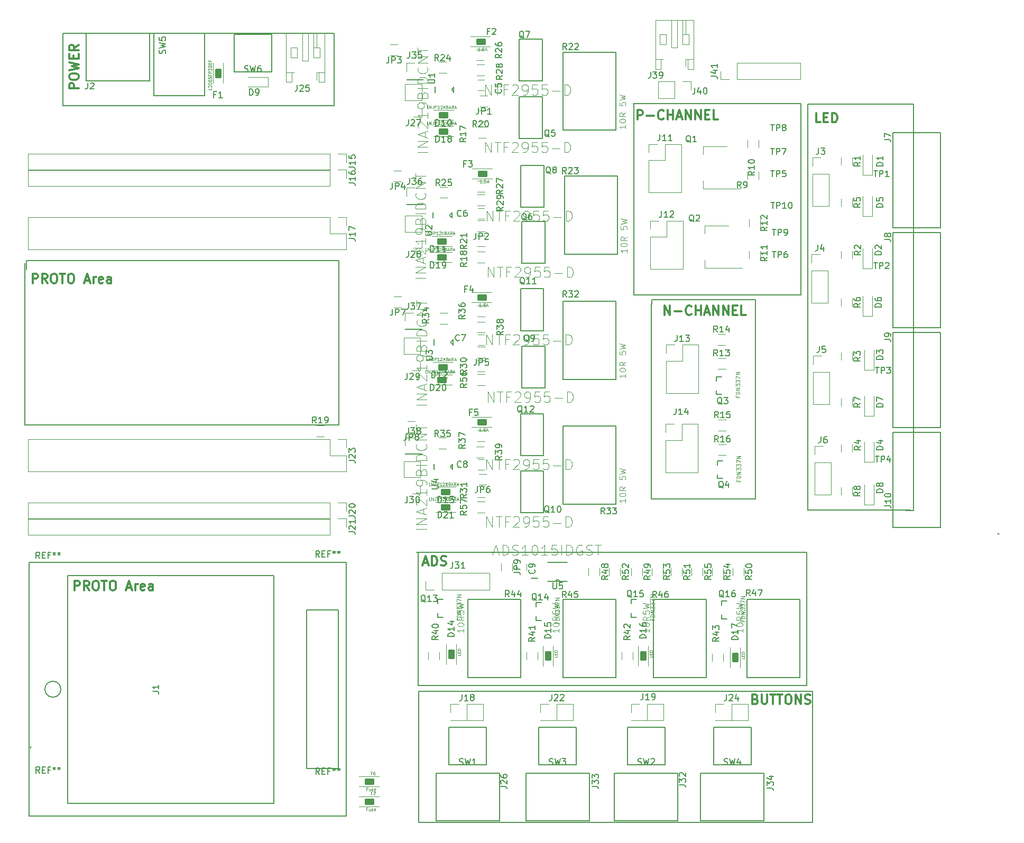
<source format=gto>
G04 #@! TF.FileFunction,Legend,Top*
%FSLAX46Y46*%
G04 Gerber Fmt 4.6, Leading zero omitted, Abs format (unit mm)*
G04 Created by KiCad (PCBNEW 4.0.7-e2-6376~60~ubuntu17.10.1) date Wed Nov  8 13:38:44 2017*
%MOMM*%
%LPD*%
G01*
G04 APERTURE LIST*
%ADD10C,0.100000*%
%ADD11C,0.200000*%
%ADD12C,0.300000*%
%ADD13C,0.120000*%
%ADD14C,0.150000*%
%ADD15C,0.152400*%
%ADD16C,0.070000*%
%ADD17C,0.381000*%
%ADD18C,0.203200*%
%ADD19C,0.050000*%
G04 APERTURE END LIST*
D10*
D11*
X31602000Y-31724000D02*
X31602000Y-20124000D01*
X75002000Y-31724000D02*
X31602000Y-31724000D01*
X75002000Y-20124000D02*
X75002000Y-31724000D01*
X31602000Y-20124000D02*
X75002000Y-20124000D01*
X65382000Y-107024000D02*
X32362000Y-107024000D01*
X65382000Y-143474000D02*
X65382000Y-107024000D01*
X32362000Y-143474000D02*
X65382000Y-143474000D01*
X32362000Y-107024000D02*
X32362000Y-143474000D01*
D12*
X33436286Y-109352571D02*
X33436286Y-107852571D01*
X34007714Y-107852571D01*
X34150572Y-107924000D01*
X34222000Y-107995429D01*
X34293429Y-108138286D01*
X34293429Y-108352571D01*
X34222000Y-108495429D01*
X34150572Y-108566857D01*
X34007714Y-108638286D01*
X33436286Y-108638286D01*
X35793429Y-109352571D02*
X35293429Y-108638286D01*
X34936286Y-109352571D02*
X34936286Y-107852571D01*
X35507714Y-107852571D01*
X35650572Y-107924000D01*
X35722000Y-107995429D01*
X35793429Y-108138286D01*
X35793429Y-108352571D01*
X35722000Y-108495429D01*
X35650572Y-108566857D01*
X35507714Y-108638286D01*
X34936286Y-108638286D01*
X36722000Y-107852571D02*
X37007714Y-107852571D01*
X37150572Y-107924000D01*
X37293429Y-108066857D01*
X37364857Y-108352571D01*
X37364857Y-108852571D01*
X37293429Y-109138286D01*
X37150572Y-109281143D01*
X37007714Y-109352571D01*
X36722000Y-109352571D01*
X36579143Y-109281143D01*
X36436286Y-109138286D01*
X36364857Y-108852571D01*
X36364857Y-108352571D01*
X36436286Y-108066857D01*
X36579143Y-107924000D01*
X36722000Y-107852571D01*
X37793429Y-107852571D02*
X38650572Y-107852571D01*
X38222001Y-109352571D02*
X38222001Y-107852571D01*
X39436286Y-107852571D02*
X39722000Y-107852571D01*
X39864858Y-107924000D01*
X40007715Y-108066857D01*
X40079143Y-108352571D01*
X40079143Y-108852571D01*
X40007715Y-109138286D01*
X39864858Y-109281143D01*
X39722000Y-109352571D01*
X39436286Y-109352571D01*
X39293429Y-109281143D01*
X39150572Y-109138286D01*
X39079143Y-108852571D01*
X39079143Y-108352571D01*
X39150572Y-108066857D01*
X39293429Y-107924000D01*
X39436286Y-107852571D01*
X41793429Y-108924000D02*
X42507715Y-108924000D01*
X41650572Y-109352571D02*
X42150572Y-107852571D01*
X42650572Y-109352571D01*
X43150572Y-109352571D02*
X43150572Y-108352571D01*
X43150572Y-108638286D02*
X43222000Y-108495429D01*
X43293429Y-108424000D01*
X43436286Y-108352571D01*
X43579143Y-108352571D01*
X44650571Y-109281143D02*
X44507714Y-109352571D01*
X44222000Y-109352571D01*
X44079143Y-109281143D01*
X44007714Y-109138286D01*
X44007714Y-108566857D01*
X44079143Y-108424000D01*
X44222000Y-108352571D01*
X44507714Y-108352571D01*
X44650571Y-108424000D01*
X44722000Y-108566857D01*
X44722000Y-108709714D01*
X44007714Y-108852571D01*
X46007714Y-109352571D02*
X46007714Y-108566857D01*
X45936285Y-108424000D01*
X45793428Y-108352571D01*
X45507714Y-108352571D01*
X45364857Y-108424000D01*
X46007714Y-109281143D02*
X45864857Y-109352571D01*
X45507714Y-109352571D01*
X45364857Y-109281143D01*
X45293428Y-109138286D01*
X45293428Y-108995429D01*
X45364857Y-108852571D01*
X45507714Y-108781143D01*
X45864857Y-108781143D01*
X46007714Y-108709714D01*
D11*
X149123000Y-31428500D02*
X149758000Y-31428500D01*
X149758000Y-32063500D02*
X149758000Y-31365000D01*
X151282000Y-31492000D02*
X150901000Y-31492000D01*
X181308500Y-100310000D02*
X181499000Y-100310000D01*
X167792000Y-96579500D02*
X166649000Y-96579500D01*
X167792000Y-96516000D02*
X167792000Y-96579500D01*
X167792000Y-94801500D02*
X167792000Y-96516000D01*
X150901000Y-96516000D02*
X150964500Y-96516000D01*
X150901000Y-94738000D02*
X150901000Y-96516000D01*
X26416000Y-134366000D02*
X26416000Y-134620000D01*
D12*
X34080571Y-28988286D02*
X32580571Y-28988286D01*
X32580571Y-28416858D01*
X32652000Y-28274000D01*
X32723429Y-28202572D01*
X32866286Y-28131143D01*
X33080571Y-28131143D01*
X33223429Y-28202572D01*
X33294857Y-28274000D01*
X33366286Y-28416858D01*
X33366286Y-28988286D01*
X32580571Y-27202572D02*
X32580571Y-26916858D01*
X32652000Y-26774000D01*
X32794857Y-26631143D01*
X33080571Y-26559715D01*
X33580571Y-26559715D01*
X33866286Y-26631143D01*
X34009143Y-26774000D01*
X34080571Y-26916858D01*
X34080571Y-27202572D01*
X34009143Y-27345429D01*
X33866286Y-27488286D01*
X33580571Y-27559715D01*
X33080571Y-27559715D01*
X32794857Y-27488286D01*
X32652000Y-27345429D01*
X32580571Y-27202572D01*
X32580571Y-26059714D02*
X34080571Y-25702571D01*
X33009143Y-25416857D01*
X34080571Y-25131143D01*
X32580571Y-24774000D01*
X33294857Y-24202571D02*
X33294857Y-23702571D01*
X34080571Y-23488285D02*
X34080571Y-24202571D01*
X32580571Y-24202571D01*
X32580571Y-23488285D01*
X34080571Y-21988285D02*
X33366286Y-22488285D01*
X34080571Y-22845428D02*
X32580571Y-22845428D01*
X32580571Y-22274000D01*
X32652000Y-22131142D01*
X32723429Y-22059714D01*
X32866286Y-21988285D01*
X33080571Y-21988285D01*
X33223429Y-22059714D01*
X33294857Y-22131142D01*
X33366286Y-22274000D01*
X33366286Y-22845428D01*
D11*
X25765200Y-56534000D02*
X25765200Y-57956400D01*
X75803200Y-56534000D02*
X25765200Y-56534000D01*
X75803200Y-82848400D02*
X75803200Y-56534000D01*
X25511200Y-82848400D02*
X75803200Y-82848400D01*
X25511200Y-56940400D02*
X25511200Y-82848400D01*
D12*
X26743886Y-60158971D02*
X26743886Y-58658971D01*
X27315314Y-58658971D01*
X27458172Y-58730400D01*
X27529600Y-58801829D01*
X27601029Y-58944686D01*
X27601029Y-59158971D01*
X27529600Y-59301829D01*
X27458172Y-59373257D01*
X27315314Y-59444686D01*
X26743886Y-59444686D01*
X29101029Y-60158971D02*
X28601029Y-59444686D01*
X28243886Y-60158971D02*
X28243886Y-58658971D01*
X28815314Y-58658971D01*
X28958172Y-58730400D01*
X29029600Y-58801829D01*
X29101029Y-58944686D01*
X29101029Y-59158971D01*
X29029600Y-59301829D01*
X28958172Y-59373257D01*
X28815314Y-59444686D01*
X28243886Y-59444686D01*
X30029600Y-58658971D02*
X30315314Y-58658971D01*
X30458172Y-58730400D01*
X30601029Y-58873257D01*
X30672457Y-59158971D01*
X30672457Y-59658971D01*
X30601029Y-59944686D01*
X30458172Y-60087543D01*
X30315314Y-60158971D01*
X30029600Y-60158971D01*
X29886743Y-60087543D01*
X29743886Y-59944686D01*
X29672457Y-59658971D01*
X29672457Y-59158971D01*
X29743886Y-58873257D01*
X29886743Y-58730400D01*
X30029600Y-58658971D01*
X31101029Y-58658971D02*
X31958172Y-58658971D01*
X31529601Y-60158971D02*
X31529601Y-58658971D01*
X32743886Y-58658971D02*
X33029600Y-58658971D01*
X33172458Y-58730400D01*
X33315315Y-58873257D01*
X33386743Y-59158971D01*
X33386743Y-59658971D01*
X33315315Y-59944686D01*
X33172458Y-60087543D01*
X33029600Y-60158971D01*
X32743886Y-60158971D01*
X32601029Y-60087543D01*
X32458172Y-59944686D01*
X32386743Y-59658971D01*
X32386743Y-59158971D01*
X32458172Y-58873257D01*
X32601029Y-58730400D01*
X32743886Y-58658971D01*
X35101029Y-59730400D02*
X35815315Y-59730400D01*
X34958172Y-60158971D02*
X35458172Y-58658971D01*
X35958172Y-60158971D01*
X36458172Y-60158971D02*
X36458172Y-59158971D01*
X36458172Y-59444686D02*
X36529600Y-59301829D01*
X36601029Y-59230400D01*
X36743886Y-59158971D01*
X36886743Y-59158971D01*
X37958171Y-60087543D02*
X37815314Y-60158971D01*
X37529600Y-60158971D01*
X37386743Y-60087543D01*
X37315314Y-59944686D01*
X37315314Y-59373257D01*
X37386743Y-59230400D01*
X37529600Y-59158971D01*
X37815314Y-59158971D01*
X37958171Y-59230400D01*
X38029600Y-59373257D01*
X38029600Y-59516114D01*
X37315314Y-59658971D01*
X39315314Y-60158971D02*
X39315314Y-59373257D01*
X39243885Y-59230400D01*
X39101028Y-59158971D01*
X38815314Y-59158971D01*
X38672457Y-59230400D01*
X39315314Y-60087543D02*
X39172457Y-60158971D01*
X38815314Y-60158971D01*
X38672457Y-60087543D01*
X38601028Y-59944686D01*
X38601028Y-59801829D01*
X38672457Y-59658971D01*
X38815314Y-59587543D01*
X39172457Y-59587543D01*
X39315314Y-59516114D01*
D11*
X151653200Y-125557600D02*
X88559600Y-125557600D01*
X151653200Y-146538000D02*
X151653200Y-125557600D01*
X88559600Y-146538000D02*
X151653200Y-146538000D01*
X88559600Y-125557600D02*
X88559600Y-146538000D01*
D12*
X142494857Y-126816857D02*
X142709143Y-126888286D01*
X142780571Y-126959714D01*
X142852000Y-127102571D01*
X142852000Y-127316857D01*
X142780571Y-127459714D01*
X142709143Y-127531143D01*
X142566285Y-127602571D01*
X141994857Y-127602571D01*
X141994857Y-126102571D01*
X142494857Y-126102571D01*
X142637714Y-126174000D01*
X142709143Y-126245429D01*
X142780571Y-126388286D01*
X142780571Y-126531143D01*
X142709143Y-126674000D01*
X142637714Y-126745429D01*
X142494857Y-126816857D01*
X141994857Y-126816857D01*
X143494857Y-126102571D02*
X143494857Y-127316857D01*
X143566285Y-127459714D01*
X143637714Y-127531143D01*
X143780571Y-127602571D01*
X144066285Y-127602571D01*
X144209143Y-127531143D01*
X144280571Y-127459714D01*
X144352000Y-127316857D01*
X144352000Y-126102571D01*
X144852000Y-126102571D02*
X145709143Y-126102571D01*
X145280572Y-127602571D02*
X145280572Y-126102571D01*
X145994857Y-126102571D02*
X146852000Y-126102571D01*
X146423429Y-127602571D02*
X146423429Y-126102571D01*
X147637714Y-126102571D02*
X147923428Y-126102571D01*
X148066286Y-126174000D01*
X148209143Y-126316857D01*
X148280571Y-126602571D01*
X148280571Y-127102571D01*
X148209143Y-127388286D01*
X148066286Y-127531143D01*
X147923428Y-127602571D01*
X147637714Y-127602571D01*
X147494857Y-127531143D01*
X147352000Y-127388286D01*
X147280571Y-127102571D01*
X147280571Y-126602571D01*
X147352000Y-126316857D01*
X147494857Y-126174000D01*
X147637714Y-126102571D01*
X148923429Y-127602571D02*
X148923429Y-126102571D01*
X149780572Y-127602571D01*
X149780572Y-126102571D01*
X150423429Y-127531143D02*
X150637715Y-127602571D01*
X150994858Y-127602571D01*
X151137715Y-127531143D01*
X151209144Y-127459714D01*
X151280572Y-127316857D01*
X151280572Y-127174000D01*
X151209144Y-127031143D01*
X151137715Y-126959714D01*
X150994858Y-126888286D01*
X150709144Y-126816857D01*
X150566286Y-126745429D01*
X150494858Y-126674000D01*
X150423429Y-126531143D01*
X150423429Y-126388286D01*
X150494858Y-126245429D01*
X150566286Y-126174000D01*
X150709144Y-126102571D01*
X151066286Y-126102571D01*
X151280572Y-126174000D01*
D11*
X125920100Y-62822900D02*
X125920100Y-63483300D01*
X142531700Y-62822900D02*
X125920100Y-62822900D01*
X142531700Y-94776100D02*
X142531700Y-62822900D01*
X125818500Y-94776100D02*
X142531700Y-94776100D01*
X125818500Y-63534100D02*
X125818500Y-94776100D01*
D12*
X127960042Y-65279471D02*
X127960042Y-63779471D01*
X128817185Y-65279471D01*
X128817185Y-63779471D01*
X129531471Y-64708043D02*
X130674328Y-64708043D01*
X132245757Y-65136614D02*
X132174328Y-65208043D01*
X131960042Y-65279471D01*
X131817185Y-65279471D01*
X131602900Y-65208043D01*
X131460042Y-65065186D01*
X131388614Y-64922329D01*
X131317185Y-64636614D01*
X131317185Y-64422329D01*
X131388614Y-64136614D01*
X131460042Y-63993757D01*
X131602900Y-63850900D01*
X131817185Y-63779471D01*
X131960042Y-63779471D01*
X132174328Y-63850900D01*
X132245757Y-63922329D01*
X132888614Y-65279471D02*
X132888614Y-63779471D01*
X132888614Y-64493757D02*
X133745757Y-64493757D01*
X133745757Y-65279471D02*
X133745757Y-63779471D01*
X134388614Y-64850900D02*
X135102900Y-64850900D01*
X134245757Y-65279471D02*
X134745757Y-63779471D01*
X135245757Y-65279471D01*
X135745757Y-65279471D02*
X135745757Y-63779471D01*
X136602900Y-65279471D01*
X136602900Y-63779471D01*
X137317186Y-65279471D02*
X137317186Y-63779471D01*
X138174329Y-65279471D01*
X138174329Y-63779471D01*
X138888615Y-64493757D02*
X139388615Y-64493757D01*
X139602901Y-65279471D02*
X138888615Y-65279471D01*
X138888615Y-63779471D01*
X139602901Y-63779471D01*
X140960044Y-65279471D02*
X140245758Y-65279471D01*
X140245758Y-63779471D01*
X123588857Y-33948571D02*
X123588857Y-32448571D01*
X124160285Y-32448571D01*
X124303143Y-32520000D01*
X124374571Y-32591429D01*
X124446000Y-32734286D01*
X124446000Y-32948571D01*
X124374571Y-33091429D01*
X124303143Y-33162857D01*
X124160285Y-33234286D01*
X123588857Y-33234286D01*
X125088857Y-33377143D02*
X126231714Y-33377143D01*
X127803143Y-33805714D02*
X127731714Y-33877143D01*
X127517428Y-33948571D01*
X127374571Y-33948571D01*
X127160286Y-33877143D01*
X127017428Y-33734286D01*
X126946000Y-33591429D01*
X126874571Y-33305714D01*
X126874571Y-33091429D01*
X126946000Y-32805714D01*
X127017428Y-32662857D01*
X127160286Y-32520000D01*
X127374571Y-32448571D01*
X127517428Y-32448571D01*
X127731714Y-32520000D01*
X127803143Y-32591429D01*
X128446000Y-33948571D02*
X128446000Y-32448571D01*
X128446000Y-33162857D02*
X129303143Y-33162857D01*
X129303143Y-33948571D02*
X129303143Y-32448571D01*
X129946000Y-33520000D02*
X130660286Y-33520000D01*
X129803143Y-33948571D02*
X130303143Y-32448571D01*
X130803143Y-33948571D01*
X131303143Y-33948571D02*
X131303143Y-32448571D01*
X132160286Y-33948571D01*
X132160286Y-32448571D01*
X132874572Y-33948571D02*
X132874572Y-32448571D01*
X133731715Y-33948571D01*
X133731715Y-32448571D01*
X134446001Y-33162857D02*
X134946001Y-33162857D01*
X135160287Y-33948571D02*
X134446001Y-33948571D01*
X134446001Y-32448571D01*
X135160287Y-32448571D01*
X136517430Y-33948571D02*
X135803144Y-33948571D01*
X135803144Y-32448571D01*
D11*
X149504000Y-31415800D02*
X122935600Y-31415800D01*
X149758000Y-62022800D02*
X149758000Y-31796800D01*
X122986400Y-62022800D02*
X149758000Y-62022800D01*
X122986400Y-31390400D02*
X122986400Y-62022800D01*
X167792000Y-31492000D02*
X151282000Y-31492000D01*
X167792000Y-94890400D02*
X167792000Y-31492000D01*
X150901000Y-96541400D02*
X167411000Y-96541400D01*
X150901000Y-31568200D02*
X150901000Y-94763400D01*
D12*
X152908515Y-34405771D02*
X152194229Y-34405771D01*
X152194229Y-32905771D01*
X153408515Y-33620057D02*
X153908515Y-33620057D01*
X154122801Y-34405771D02*
X153408515Y-34405771D01*
X153408515Y-32905771D01*
X154122801Y-32905771D01*
X154765658Y-34405771D02*
X154765658Y-32905771D01*
X155122801Y-32905771D01*
X155337086Y-32977200D01*
X155479944Y-33120057D01*
X155551372Y-33262914D01*
X155622801Y-33548629D01*
X155622801Y-33762914D01*
X155551372Y-34048629D01*
X155479944Y-34191486D01*
X155337086Y-34334343D01*
X155122801Y-34405771D01*
X154765658Y-34405771D01*
X89328972Y-104979600D02*
X90043258Y-104979600D01*
X89186115Y-105408171D02*
X89686115Y-103908171D01*
X90186115Y-105408171D01*
X90686115Y-105408171D02*
X90686115Y-103908171D01*
X91043258Y-103908171D01*
X91257543Y-103979600D01*
X91400401Y-104122457D01*
X91471829Y-104265314D01*
X91543258Y-104551029D01*
X91543258Y-104765314D01*
X91471829Y-105051029D01*
X91400401Y-105193886D01*
X91257543Y-105336743D01*
X91043258Y-105408171D01*
X90686115Y-105408171D01*
X92114686Y-105336743D02*
X92328972Y-105408171D01*
X92686115Y-105408171D01*
X92828972Y-105336743D01*
X92900401Y-105265314D01*
X92971829Y-105122457D01*
X92971829Y-104979600D01*
X92900401Y-104836743D01*
X92828972Y-104765314D01*
X92686115Y-104693886D01*
X92400401Y-104622457D01*
X92257543Y-104551029D01*
X92186115Y-104479600D01*
X92114686Y-104336743D01*
X92114686Y-104193886D01*
X92186115Y-104051029D01*
X92257543Y-103979600D01*
X92400401Y-103908171D01*
X92757543Y-103908171D01*
X92971829Y-103979600D01*
D11*
X88508800Y-103256400D02*
X92318800Y-103256400D01*
X88508800Y-124592400D02*
X88508800Y-103256400D01*
X150738800Y-124592400D02*
X88508800Y-124592400D01*
X150738800Y-103256400D02*
X150738800Y-124592400D01*
X88254800Y-103256400D02*
X150738800Y-103256400D01*
D13*
X101802000Y-106244000D02*
X101802000Y-105044000D01*
X103562000Y-105044000D02*
X103562000Y-106244000D01*
X84600000Y-62320000D02*
X85800000Y-62320000D01*
X85800000Y-64080000D02*
X84600000Y-64080000D01*
X84000000Y-21920000D02*
X85200000Y-21920000D01*
X85200000Y-23680000D02*
X84000000Y-23680000D01*
X98400000Y-30120000D02*
X99600000Y-30120000D01*
X99600000Y-31880000D02*
X98400000Y-31880000D01*
D14*
X31242000Y-125222000D02*
G75*
G03X31242000Y-125222000I-1270000J0D01*
G01*
X76962000Y-104902000D02*
X76962000Y-145542000D01*
X76962000Y-145542000D02*
X26162000Y-145542000D01*
X26162000Y-145542000D02*
X26162000Y-104902000D01*
X26162000Y-104902000D02*
X76962000Y-104902000D01*
X75692000Y-112522000D02*
X75692000Y-137922000D01*
X75692000Y-137922000D02*
X70612000Y-137922000D01*
X70612000Y-137922000D02*
X70612000Y-112522000D01*
X70612000Y-112522000D02*
X75692000Y-112522000D01*
D15*
X107609600Y-107422000D02*
X106619000Y-107422000D01*
X112359400Y-104856600D02*
X109260600Y-104856600D01*
X109260600Y-107955400D02*
X110505200Y-107955400D01*
X110505200Y-107955400D02*
X111114800Y-107955400D01*
X111114800Y-107955400D02*
X112359400Y-107955400D01*
X110505200Y-107955400D02*
G75*
G02X111114800Y-107955400I304800J0D01*
G01*
D13*
X26010000Y-49616000D02*
X26010000Y-54816000D01*
X74330000Y-49616000D02*
X26010000Y-49616000D01*
X76930000Y-54816000D02*
X26010000Y-54816000D01*
X74330000Y-49616000D02*
X74330000Y-52216000D01*
X74330000Y-52216000D02*
X76930000Y-52216000D01*
X76930000Y-52216000D02*
X76930000Y-54816000D01*
X75600000Y-49616000D02*
X76930000Y-49616000D01*
X76930000Y-49616000D02*
X76930000Y-50946000D01*
X98075000Y-49875000D02*
X99075000Y-49875000D01*
X99075000Y-48175000D02*
X98075000Y-48175000D01*
D15*
X104670800Y-36977800D02*
X108379200Y-36977800D01*
X108379200Y-36977800D02*
X108379200Y-30272200D01*
X108379200Y-30272200D02*
X104670800Y-30272200D01*
X104670800Y-30272200D02*
X104670800Y-36977800D01*
D13*
X98975000Y-88105000D02*
X97775000Y-88105000D01*
X97775000Y-86345000D02*
X98975000Y-86345000D01*
X98075000Y-90075000D02*
X99075000Y-90075000D01*
X99075000Y-88375000D02*
X98075000Y-88375000D01*
D16*
X100225000Y-83225000D02*
X97025000Y-83225000D01*
X97025000Y-81625000D02*
X100225000Y-81625000D01*
D17*
G36*
X99225858Y-82725000D02*
X98125000Y-82725000D01*
X98125000Y-82124571D01*
X99225858Y-82124571D01*
X99225858Y-82725000D01*
G37*
X99225858Y-82725000D02*
X98125000Y-82725000D01*
X98125000Y-82124571D01*
X99225858Y-82124571D01*
X99225858Y-82725000D01*
D13*
X86395000Y-87555000D02*
X89055000Y-87555000D01*
X86395000Y-87495000D02*
X86395000Y-87555000D01*
X89055000Y-87495000D02*
X89055000Y-87555000D01*
X86395000Y-87495000D02*
X89055000Y-87495000D01*
X86395000Y-86225000D02*
X86395000Y-84895000D01*
X86395000Y-84895000D02*
X87725000Y-84895000D01*
X91775000Y-84945000D02*
X92975000Y-84945000D01*
X92975000Y-86705000D02*
X91775000Y-86705000D01*
D16*
X91275000Y-95225000D02*
X94475000Y-95225000D01*
X94475000Y-96825000D02*
X91275000Y-96825000D01*
D17*
G36*
X92274142Y-95725000D02*
X93375000Y-95725000D01*
X93375000Y-96325429D01*
X92274142Y-96325429D01*
X92274142Y-95725000D01*
G37*
X92274142Y-95725000D02*
X93375000Y-95725000D01*
X93375000Y-96325429D01*
X92274142Y-96325429D01*
X92274142Y-95725000D01*
D13*
X88855000Y-88695000D02*
X86195000Y-88695000D01*
X88855000Y-91295000D02*
X88855000Y-88695000D01*
X86195000Y-91295000D02*
X86195000Y-88695000D01*
X88855000Y-91295000D02*
X86195000Y-91295000D01*
X88855000Y-92565000D02*
X88855000Y-93895000D01*
X88855000Y-93895000D02*
X87525000Y-93895000D01*
D16*
X91275000Y-92825000D02*
X94475000Y-92825000D01*
X94475000Y-94425000D02*
X91275000Y-94425000D01*
D17*
G36*
X92274142Y-93325000D02*
X93375000Y-93325000D01*
X93375000Y-93925429D01*
X92274142Y-93925429D01*
X92274142Y-93325000D01*
G37*
X92274142Y-93325000D02*
X93375000Y-93325000D01*
X93375000Y-93925429D01*
X92274142Y-93925429D01*
X92274142Y-93325000D01*
D15*
X90991600Y-89123200D02*
X90991600Y-89986800D01*
X93988800Y-89986800D02*
X93988800Y-89859800D01*
X93988800Y-89859800D02*
X93988800Y-89250200D01*
X93988800Y-89250200D02*
X93988800Y-89123200D01*
X93988800Y-89859800D02*
G75*
G02X93988800Y-89250200I0J304800D01*
G01*
D13*
X99175000Y-94505000D02*
X97975000Y-94505000D01*
X97975000Y-92745000D02*
X99175000Y-92745000D01*
X99175000Y-96905000D02*
X97975000Y-96905000D01*
X97975000Y-95145000D02*
X99175000Y-95145000D01*
X97975000Y-83745000D02*
X99175000Y-83745000D01*
X99175000Y-85505000D02*
X97975000Y-85505000D01*
X99075000Y-26905000D02*
X97875000Y-26905000D01*
X97875000Y-25145000D02*
X99075000Y-25145000D01*
X26010000Y-41996000D02*
X26010000Y-44656000D01*
X74330000Y-41996000D02*
X26010000Y-41996000D01*
X74330000Y-44656000D02*
X26010000Y-44656000D01*
X74330000Y-41996000D02*
X74330000Y-44656000D01*
X75600000Y-41996000D02*
X76930000Y-41996000D01*
X76930000Y-41996000D02*
X76930000Y-43326000D01*
D14*
X59002000Y-26324000D02*
X59002000Y-20324000D01*
X59002000Y-20324000D02*
X65002000Y-20324000D01*
X65002000Y-20324000D02*
X65002000Y-26324000D01*
X59002000Y-26324000D02*
X65002000Y-26324000D01*
X107802000Y-137324000D02*
X107802000Y-131324000D01*
X107802000Y-131324000D02*
X113802000Y-131324000D01*
X113802000Y-131324000D02*
X113802000Y-137324000D01*
X107802000Y-137324000D02*
X113802000Y-137324000D01*
D13*
X98075000Y-29275000D02*
X99075000Y-29275000D01*
X99075000Y-27575000D02*
X98075000Y-27575000D01*
X98025000Y-70075000D02*
X99025000Y-70075000D01*
X99025000Y-68375000D02*
X98025000Y-68375000D01*
X104118000Y-105144000D02*
X104118000Y-106144000D01*
X105818000Y-106144000D02*
X105818000Y-105144000D01*
X161176000Y-39636000D02*
X161176000Y-42836000D01*
X159676000Y-42836000D02*
X159676000Y-39636000D01*
X159676000Y-42836000D02*
X161176000Y-42836000D01*
X161176000Y-54622000D02*
X161176000Y-57822000D01*
X159676000Y-57822000D02*
X159676000Y-54622000D01*
X159676000Y-57822000D02*
X161176000Y-57822000D01*
X161430000Y-70878000D02*
X161430000Y-74078000D01*
X159930000Y-74078000D02*
X159930000Y-70878000D01*
X159930000Y-74078000D02*
X161430000Y-74078000D01*
X161430000Y-85610000D02*
X161430000Y-88810000D01*
X159930000Y-88810000D02*
X159930000Y-85610000D01*
X159930000Y-88810000D02*
X161430000Y-88810000D01*
X161176000Y-46240000D02*
X161176000Y-49440000D01*
X159676000Y-49440000D02*
X159676000Y-46240000D01*
X159676000Y-49440000D02*
X161176000Y-49440000D01*
X161176000Y-62242000D02*
X161176000Y-65442000D01*
X159676000Y-65442000D02*
X159676000Y-62242000D01*
X159676000Y-65442000D02*
X161176000Y-65442000D01*
X161430000Y-78244000D02*
X161430000Y-81444000D01*
X159930000Y-81444000D02*
X159930000Y-78244000D01*
X159930000Y-81444000D02*
X161430000Y-81444000D01*
X161430000Y-92468000D02*
X161430000Y-95668000D01*
X159930000Y-95668000D02*
X159930000Y-92468000D01*
X159930000Y-95668000D02*
X161430000Y-95668000D01*
D16*
X90925000Y-32425000D02*
X94125000Y-32425000D01*
X94125000Y-34025000D02*
X90925000Y-34025000D01*
D17*
G36*
X91924142Y-32925000D02*
X93025000Y-32925000D01*
X93025000Y-33525429D01*
X91924142Y-33525429D01*
X91924142Y-32925000D01*
G37*
X91924142Y-32925000D02*
X93025000Y-32925000D01*
X93025000Y-33525429D01*
X91924142Y-33525429D01*
X91924142Y-32925000D01*
D16*
X90675000Y-52625000D02*
X93875000Y-52625000D01*
X93875000Y-54225000D02*
X90675000Y-54225000D01*
D17*
G36*
X91674142Y-53125000D02*
X92775000Y-53125000D01*
X92775000Y-53725429D01*
X91674142Y-53725429D01*
X91674142Y-53125000D01*
G37*
X91674142Y-53125000D02*
X92775000Y-53125000D01*
X92775000Y-53725429D01*
X91674142Y-53725429D01*
X91674142Y-53125000D01*
D16*
X90875000Y-72825000D02*
X94075000Y-72825000D01*
X94075000Y-74425000D02*
X90875000Y-74425000D01*
D17*
G36*
X91874142Y-73325000D02*
X92975000Y-73325000D01*
X92975000Y-73925429D01*
X91874142Y-73925429D01*
X91874142Y-73325000D01*
G37*
X91874142Y-73325000D02*
X92975000Y-73325000D01*
X92975000Y-73925429D01*
X91874142Y-73925429D01*
X91874142Y-73325000D01*
D16*
X94592000Y-118014000D02*
X94592000Y-121214000D01*
X92992000Y-121214000D02*
X92992000Y-118014000D01*
D17*
G36*
X94092000Y-119013142D02*
X94092000Y-120114000D01*
X93491571Y-120114000D01*
X93491571Y-119013142D01*
X94092000Y-119013142D01*
G37*
X94092000Y-119013142D02*
X94092000Y-120114000D01*
X93491571Y-120114000D01*
X93491571Y-119013142D01*
X94092000Y-119013142D01*
D16*
X110086000Y-118268000D02*
X110086000Y-121468000D01*
X108486000Y-121468000D02*
X108486000Y-118268000D01*
D17*
G36*
X109586000Y-119267142D02*
X109586000Y-120368000D01*
X108985571Y-120368000D01*
X108985571Y-119267142D01*
X109586000Y-119267142D01*
G37*
X109586000Y-119267142D02*
X109586000Y-120368000D01*
X108985571Y-120368000D01*
X108985571Y-119267142D01*
X109586000Y-119267142D01*
D16*
X125326000Y-118268000D02*
X125326000Y-121468000D01*
X123726000Y-121468000D02*
X123726000Y-118268000D01*
D17*
G36*
X124826000Y-119267142D02*
X124826000Y-120368000D01*
X124225571Y-120368000D01*
X124225571Y-119267142D01*
X124826000Y-119267142D01*
G37*
X124826000Y-119267142D02*
X124826000Y-120368000D01*
X124225571Y-120368000D01*
X124225571Y-119267142D01*
X124826000Y-119267142D01*
D16*
X140058000Y-118522000D02*
X140058000Y-121722000D01*
X138458000Y-121722000D02*
X138458000Y-118522000D01*
D17*
G36*
X139558000Y-119521142D02*
X139558000Y-120622000D01*
X138957571Y-120622000D01*
X138957571Y-119521142D01*
X139558000Y-119521142D01*
G37*
X139558000Y-119521142D02*
X139558000Y-120622000D01*
X138957571Y-120622000D01*
X138957571Y-119521142D01*
X139558000Y-119521142D01*
D16*
X55602000Y-28124000D02*
X55602000Y-24924000D01*
X57202000Y-24924000D02*
X57202000Y-28124000D01*
D17*
G36*
X56102000Y-27124858D02*
X56102000Y-26024000D01*
X56702429Y-26024000D01*
X56702429Y-27124858D01*
X56102000Y-27124858D01*
G37*
X56102000Y-27124858D02*
X56102000Y-26024000D01*
X56702429Y-26024000D01*
X56702429Y-27124858D01*
X56102000Y-27124858D01*
D16*
X100025000Y-22225000D02*
X96825000Y-22225000D01*
X96825000Y-20625000D02*
X100025000Y-20625000D01*
D17*
G36*
X99025858Y-21725000D02*
X97925000Y-21725000D01*
X97925000Y-21124571D01*
X99025858Y-21124571D01*
X99025858Y-21725000D01*
G37*
X99025858Y-21725000D02*
X97925000Y-21725000D01*
X97925000Y-21124571D01*
X99025858Y-21124571D01*
X99025858Y-21725000D01*
D16*
X100325000Y-43425000D02*
X97125000Y-43425000D01*
X97125000Y-41825000D02*
X100325000Y-41825000D01*
D17*
G36*
X99325858Y-42925000D02*
X98225000Y-42925000D01*
X98225000Y-42324571D01*
X99325858Y-42324571D01*
X99325858Y-42925000D01*
G37*
X99325858Y-42925000D02*
X98225000Y-42925000D01*
X98225000Y-42324571D01*
X99325858Y-42324571D01*
X99325858Y-42925000D01*
D16*
X100225000Y-63225000D02*
X97025000Y-63225000D01*
X97025000Y-61625000D02*
X100225000Y-61625000D01*
D17*
G36*
X99225858Y-62725000D02*
X98125000Y-62725000D01*
X98125000Y-62124571D01*
X99225858Y-62124571D01*
X99225858Y-62725000D01*
G37*
X99225858Y-62725000D02*
X98125000Y-62725000D01*
X98125000Y-62124571D01*
X99225858Y-62124571D01*
X99225858Y-62725000D01*
D13*
X151603000Y-47808000D02*
X154263000Y-47808000D01*
X151603000Y-42668000D02*
X151603000Y-47808000D01*
X154263000Y-42668000D02*
X154263000Y-47808000D01*
X151603000Y-42668000D02*
X154263000Y-42668000D01*
X151603000Y-41398000D02*
X151603000Y-40068000D01*
X151603000Y-40068000D02*
X152933000Y-40068000D01*
X151476000Y-63302000D02*
X154136000Y-63302000D01*
X151476000Y-58162000D02*
X151476000Y-63302000D01*
X154136000Y-58162000D02*
X154136000Y-63302000D01*
X151476000Y-58162000D02*
X154136000Y-58162000D01*
X151476000Y-56892000D02*
X151476000Y-55562000D01*
X151476000Y-55562000D02*
X152806000Y-55562000D01*
X151730000Y-79558000D02*
X154390000Y-79558000D01*
X151730000Y-74418000D02*
X151730000Y-79558000D01*
X154390000Y-74418000D02*
X154390000Y-79558000D01*
X151730000Y-74418000D02*
X154390000Y-74418000D01*
X151730000Y-73148000D02*
X151730000Y-71818000D01*
X151730000Y-71818000D02*
X153060000Y-71818000D01*
X151984000Y-94036000D02*
X154644000Y-94036000D01*
X151984000Y-88896000D02*
X151984000Y-94036000D01*
X154644000Y-88896000D02*
X154644000Y-94036000D01*
X151984000Y-88896000D02*
X154644000Y-88896000D01*
X151984000Y-87626000D02*
X151984000Y-86296000D01*
X151984000Y-86296000D02*
X153314000Y-86296000D01*
X125415600Y-45623600D02*
X130615600Y-45623600D01*
X125415600Y-40483600D02*
X125415600Y-45623600D01*
X130615600Y-37883600D02*
X130615600Y-45623600D01*
X125415600Y-40483600D02*
X128015600Y-40483600D01*
X128015600Y-40483600D02*
X128015600Y-37883600D01*
X128015600Y-37883600D02*
X130615600Y-37883600D01*
X125415600Y-39213600D02*
X125415600Y-37883600D01*
X125415600Y-37883600D02*
X126745600Y-37883600D01*
X125669600Y-57917200D02*
X130869600Y-57917200D01*
X125669600Y-52777200D02*
X125669600Y-57917200D01*
X130869600Y-50177200D02*
X130869600Y-57917200D01*
X125669600Y-52777200D02*
X128269600Y-52777200D01*
X128269600Y-52777200D02*
X128269600Y-50177200D01*
X128269600Y-50177200D02*
X130869600Y-50177200D01*
X125669600Y-51507200D02*
X125669600Y-50177200D01*
X125669600Y-50177200D02*
X126999600Y-50177200D01*
X128171500Y-77792700D02*
X133371500Y-77792700D01*
X128171500Y-72652700D02*
X128171500Y-77792700D01*
X133371500Y-70052700D02*
X133371500Y-77792700D01*
X128171500Y-72652700D02*
X130771500Y-72652700D01*
X130771500Y-72652700D02*
X130771500Y-70052700D01*
X130771500Y-70052700D02*
X133371500Y-70052700D01*
X128171500Y-71382700D02*
X128171500Y-70052700D01*
X128171500Y-70052700D02*
X129501500Y-70052700D01*
X128108000Y-90480000D02*
X133308000Y-90480000D01*
X128108000Y-85340000D02*
X128108000Y-90480000D01*
X133308000Y-82740000D02*
X133308000Y-90480000D01*
X128108000Y-85340000D02*
X130708000Y-85340000D01*
X130708000Y-85340000D02*
X130708000Y-82740000D01*
X130708000Y-82740000D02*
X133308000Y-82740000D01*
X128108000Y-84070000D02*
X128108000Y-82740000D01*
X128108000Y-82740000D02*
X129438000Y-82740000D01*
X26010000Y-39456000D02*
X26010000Y-42116000D01*
X74330000Y-39456000D02*
X26010000Y-39456000D01*
X74330000Y-42116000D02*
X26010000Y-42116000D01*
X74330000Y-39456000D02*
X74330000Y-42116000D01*
X75600000Y-39456000D02*
X76930000Y-39456000D01*
X76930000Y-39456000D02*
X76930000Y-40786000D01*
X26010000Y-95336000D02*
X26010000Y-97996000D01*
X74330000Y-95336000D02*
X26010000Y-95336000D01*
X74330000Y-97996000D02*
X26010000Y-97996000D01*
X74330000Y-95336000D02*
X74330000Y-97996000D01*
X75600000Y-95336000D02*
X76930000Y-95336000D01*
X76930000Y-95336000D02*
X76930000Y-96666000D01*
X26010000Y-97876000D02*
X26010000Y-100536000D01*
X74330000Y-97876000D02*
X26010000Y-97876000D01*
X74330000Y-100536000D02*
X26010000Y-100536000D01*
X74330000Y-97876000D02*
X74330000Y-100536000D01*
X75600000Y-97876000D02*
X76930000Y-97876000D01*
X76930000Y-97876000D02*
X76930000Y-99206000D01*
X26010000Y-85176000D02*
X26010000Y-90376000D01*
X74330000Y-85176000D02*
X26010000Y-85176000D01*
X76930000Y-90376000D02*
X26010000Y-90376000D01*
X74330000Y-85176000D02*
X74330000Y-87776000D01*
X74330000Y-87776000D02*
X76930000Y-87776000D01*
X76930000Y-87776000D02*
X76930000Y-90376000D01*
X75600000Y-85176000D02*
X76930000Y-85176000D01*
X76930000Y-85176000D02*
X76930000Y-86506000D01*
X70902000Y-20174000D02*
X70902000Y-24524000D01*
X70902000Y-24524000D02*
X69902000Y-24524000D01*
X69902000Y-24524000D02*
X69902000Y-20174000D01*
X72202000Y-26374000D02*
X72552000Y-26374000D01*
X72552000Y-26374000D02*
X72552000Y-27974000D01*
X72552000Y-27974000D02*
X73452000Y-27974000D01*
X73452000Y-27974000D02*
X73452000Y-20174000D01*
X73452000Y-20174000D02*
X67352000Y-20174000D01*
X67352000Y-20174000D02*
X67352000Y-27974000D01*
X67352000Y-27974000D02*
X68252000Y-27974000D01*
X68252000Y-27974000D02*
X68252000Y-26374000D01*
X68252000Y-26374000D02*
X68602000Y-26374000D01*
X73452000Y-26374000D02*
X72552000Y-26374000D01*
X67352000Y-26374000D02*
X68252000Y-26374000D01*
X72702000Y-24024000D02*
X72702000Y-22424000D01*
X72702000Y-22424000D02*
X71702000Y-22424000D01*
X71702000Y-22424000D02*
X71702000Y-24024000D01*
X71702000Y-24024000D02*
X72702000Y-24024000D01*
X68102000Y-24024000D02*
X68102000Y-22424000D01*
X68102000Y-22424000D02*
X69102000Y-22424000D01*
X69102000Y-22424000D02*
X69102000Y-24024000D01*
X69102000Y-24024000D02*
X68102000Y-24024000D01*
X71702000Y-22424000D02*
X71702000Y-20174000D01*
X72202000Y-22424000D02*
X72202000Y-20174000D01*
X72202000Y-26374000D02*
X72202000Y-27574000D01*
X89055000Y-28295000D02*
X86395000Y-28295000D01*
X89055000Y-30895000D02*
X89055000Y-28295000D01*
X86395000Y-30895000D02*
X86395000Y-28295000D01*
X89055000Y-30895000D02*
X86395000Y-30895000D01*
X89055000Y-32165000D02*
X89055000Y-33495000D01*
X89055000Y-33495000D02*
X87725000Y-33495000D01*
X89055000Y-49355000D02*
X86395000Y-49355000D01*
X89055000Y-51955000D02*
X89055000Y-49355000D01*
X86395000Y-51955000D02*
X86395000Y-49355000D01*
X89055000Y-51955000D02*
X86395000Y-51955000D01*
X89055000Y-53225000D02*
X89055000Y-54555000D01*
X89055000Y-54555000D02*
X87725000Y-54555000D01*
X88855000Y-68955000D02*
X86195000Y-68955000D01*
X88855000Y-71555000D02*
X88855000Y-68955000D01*
X86195000Y-71555000D02*
X86195000Y-68955000D01*
X88855000Y-71555000D02*
X86195000Y-71555000D01*
X88855000Y-72825000D02*
X88855000Y-74155000D01*
X88855000Y-74155000D02*
X87525000Y-74155000D01*
X99948000Y-109260000D02*
X99948000Y-106600000D01*
X92268000Y-109260000D02*
X99948000Y-109260000D01*
X92268000Y-106600000D02*
X99948000Y-106600000D01*
X92268000Y-109260000D02*
X92268000Y-106600000D01*
X90998000Y-109260000D02*
X89668000Y-109260000D01*
X89668000Y-109260000D02*
X89668000Y-107930000D01*
X134132000Y-38242000D02*
X134132000Y-39502000D01*
X134132000Y-45062000D02*
X134132000Y-43802000D01*
X137892000Y-38242000D02*
X134132000Y-38242000D01*
X140142000Y-45062000D02*
X134132000Y-45062000D01*
X134386000Y-50942000D02*
X134386000Y-52202000D01*
X134386000Y-57762000D02*
X134386000Y-56502000D01*
X138146000Y-50942000D02*
X134386000Y-50942000D01*
X140396000Y-57762000D02*
X134386000Y-57762000D01*
D18*
X137083400Y-77999400D02*
X136270600Y-77999400D01*
X136270600Y-77999400D02*
X136270600Y-77340600D01*
X136270600Y-75154600D02*
X137083400Y-75154600D01*
X136270600Y-75813400D02*
X136270600Y-75154600D01*
X137210400Y-91461400D02*
X136397600Y-91461400D01*
X136397600Y-91461400D02*
X136397600Y-90802600D01*
X136397600Y-88616600D02*
X137210400Y-88616600D01*
X136397600Y-89275400D02*
X136397600Y-88616600D01*
D15*
X105070800Y-56977800D02*
X108779200Y-56977800D01*
X108779200Y-56977800D02*
X108779200Y-50272200D01*
X108779200Y-50272200D02*
X105070800Y-50272200D01*
X105070800Y-50272200D02*
X105070800Y-56977800D01*
X104670800Y-27777800D02*
X108379200Y-27777800D01*
X108379200Y-27777800D02*
X108379200Y-21072200D01*
X108379200Y-21072200D02*
X104670800Y-21072200D01*
X104670800Y-21072200D02*
X104670800Y-27777800D01*
X104886800Y-47977800D02*
X108595200Y-47977800D01*
X108595200Y-47977800D02*
X108595200Y-41272200D01*
X108595200Y-41272200D02*
X104886800Y-41272200D01*
X104886800Y-41272200D02*
X104886800Y-47977800D01*
X105070800Y-76977800D02*
X108779200Y-76977800D01*
X108779200Y-76977800D02*
X108779200Y-70272200D01*
X108779200Y-70272200D02*
X105070800Y-70272200D01*
X105070800Y-70272200D02*
X105070800Y-76977800D01*
X104870800Y-96977800D02*
X108579200Y-96977800D01*
X108579200Y-96977800D02*
X108579200Y-90272200D01*
X108579200Y-90272200D02*
X104870800Y-90272200D01*
X104870800Y-90272200D02*
X104870800Y-96977800D01*
X104870800Y-67777800D02*
X108579200Y-67777800D01*
X108579200Y-67777800D02*
X108579200Y-61072200D01*
X108579200Y-61072200D02*
X104870800Y-61072200D01*
X104870800Y-61072200D02*
X104870800Y-67777800D01*
X104870800Y-87777800D02*
X108579200Y-87777800D01*
X108579200Y-87777800D02*
X108579200Y-81072200D01*
X108579200Y-81072200D02*
X104870800Y-81072200D01*
X104870800Y-81072200D02*
X104870800Y-87777800D01*
D18*
X92420400Y-113670400D02*
X91607600Y-113670400D01*
X91607600Y-113670400D02*
X91607600Y-113011600D01*
X91607600Y-110825600D02*
X92420400Y-110825600D01*
X91607600Y-111484400D02*
X91607600Y-110825600D01*
X108168400Y-114178400D02*
X107355600Y-114178400D01*
X107355600Y-114178400D02*
X107355600Y-113519600D01*
X107355600Y-111333600D02*
X108168400Y-111333600D01*
X107355600Y-111992400D02*
X107355600Y-111333600D01*
X123408400Y-113670400D02*
X122595600Y-113670400D01*
X122595600Y-113670400D02*
X122595600Y-113011600D01*
X122595600Y-110825600D02*
X123408400Y-110825600D01*
X122595600Y-111484400D02*
X122595600Y-110825600D01*
X137886400Y-113924400D02*
X137073600Y-113924400D01*
X137073600Y-113924400D02*
X137073600Y-113265600D01*
X137073600Y-111079600D02*
X137886400Y-111079600D01*
X137073600Y-111738400D02*
X137073600Y-111079600D01*
D13*
X156244000Y-41236000D02*
X156244000Y-40036000D01*
X158004000Y-40036000D02*
X158004000Y-41236000D01*
X156244000Y-56222000D02*
X156244000Y-55022000D01*
X158004000Y-55022000D02*
X158004000Y-56222000D01*
X156244000Y-72478000D02*
X156244000Y-71278000D01*
X158004000Y-71278000D02*
X158004000Y-72478000D01*
X156244000Y-87210000D02*
X156244000Y-86010000D01*
X158004000Y-86010000D02*
X158004000Y-87210000D01*
X156244000Y-47840000D02*
X156244000Y-46640000D01*
X158004000Y-46640000D02*
X158004000Y-47840000D01*
X156244000Y-63842000D02*
X156244000Y-62642000D01*
X158004000Y-62642000D02*
X158004000Y-63842000D01*
X156244000Y-79844000D02*
X156244000Y-78644000D01*
X158004000Y-78644000D02*
X158004000Y-79844000D01*
X156244000Y-94068000D02*
X156244000Y-92868000D01*
X158004000Y-92868000D02*
X158004000Y-94068000D01*
X143018000Y-42322000D02*
X143018000Y-43522000D01*
X141258000Y-43522000D02*
X141258000Y-42322000D01*
X141258000Y-38442000D02*
X141258000Y-37242000D01*
X143018000Y-37242000D02*
X143018000Y-38442000D01*
X143272000Y-55022000D02*
X143272000Y-56222000D01*
X141512000Y-56222000D02*
X141512000Y-55022000D01*
X141512000Y-51142000D02*
X141512000Y-49942000D01*
X143272000Y-49942000D02*
X143272000Y-51142000D01*
X136458000Y-68331000D02*
X137658000Y-68331000D01*
X137658000Y-70091000D02*
X136458000Y-70091000D01*
X137721500Y-73939100D02*
X136521500Y-73939100D01*
X136521500Y-72179100D02*
X137721500Y-72179100D01*
X136585000Y-82047000D02*
X137785000Y-82047000D01*
X137785000Y-83807000D02*
X136585000Y-83807000D01*
X137785000Y-87744000D02*
X136585000Y-87744000D01*
X136585000Y-85984000D02*
X137785000Y-85984000D01*
X73400000Y-84764000D02*
X72200000Y-84764000D01*
X72200000Y-83004000D02*
X73400000Y-83004000D01*
X99325000Y-34305000D02*
X98125000Y-34305000D01*
X98125000Y-32545000D02*
X99325000Y-32545000D01*
X99175000Y-54305000D02*
X97975000Y-54305000D01*
X97975000Y-52545000D02*
X99175000Y-52545000D01*
D11*
X111675000Y-35675000D02*
X111675000Y-23175000D01*
X111675000Y-23175000D02*
X120175000Y-23175000D01*
X120175000Y-23175000D02*
X120175000Y-35675000D01*
X120175000Y-35675000D02*
X111675000Y-35675000D01*
X111889000Y-55535000D02*
X111889000Y-43035000D01*
X111889000Y-43035000D02*
X120389000Y-43035000D01*
X120389000Y-43035000D02*
X120389000Y-55535000D01*
X120389000Y-55535000D02*
X111889000Y-55535000D01*
D13*
X91775000Y-24745000D02*
X92975000Y-24745000D01*
X92975000Y-26505000D02*
X91775000Y-26505000D01*
X91975000Y-44745000D02*
X93175000Y-44745000D01*
X93175000Y-46505000D02*
X91975000Y-46505000D01*
X98975000Y-24505000D02*
X97775000Y-24505000D01*
X97775000Y-22745000D02*
X98975000Y-22745000D01*
X99125000Y-45505000D02*
X97925000Y-45505000D01*
X97925000Y-43745000D02*
X99125000Y-43745000D01*
X99175000Y-47705000D02*
X97975000Y-47705000D01*
X97975000Y-45945000D02*
X99175000Y-45945000D01*
X99175000Y-74305000D02*
X97975000Y-74305000D01*
X97975000Y-72545000D02*
X99175000Y-72545000D01*
D11*
X111675000Y-75575000D02*
X111675000Y-63075000D01*
X111675000Y-63075000D02*
X120175000Y-63075000D01*
X120175000Y-63075000D02*
X120175000Y-75575000D01*
X120175000Y-75575000D02*
X111675000Y-75575000D01*
X111675000Y-95575000D02*
X111675000Y-83075000D01*
X111675000Y-83075000D02*
X120175000Y-83075000D01*
X120175000Y-83075000D02*
X120175000Y-95575000D01*
X120175000Y-95575000D02*
X111675000Y-95575000D01*
D13*
X91925000Y-64945000D02*
X93125000Y-64945000D01*
X93125000Y-66705000D02*
X91925000Y-66705000D01*
X97975000Y-63745000D02*
X99175000Y-63745000D01*
X99175000Y-65505000D02*
X97975000Y-65505000D01*
X99175000Y-68105000D02*
X97975000Y-68105000D01*
X97975000Y-66345000D02*
X99175000Y-66345000D01*
X91878000Y-119268000D02*
X91878000Y-120468000D01*
X90118000Y-120468000D02*
X90118000Y-119268000D01*
X107626000Y-119268000D02*
X107626000Y-120468000D01*
X105866000Y-120468000D02*
X105866000Y-119268000D01*
X122866000Y-119268000D02*
X122866000Y-120468000D01*
X121106000Y-120468000D02*
X121106000Y-119268000D01*
X137344000Y-119522000D02*
X137344000Y-120722000D01*
X135584000Y-120722000D02*
X135584000Y-119522000D01*
D11*
X104900000Y-110824000D02*
X104900000Y-123324000D01*
X104900000Y-123324000D02*
X96400000Y-123324000D01*
X96400000Y-123324000D02*
X96400000Y-110824000D01*
X96400000Y-110824000D02*
X104900000Y-110824000D01*
X120140000Y-110824000D02*
X120140000Y-123324000D01*
X120140000Y-123324000D02*
X111640000Y-123324000D01*
X111640000Y-123324000D02*
X111640000Y-110824000D01*
X111640000Y-110824000D02*
X120140000Y-110824000D01*
X134618000Y-110824000D02*
X134618000Y-123324000D01*
X134618000Y-123324000D02*
X126118000Y-123324000D01*
X126118000Y-123324000D02*
X126118000Y-110824000D01*
X126118000Y-110824000D02*
X134618000Y-110824000D01*
X149604000Y-110824000D02*
X149604000Y-123324000D01*
X149604000Y-123324000D02*
X141104000Y-123324000D01*
X141104000Y-123324000D02*
X141104000Y-110824000D01*
X141104000Y-110824000D02*
X149604000Y-110824000D01*
D13*
X115772000Y-107006000D02*
X115772000Y-105806000D01*
X117532000Y-105806000D02*
X117532000Y-107006000D01*
X122630000Y-107006000D02*
X122630000Y-105806000D01*
X124390000Y-105806000D02*
X124390000Y-107006000D01*
X138886000Y-107006000D02*
X138886000Y-105806000D01*
X140646000Y-105806000D02*
X140646000Y-107006000D01*
X128980000Y-107006000D02*
X128980000Y-105806000D01*
X130740000Y-105806000D02*
X130740000Y-107006000D01*
X120834000Y-105806000D02*
X120834000Y-107006000D01*
X119074000Y-107006000D02*
X119074000Y-105806000D01*
X127692000Y-105806000D02*
X127692000Y-107006000D01*
X125932000Y-107006000D02*
X125932000Y-105806000D01*
X137344000Y-105806000D02*
X137344000Y-107006000D01*
X135584000Y-107006000D02*
X135584000Y-105806000D01*
X134042000Y-105806000D02*
X134042000Y-107006000D01*
X132282000Y-107006000D02*
X132282000Y-105806000D01*
D15*
X91191600Y-28723200D02*
X91191600Y-29586800D01*
X94188800Y-29586800D02*
X94188800Y-29459800D01*
X94188800Y-29459800D02*
X94188800Y-28850200D01*
X94188800Y-28850200D02*
X94188800Y-28723200D01*
X94188800Y-29459800D02*
G75*
G02X94188800Y-28850200I0J304800D01*
G01*
X90861200Y-48863200D02*
X90861200Y-49726800D01*
X93858400Y-49726800D02*
X93858400Y-49599800D01*
X93858400Y-49599800D02*
X93858400Y-48990200D01*
X93858400Y-48990200D02*
X93858400Y-48863200D01*
X93858400Y-49599800D02*
G75*
G02X93858400Y-48990200I0J304800D01*
G01*
X91026400Y-69193200D02*
X91026400Y-70056800D01*
X94023600Y-70056800D02*
X94023600Y-69929800D01*
X94023600Y-69929800D02*
X94023600Y-69320200D01*
X94023600Y-69320200D02*
X94023600Y-69193200D01*
X94023600Y-69929800D02*
G75*
G02X94023600Y-69320200I0J304800D01*
G01*
D16*
X90925000Y-35025000D02*
X94125000Y-35025000D01*
X94125000Y-36625000D02*
X90925000Y-36625000D01*
D17*
G36*
X91924142Y-35525000D02*
X93025000Y-35525000D01*
X93025000Y-36125429D01*
X91924142Y-36125429D01*
X91924142Y-35525000D01*
G37*
X91924142Y-35525000D02*
X93025000Y-35525000D01*
X93025000Y-36125429D01*
X91924142Y-36125429D01*
X91924142Y-35525000D01*
D16*
X90675000Y-55225000D02*
X93875000Y-55225000D01*
X93875000Y-56825000D02*
X90675000Y-56825000D01*
D17*
G36*
X91674142Y-55725000D02*
X92775000Y-55725000D01*
X92775000Y-56325429D01*
X91674142Y-56325429D01*
X91674142Y-55725000D01*
G37*
X91674142Y-55725000D02*
X92775000Y-55725000D01*
X92775000Y-56325429D01*
X91674142Y-56325429D01*
X91674142Y-55725000D01*
D16*
X90675000Y-74825000D02*
X93875000Y-74825000D01*
X93875000Y-76425000D02*
X90675000Y-76425000D01*
D17*
G36*
X91674142Y-75325000D02*
X92775000Y-75325000D01*
X92775000Y-75925429D01*
X91674142Y-75925429D01*
X91674142Y-75325000D01*
G37*
X91674142Y-75325000D02*
X92775000Y-75325000D01*
X92775000Y-75925429D01*
X91674142Y-75925429D01*
X91674142Y-75325000D01*
D13*
X99325000Y-36905000D02*
X98125000Y-36905000D01*
X98125000Y-35145000D02*
X99325000Y-35145000D01*
X99175000Y-56905000D02*
X97975000Y-56905000D01*
X97975000Y-55145000D02*
X99175000Y-55145000D01*
X99175000Y-76505000D02*
X97975000Y-76505000D01*
X97975000Y-74745000D02*
X99175000Y-74745000D01*
X93672000Y-130254000D02*
X98872000Y-130254000D01*
X93672000Y-130194000D02*
X93672000Y-130254000D01*
X98872000Y-127594000D02*
X98872000Y-130254000D01*
X93672000Y-130194000D02*
X96272000Y-130194000D01*
X96272000Y-130194000D02*
X96272000Y-127594000D01*
X96272000Y-127594000D02*
X98872000Y-127594000D01*
X93672000Y-128924000D02*
X93672000Y-127594000D01*
X93672000Y-127594000D02*
X95002000Y-127594000D01*
X122572000Y-130254000D02*
X127772000Y-130254000D01*
X122572000Y-130194000D02*
X122572000Y-130254000D01*
X127772000Y-127594000D02*
X127772000Y-130254000D01*
X122572000Y-130194000D02*
X125172000Y-130194000D01*
X125172000Y-130194000D02*
X125172000Y-127594000D01*
X125172000Y-127594000D02*
X127772000Y-127594000D01*
X122572000Y-128924000D02*
X122572000Y-127594000D01*
X122572000Y-127594000D02*
X123902000Y-127594000D01*
X108072000Y-130254000D02*
X113272000Y-130254000D01*
X108072000Y-130194000D02*
X108072000Y-130254000D01*
X113272000Y-127594000D02*
X113272000Y-130254000D01*
X108072000Y-130194000D02*
X110672000Y-130194000D01*
X110672000Y-130194000D02*
X110672000Y-127594000D01*
X110672000Y-127594000D02*
X113272000Y-127594000D01*
X108072000Y-128924000D02*
X108072000Y-127594000D01*
X108072000Y-127594000D02*
X109402000Y-127594000D01*
X136072000Y-130254000D02*
X141272000Y-130254000D01*
X136072000Y-130194000D02*
X136072000Y-130254000D01*
X141272000Y-127594000D02*
X141272000Y-130254000D01*
X136072000Y-130194000D02*
X138672000Y-130194000D01*
X138672000Y-130194000D02*
X138672000Y-127594000D01*
X138672000Y-127594000D02*
X141272000Y-127594000D01*
X136072000Y-128924000D02*
X136072000Y-127594000D01*
X136072000Y-127594000D02*
X137402000Y-127594000D01*
X86595000Y-27555000D02*
X89255000Y-27555000D01*
X86595000Y-27495000D02*
X86595000Y-27555000D01*
X89255000Y-27495000D02*
X89255000Y-27555000D01*
X86595000Y-27495000D02*
X89255000Y-27495000D01*
X86595000Y-26225000D02*
X86595000Y-24895000D01*
X86595000Y-24895000D02*
X87925000Y-24895000D01*
X86595000Y-47555000D02*
X89255000Y-47555000D01*
X86595000Y-47495000D02*
X86595000Y-47555000D01*
X89255000Y-47495000D02*
X89255000Y-47555000D01*
X86595000Y-47495000D02*
X89255000Y-47495000D01*
X86595000Y-46225000D02*
X86595000Y-44895000D01*
X86595000Y-44895000D02*
X87925000Y-44895000D01*
X86395000Y-67555000D02*
X89055000Y-67555000D01*
X86395000Y-67495000D02*
X86395000Y-67555000D01*
X89055000Y-67495000D02*
X89055000Y-67555000D01*
X86395000Y-67495000D02*
X89055000Y-67495000D01*
X86395000Y-66225000D02*
X86395000Y-64895000D01*
X86395000Y-64895000D02*
X87725000Y-64895000D01*
X126930000Y-27870000D02*
X126930000Y-30530000D01*
X129530000Y-27870000D02*
X126930000Y-27870000D01*
X129530000Y-30530000D02*
X126930000Y-30530000D01*
X129530000Y-27870000D02*
X129530000Y-30530000D01*
X130800000Y-27870000D02*
X132130000Y-27870000D01*
X132130000Y-27870000D02*
X132130000Y-29200000D01*
X61202000Y-27174000D02*
X64402000Y-27174000D01*
X64402000Y-28674000D02*
X61202000Y-28674000D01*
X64402000Y-28674000D02*
X64402000Y-27174000D01*
D14*
X45482000Y-20114000D02*
X45482000Y-27734000D01*
X45482000Y-27734000D02*
X35322000Y-27734000D01*
X35322000Y-27734000D02*
X35322000Y-20114000D01*
X35322000Y-20114000D02*
X45482000Y-20114000D01*
X101482000Y-138714000D02*
X101482000Y-146334000D01*
X101482000Y-146334000D02*
X91322000Y-146334000D01*
X91322000Y-146334000D02*
X91322000Y-138714000D01*
X91322000Y-138714000D02*
X101482000Y-138714000D01*
X130082000Y-138714000D02*
X130082000Y-146334000D01*
X130082000Y-146334000D02*
X119922000Y-146334000D01*
X119922000Y-146334000D02*
X119922000Y-138714000D01*
X119922000Y-138714000D02*
X130082000Y-138714000D01*
X115882000Y-138714000D02*
X115882000Y-146334000D01*
X115882000Y-146334000D02*
X105722000Y-146334000D01*
X105722000Y-146334000D02*
X105722000Y-138714000D01*
X105722000Y-138714000D02*
X115882000Y-138714000D01*
X143882000Y-138714000D02*
X143882000Y-146334000D01*
X143882000Y-146334000D02*
X133722000Y-146334000D01*
X133722000Y-146334000D02*
X133722000Y-138714000D01*
X133722000Y-138714000D02*
X143882000Y-138714000D01*
X172110000Y-36064000D02*
X164490000Y-36064000D01*
X164490000Y-36064000D02*
X164490000Y-51304000D01*
X164490000Y-51304000D02*
X172110000Y-51304000D01*
X172110000Y-51304000D02*
X172110000Y-36064000D01*
X172110000Y-52066000D02*
X164490000Y-52066000D01*
X164490000Y-52066000D02*
X164490000Y-67306000D01*
X164490000Y-67306000D02*
X172110000Y-67306000D01*
X172110000Y-67306000D02*
X172110000Y-52066000D01*
X172110000Y-68068000D02*
X164490000Y-68068000D01*
X164490000Y-68068000D02*
X164490000Y-83308000D01*
X164490000Y-83308000D02*
X172110000Y-83308000D01*
X172110000Y-83308000D02*
X172110000Y-68068000D01*
X172110000Y-84070000D02*
X164490000Y-84070000D01*
X164490000Y-84070000D02*
X164490000Y-99310000D01*
X164490000Y-99310000D02*
X172110000Y-99310000D01*
X172110000Y-99310000D02*
X172110000Y-84070000D01*
D16*
X82200000Y-140800000D02*
X79000000Y-140800000D01*
X79000000Y-139200000D02*
X82200000Y-139200000D01*
D17*
G36*
X81200858Y-140300000D02*
X80100000Y-140300000D01*
X80100000Y-139699571D01*
X81200858Y-139699571D01*
X81200858Y-140300000D01*
G37*
X81200858Y-140300000D02*
X80100000Y-140300000D01*
X80100000Y-139699571D01*
X81200858Y-139699571D01*
X81200858Y-140300000D01*
D16*
X82200000Y-144000000D02*
X79000000Y-144000000D01*
X79000000Y-142400000D02*
X82200000Y-142400000D01*
D17*
G36*
X81200858Y-143500000D02*
X80100000Y-143500000D01*
X80100000Y-142899571D01*
X81200858Y-142899571D01*
X81200858Y-143500000D01*
G37*
X81200858Y-143500000D02*
X80100000Y-143500000D01*
X80100000Y-142899571D01*
X81200858Y-142899571D01*
X81200858Y-143500000D01*
D13*
X130005000Y-18069000D02*
X130005000Y-22419000D01*
X130005000Y-22419000D02*
X129005000Y-22419000D01*
X129005000Y-22419000D02*
X129005000Y-18069000D01*
X131305000Y-24269000D02*
X131655000Y-24269000D01*
X131655000Y-24269000D02*
X131655000Y-25869000D01*
X131655000Y-25869000D02*
X132555000Y-25869000D01*
X132555000Y-25869000D02*
X132555000Y-18069000D01*
X132555000Y-18069000D02*
X126455000Y-18069000D01*
X126455000Y-18069000D02*
X126455000Y-25869000D01*
X126455000Y-25869000D02*
X127355000Y-25869000D01*
X127355000Y-25869000D02*
X127355000Y-24269000D01*
X127355000Y-24269000D02*
X127705000Y-24269000D01*
X132555000Y-24269000D02*
X131655000Y-24269000D01*
X126455000Y-24269000D02*
X127355000Y-24269000D01*
X131805000Y-21919000D02*
X131805000Y-20319000D01*
X131805000Y-20319000D02*
X130805000Y-20319000D01*
X130805000Y-20319000D02*
X130805000Y-21919000D01*
X130805000Y-21919000D02*
X131805000Y-21919000D01*
X127205000Y-21919000D02*
X127205000Y-20319000D01*
X127205000Y-20319000D02*
X128205000Y-20319000D01*
X128205000Y-20319000D02*
X128205000Y-21919000D01*
X128205000Y-21919000D02*
X127205000Y-21919000D01*
X130805000Y-20319000D02*
X130805000Y-18069000D01*
X131305000Y-20319000D02*
X131305000Y-18069000D01*
X131305000Y-24269000D02*
X131305000Y-25469000D01*
D14*
X135802000Y-137324000D02*
X135802000Y-131324000D01*
X135802000Y-131324000D02*
X141802000Y-131324000D01*
X141802000Y-131324000D02*
X141802000Y-137324000D01*
X135802000Y-137324000D02*
X141802000Y-137324000D01*
X122002000Y-137324000D02*
X122002000Y-131324000D01*
X122002000Y-131324000D02*
X128002000Y-131324000D01*
X128002000Y-131324000D02*
X128002000Y-137324000D01*
X122002000Y-137324000D02*
X128002000Y-137324000D01*
X93402000Y-137324000D02*
X93402000Y-131324000D01*
X93402000Y-131324000D02*
X99402000Y-131324000D01*
X99402000Y-131324000D02*
X99402000Y-137324000D01*
X93402000Y-137324000D02*
X99402000Y-137324000D01*
X54302000Y-30124000D02*
X46102000Y-30124000D01*
X54302000Y-30124000D02*
X54302000Y-20124000D01*
X54302000Y-20124000D02*
X46102000Y-20124000D01*
X46102000Y-30124000D02*
X46102000Y-20124000D01*
D13*
X149730000Y-27530000D02*
X149730000Y-24870000D01*
X139510000Y-27530000D02*
X149730000Y-27530000D01*
X139510000Y-24870000D02*
X149730000Y-24870000D01*
X139510000Y-27530000D02*
X139510000Y-24870000D01*
X138240000Y-27530000D02*
X136910000Y-27530000D01*
X136910000Y-27530000D02*
X136910000Y-26200000D01*
X84600000Y-42120000D02*
X85800000Y-42120000D01*
X85800000Y-43880000D02*
X84600000Y-43880000D01*
X98000000Y-70345000D02*
X99200000Y-70345000D01*
X99200000Y-72105000D02*
X98000000Y-72105000D01*
X97975000Y-50145000D02*
X99175000Y-50145000D01*
X99175000Y-51905000D02*
X97975000Y-51905000D01*
X98200000Y-90720000D02*
X99400000Y-90720000D01*
X99400000Y-92480000D02*
X98200000Y-92480000D01*
X86800000Y-82320000D02*
X88000000Y-82320000D01*
X88000000Y-84080000D02*
X86800000Y-84080000D01*
D14*
X103784381Y-106477333D02*
X104498667Y-106477333D01*
X104641524Y-106524953D01*
X104736762Y-106620191D01*
X104784381Y-106763048D01*
X104784381Y-106858286D01*
X104784381Y-106001143D02*
X103784381Y-106001143D01*
X103784381Y-105620190D01*
X103832000Y-105524952D01*
X103879619Y-105477333D01*
X103974857Y-105429714D01*
X104117714Y-105429714D01*
X104212952Y-105477333D01*
X104260571Y-105524952D01*
X104308190Y-105620190D01*
X104308190Y-106001143D01*
X104784381Y-104953524D02*
X104784381Y-104763048D01*
X104736762Y-104667809D01*
X104689143Y-104620190D01*
X104546286Y-104524952D01*
X104355810Y-104477333D01*
X103974857Y-104477333D01*
X103879619Y-104524952D01*
X103832000Y-104572571D01*
X103784381Y-104667809D01*
X103784381Y-104858286D01*
X103832000Y-104953524D01*
X103879619Y-105001143D01*
X103974857Y-105048762D01*
X104212952Y-105048762D01*
X104308190Y-105001143D01*
X104355810Y-104953524D01*
X104403429Y-104858286D01*
X104403429Y-104667809D01*
X104355810Y-104572571D01*
X104308190Y-104524952D01*
X104212952Y-104477333D01*
X84366667Y-64302381D02*
X84366667Y-65016667D01*
X84319047Y-65159524D01*
X84223809Y-65254762D01*
X84080952Y-65302381D01*
X83985714Y-65302381D01*
X84842857Y-65302381D02*
X84842857Y-64302381D01*
X85223810Y-64302381D01*
X85319048Y-64350000D01*
X85366667Y-64397619D01*
X85414286Y-64492857D01*
X85414286Y-64635714D01*
X85366667Y-64730952D01*
X85319048Y-64778571D01*
X85223810Y-64826190D01*
X84842857Y-64826190D01*
X85747619Y-64302381D02*
X86414286Y-64302381D01*
X85985714Y-65302381D01*
X83766667Y-23902381D02*
X83766667Y-24616667D01*
X83719047Y-24759524D01*
X83623809Y-24854762D01*
X83480952Y-24902381D01*
X83385714Y-24902381D01*
X84242857Y-24902381D02*
X84242857Y-23902381D01*
X84623810Y-23902381D01*
X84719048Y-23950000D01*
X84766667Y-23997619D01*
X84814286Y-24092857D01*
X84814286Y-24235714D01*
X84766667Y-24330952D01*
X84719048Y-24378571D01*
X84623810Y-24426190D01*
X84242857Y-24426190D01*
X85147619Y-23902381D02*
X85766667Y-23902381D01*
X85433333Y-24283333D01*
X85576191Y-24283333D01*
X85671429Y-24330952D01*
X85719048Y-24378571D01*
X85766667Y-24473810D01*
X85766667Y-24711905D01*
X85719048Y-24807143D01*
X85671429Y-24854762D01*
X85576191Y-24902381D01*
X85290476Y-24902381D01*
X85195238Y-24854762D01*
X85147619Y-24807143D01*
X98166667Y-32102381D02*
X98166667Y-32816667D01*
X98119047Y-32959524D01*
X98023809Y-33054762D01*
X97880952Y-33102381D01*
X97785714Y-33102381D01*
X98642857Y-33102381D02*
X98642857Y-32102381D01*
X99023810Y-32102381D01*
X99119048Y-32150000D01*
X99166667Y-32197619D01*
X99214286Y-32292857D01*
X99214286Y-32435714D01*
X99166667Y-32530952D01*
X99119048Y-32578571D01*
X99023810Y-32626190D01*
X98642857Y-32626190D01*
X100166667Y-33102381D02*
X99595238Y-33102381D01*
X99880952Y-33102381D02*
X99880952Y-32102381D01*
X99785714Y-32245238D01*
X99690476Y-32340476D01*
X99595238Y-32388095D01*
X45934381Y-125555333D02*
X46648667Y-125555333D01*
X46791524Y-125602953D01*
X46886762Y-125698191D01*
X46934381Y-125841048D01*
X46934381Y-125936286D01*
X46934381Y-124555333D02*
X46934381Y-125126762D01*
X46934381Y-124841048D02*
X45934381Y-124841048D01*
X46077238Y-124936286D01*
X46172476Y-125031524D01*
X46220095Y-125126762D01*
X110048095Y-108144381D02*
X110048095Y-108953905D01*
X110095714Y-109049143D01*
X110143333Y-109096762D01*
X110238571Y-109144381D01*
X110429048Y-109144381D01*
X110524286Y-109096762D01*
X110571905Y-109049143D01*
X110619524Y-108953905D01*
X110619524Y-108144381D01*
X111571905Y-108144381D02*
X111095714Y-108144381D01*
X111048095Y-108620571D01*
X111095714Y-108572952D01*
X111190952Y-108525333D01*
X111429048Y-108525333D01*
X111524286Y-108572952D01*
X111571905Y-108620571D01*
X111619524Y-108715810D01*
X111619524Y-108953905D01*
X111571905Y-109049143D01*
X111524286Y-109096762D01*
X111429048Y-109144381D01*
X111190952Y-109144381D01*
X111095714Y-109096762D01*
X111048095Y-109049143D01*
D19*
X100502576Y-103274693D02*
X101283785Y-103274693D01*
X100346334Y-103743419D02*
X100893181Y-102102879D01*
X101440027Y-103743419D01*
X101986874Y-103743419D02*
X101986874Y-102102879D01*
X102377479Y-102102879D01*
X102611841Y-102181000D01*
X102768083Y-102337242D01*
X102846204Y-102493484D01*
X102924325Y-102805968D01*
X102924325Y-103040330D01*
X102846204Y-103352814D01*
X102768083Y-103509056D01*
X102611841Y-103665298D01*
X102377479Y-103743419D01*
X101986874Y-103743419D01*
X103549293Y-103665298D02*
X103783656Y-103743419D01*
X104174260Y-103743419D01*
X104330502Y-103665298D01*
X104408623Y-103587177D01*
X104486744Y-103430935D01*
X104486744Y-103274693D01*
X104408623Y-103118451D01*
X104330502Y-103040330D01*
X104174260Y-102962210D01*
X103861777Y-102884089D01*
X103705535Y-102805968D01*
X103627414Y-102727847D01*
X103549293Y-102571605D01*
X103549293Y-102415363D01*
X103627414Y-102259121D01*
X103705535Y-102181000D01*
X103861777Y-102102879D01*
X104252381Y-102102879D01*
X104486744Y-102181000D01*
X106049163Y-103743419D02*
X105111712Y-103743419D01*
X105580438Y-103743419D02*
X105580438Y-102102879D01*
X105424196Y-102337242D01*
X105267954Y-102493484D01*
X105111712Y-102571605D01*
X107064736Y-102102879D02*
X107220977Y-102102879D01*
X107377219Y-102181000D01*
X107455340Y-102259121D01*
X107533461Y-102415363D01*
X107611582Y-102727847D01*
X107611582Y-103118451D01*
X107533461Y-103430935D01*
X107455340Y-103587177D01*
X107377219Y-103665298D01*
X107220977Y-103743419D01*
X107064736Y-103743419D01*
X106908494Y-103665298D01*
X106830373Y-103587177D01*
X106752252Y-103430935D01*
X106674131Y-103118451D01*
X106674131Y-102727847D01*
X106752252Y-102415363D01*
X106830373Y-102259121D01*
X106908494Y-102181000D01*
X107064736Y-102102879D01*
X109174001Y-103743419D02*
X108236550Y-103743419D01*
X108705276Y-103743419D02*
X108705276Y-102102879D01*
X108549034Y-102337242D01*
X108392792Y-102493484D01*
X108236550Y-102571605D01*
X110658299Y-102102879D02*
X109877090Y-102102879D01*
X109798969Y-102884089D01*
X109877090Y-102805968D01*
X110033332Y-102727847D01*
X110423936Y-102727847D01*
X110580178Y-102805968D01*
X110658299Y-102884089D01*
X110736420Y-103040330D01*
X110736420Y-103430935D01*
X110658299Y-103587177D01*
X110580178Y-103665298D01*
X110423936Y-103743419D01*
X110033332Y-103743419D01*
X109877090Y-103665298D01*
X109798969Y-103587177D01*
X111439509Y-103743419D02*
X111439509Y-102102879D01*
X112220719Y-103743419D02*
X112220719Y-102102879D01*
X112611324Y-102102879D01*
X112845686Y-102181000D01*
X113001928Y-102337242D01*
X113080049Y-102493484D01*
X113158170Y-102805968D01*
X113158170Y-103040330D01*
X113080049Y-103352814D01*
X113001928Y-103509056D01*
X112845686Y-103665298D01*
X112611324Y-103743419D01*
X112220719Y-103743419D01*
X114720589Y-102181000D02*
X114564347Y-102102879D01*
X114329984Y-102102879D01*
X114095622Y-102181000D01*
X113939380Y-102337242D01*
X113861259Y-102493484D01*
X113783138Y-102805968D01*
X113783138Y-103040330D01*
X113861259Y-103352814D01*
X113939380Y-103509056D01*
X114095622Y-103665298D01*
X114329984Y-103743419D01*
X114486226Y-103743419D01*
X114720589Y-103665298D01*
X114798710Y-103587177D01*
X114798710Y-103040330D01*
X114486226Y-103040330D01*
X115423678Y-103665298D02*
X115658041Y-103743419D01*
X116048645Y-103743419D01*
X116204887Y-103665298D01*
X116283008Y-103587177D01*
X116361129Y-103430935D01*
X116361129Y-103274693D01*
X116283008Y-103118451D01*
X116204887Y-103040330D01*
X116048645Y-102962210D01*
X115736162Y-102884089D01*
X115579920Y-102805968D01*
X115501799Y-102727847D01*
X115423678Y-102571605D01*
X115423678Y-102415363D01*
X115501799Y-102259121D01*
X115579920Y-102181000D01*
X115736162Y-102102879D01*
X116126766Y-102102879D01*
X116361129Y-102181000D01*
X116829855Y-102102879D02*
X117767306Y-102102879D01*
X117298581Y-103743419D02*
X117298581Y-102102879D01*
D14*
X77382381Y-53025523D02*
X78096667Y-53025523D01*
X78239524Y-53073143D01*
X78334762Y-53168381D01*
X78382381Y-53311238D01*
X78382381Y-53406476D01*
X78382381Y-52025523D02*
X78382381Y-52596952D01*
X78382381Y-52311238D02*
X77382381Y-52311238D01*
X77525238Y-52406476D01*
X77620476Y-52501714D01*
X77668095Y-52596952D01*
X77382381Y-51692190D02*
X77382381Y-51025523D01*
X78382381Y-51454095D01*
X95360334Y-49382143D02*
X95312715Y-49429762D01*
X95169858Y-49477381D01*
X95074620Y-49477381D01*
X94931762Y-49429762D01*
X94836524Y-49334524D01*
X94788905Y-49239286D01*
X94741286Y-49048810D01*
X94741286Y-48905952D01*
X94788905Y-48715476D01*
X94836524Y-48620238D01*
X94931762Y-48525000D01*
X95074620Y-48477381D01*
X95169858Y-48477381D01*
X95312715Y-48525000D01*
X95360334Y-48572619D01*
X96217477Y-48477381D02*
X96027000Y-48477381D01*
X95931762Y-48525000D01*
X95884143Y-48572619D01*
X95788905Y-48715476D01*
X95741286Y-48905952D01*
X95741286Y-49286905D01*
X95788905Y-49382143D01*
X95836524Y-49429762D01*
X95931762Y-49477381D01*
X96122239Y-49477381D01*
X96217477Y-49429762D01*
X96265096Y-49382143D01*
X96312715Y-49286905D01*
X96312715Y-49048810D01*
X96265096Y-48953571D01*
X96217477Y-48905952D01*
X96122239Y-48858333D01*
X95931762Y-48858333D01*
X95836524Y-48905952D01*
X95788905Y-48953571D01*
X95741286Y-49048810D01*
X109477762Y-36712619D02*
X109382524Y-36665000D01*
X109287286Y-36569762D01*
X109144429Y-36426905D01*
X109049190Y-36379286D01*
X108953952Y-36379286D01*
X109001571Y-36617381D02*
X108906333Y-36569762D01*
X108811095Y-36474524D01*
X108763476Y-36284048D01*
X108763476Y-35950714D01*
X108811095Y-35760238D01*
X108906333Y-35665000D01*
X109001571Y-35617381D01*
X109192048Y-35617381D01*
X109287286Y-35665000D01*
X109382524Y-35760238D01*
X109430143Y-35950714D01*
X109430143Y-36284048D01*
X109382524Y-36474524D01*
X109287286Y-36569762D01*
X109192048Y-36617381D01*
X109001571Y-36617381D01*
X110334905Y-35617381D02*
X109858714Y-35617381D01*
X109811095Y-36093571D01*
X109858714Y-36045952D01*
X109953952Y-35998333D01*
X110192048Y-35998333D01*
X110287286Y-36045952D01*
X110334905Y-36093571D01*
X110382524Y-36188810D01*
X110382524Y-36426905D01*
X110334905Y-36522143D01*
X110287286Y-36569762D01*
X110192048Y-36617381D01*
X109953952Y-36617381D01*
X109858714Y-36569762D01*
X109811095Y-36522143D01*
D19*
X99231279Y-39216277D02*
X99231279Y-37569397D01*
X100172354Y-39216277D01*
X100172354Y-37569397D01*
X100721314Y-37569397D02*
X101662388Y-37569397D01*
X101191851Y-39216277D02*
X101191851Y-37569397D01*
X102760308Y-38353626D02*
X102211348Y-38353626D01*
X102211348Y-39216277D02*
X102211348Y-37569397D01*
X102995577Y-37569397D01*
X103544536Y-37726243D02*
X103622959Y-37647820D01*
X103779805Y-37569397D01*
X104171919Y-37569397D01*
X104328765Y-37647820D01*
X104407188Y-37726243D01*
X104485611Y-37883089D01*
X104485611Y-38039934D01*
X104407188Y-38275203D01*
X103466114Y-39216277D01*
X104485611Y-39216277D01*
X105269839Y-39216277D02*
X105583531Y-39216277D01*
X105740376Y-39137854D01*
X105818799Y-39059431D01*
X105975645Y-38824163D01*
X106054068Y-38510471D01*
X106054068Y-37883089D01*
X105975645Y-37726243D01*
X105897222Y-37647820D01*
X105740376Y-37569397D01*
X105426685Y-37569397D01*
X105269839Y-37647820D01*
X105191416Y-37726243D01*
X105112993Y-37883089D01*
X105112993Y-38275203D01*
X105191416Y-38432049D01*
X105269839Y-38510471D01*
X105426685Y-38588894D01*
X105740376Y-38588894D01*
X105897222Y-38510471D01*
X105975645Y-38432049D01*
X106054068Y-38275203D01*
X107544102Y-37569397D02*
X106759873Y-37569397D01*
X106681450Y-38353626D01*
X106759873Y-38275203D01*
X106916719Y-38196780D01*
X107308833Y-38196780D01*
X107465679Y-38275203D01*
X107544102Y-38353626D01*
X107622525Y-38510471D01*
X107622525Y-38902586D01*
X107544102Y-39059431D01*
X107465679Y-39137854D01*
X107308833Y-39216277D01*
X106916719Y-39216277D01*
X106759873Y-39137854D01*
X106681450Y-39059431D01*
X109112559Y-37569397D02*
X108328330Y-37569397D01*
X108249907Y-38353626D01*
X108328330Y-38275203D01*
X108485176Y-38196780D01*
X108877290Y-38196780D01*
X109034136Y-38275203D01*
X109112559Y-38353626D01*
X109190982Y-38510471D01*
X109190982Y-38902586D01*
X109112559Y-39059431D01*
X109034136Y-39137854D01*
X108877290Y-39216277D01*
X108485176Y-39216277D01*
X108328330Y-39137854D01*
X108249907Y-39059431D01*
X109896787Y-38588894D02*
X111151553Y-38588894D01*
X111935781Y-39216277D02*
X111935781Y-37569397D01*
X112327896Y-37569397D01*
X112563164Y-37647820D01*
X112720010Y-37804666D01*
X112798433Y-37961511D01*
X112876856Y-38275203D01*
X112876856Y-38510471D01*
X112798433Y-38824163D01*
X112720010Y-38981009D01*
X112563164Y-39137854D01*
X112327896Y-39216277D01*
X111935781Y-39216277D01*
D14*
X101875381Y-87867857D02*
X101399190Y-88201191D01*
X101875381Y-88439286D02*
X100875381Y-88439286D01*
X100875381Y-88058333D01*
X100923000Y-87963095D01*
X100970619Y-87915476D01*
X101065857Y-87867857D01*
X101208714Y-87867857D01*
X101303952Y-87915476D01*
X101351571Y-87963095D01*
X101399190Y-88058333D01*
X101399190Y-88439286D01*
X100875381Y-87534524D02*
X100875381Y-86915476D01*
X101256333Y-87248810D01*
X101256333Y-87105952D01*
X101303952Y-87010714D01*
X101351571Y-86963095D01*
X101446810Y-86915476D01*
X101684905Y-86915476D01*
X101780143Y-86963095D01*
X101827762Y-87010714D01*
X101875381Y-87105952D01*
X101875381Y-87391667D01*
X101827762Y-87486905D01*
X101780143Y-87534524D01*
X101875381Y-86439286D02*
X101875381Y-86248810D01*
X101827762Y-86153571D01*
X101780143Y-86105952D01*
X101637286Y-86010714D01*
X101446810Y-85963095D01*
X101065857Y-85963095D01*
X100970619Y-86010714D01*
X100923000Y-86058333D01*
X100875381Y-86153571D01*
X100875381Y-86344048D01*
X100923000Y-86439286D01*
X100970619Y-86486905D01*
X101065857Y-86534524D01*
X101303952Y-86534524D01*
X101399190Y-86486905D01*
X101446810Y-86439286D01*
X101494429Y-86344048D01*
X101494429Y-86153571D01*
X101446810Y-86058333D01*
X101399190Y-86010714D01*
X101303952Y-85963095D01*
X95360334Y-89582143D02*
X95312715Y-89629762D01*
X95169858Y-89677381D01*
X95074620Y-89677381D01*
X94931762Y-89629762D01*
X94836524Y-89534524D01*
X94788905Y-89439286D01*
X94741286Y-89248810D01*
X94741286Y-89105952D01*
X94788905Y-88915476D01*
X94836524Y-88820238D01*
X94931762Y-88725000D01*
X95074620Y-88677381D01*
X95169858Y-88677381D01*
X95312715Y-88725000D01*
X95360334Y-88772619D01*
X95931762Y-89105952D02*
X95836524Y-89058333D01*
X95788905Y-89010714D01*
X95741286Y-88915476D01*
X95741286Y-88867857D01*
X95788905Y-88772619D01*
X95836524Y-88725000D01*
X95931762Y-88677381D01*
X96122239Y-88677381D01*
X96217477Y-88725000D01*
X96265096Y-88772619D01*
X96312715Y-88867857D01*
X96312715Y-88915476D01*
X96265096Y-89010714D01*
X96217477Y-89058333D01*
X96122239Y-89105952D01*
X95931762Y-89105952D01*
X95836524Y-89153571D01*
X95788905Y-89201190D01*
X95741286Y-89296429D01*
X95741286Y-89486905D01*
X95788905Y-89582143D01*
X95836524Y-89629762D01*
X95931762Y-89677381D01*
X96122239Y-89677381D01*
X96217477Y-89629762D01*
X96265096Y-89582143D01*
X96312715Y-89486905D01*
X96312715Y-89296429D01*
X96265096Y-89201190D01*
X96217477Y-89153571D01*
X96122239Y-89105952D01*
X97021667Y-80829571D02*
X96688333Y-80829571D01*
X96688333Y-81353381D02*
X96688333Y-80353381D01*
X97164524Y-80353381D01*
X98021667Y-80353381D02*
X97545476Y-80353381D01*
X97497857Y-80829571D01*
X97545476Y-80781952D01*
X97640714Y-80734333D01*
X97878810Y-80734333D01*
X97974048Y-80781952D01*
X98021667Y-80829571D01*
X98069286Y-80924810D01*
X98069286Y-81162905D01*
X98021667Y-81258143D01*
X97974048Y-81305762D01*
X97878810Y-81353381D01*
X97640714Y-81353381D01*
X97545476Y-81305762D01*
X97497857Y-81258143D01*
D19*
X98529424Y-83901729D02*
X98254712Y-83901729D01*
X98392068Y-83901729D02*
X98392068Y-83420984D01*
X98346283Y-83489662D01*
X98300498Y-83535447D01*
X98254712Y-83558340D01*
X98735457Y-83855944D02*
X98758350Y-83878837D01*
X98735457Y-83901729D01*
X98712564Y-83878837D01*
X98735457Y-83855944D01*
X98735457Y-83901729D01*
X99193309Y-83420984D02*
X98964383Y-83420984D01*
X98941490Y-83649911D01*
X98964383Y-83627018D01*
X99010168Y-83604125D01*
X99124631Y-83604125D01*
X99170417Y-83627018D01*
X99193309Y-83649911D01*
X99216202Y-83695696D01*
X99216202Y-83810159D01*
X99193309Y-83855944D01*
X99170417Y-83878837D01*
X99124631Y-83901729D01*
X99010168Y-83901729D01*
X98964383Y-83878837D01*
X98941490Y-83855944D01*
X99399342Y-83764374D02*
X99628269Y-83764374D01*
X99353557Y-83901729D02*
X99513806Y-83420984D01*
X99674054Y-83901729D01*
D14*
X86915477Y-83347381D02*
X86915477Y-84061667D01*
X86867857Y-84204524D01*
X86772619Y-84299762D01*
X86629762Y-84347381D01*
X86534524Y-84347381D01*
X87296429Y-83347381D02*
X87915477Y-83347381D01*
X87582143Y-83728333D01*
X87725001Y-83728333D01*
X87820239Y-83775952D01*
X87867858Y-83823571D01*
X87915477Y-83918810D01*
X87915477Y-84156905D01*
X87867858Y-84252143D01*
X87820239Y-84299762D01*
X87725001Y-84347381D01*
X87439286Y-84347381D01*
X87344048Y-84299762D01*
X87296429Y-84252143D01*
X88486905Y-83775952D02*
X88391667Y-83728333D01*
X88344048Y-83680714D01*
X88296429Y-83585476D01*
X88296429Y-83537857D01*
X88344048Y-83442619D01*
X88391667Y-83395000D01*
X88486905Y-83347381D01*
X88677382Y-83347381D01*
X88772620Y-83395000D01*
X88820239Y-83442619D01*
X88867858Y-83537857D01*
X88867858Y-83585476D01*
X88820239Y-83680714D01*
X88772620Y-83728333D01*
X88677382Y-83775952D01*
X88486905Y-83775952D01*
X88391667Y-83823571D01*
X88344048Y-83871190D01*
X88296429Y-83966429D01*
X88296429Y-84156905D01*
X88344048Y-84252143D01*
X88391667Y-84299762D01*
X88486905Y-84347381D01*
X88677382Y-84347381D01*
X88772620Y-84299762D01*
X88820239Y-84252143D01*
X88867858Y-84156905D01*
X88867858Y-83966429D01*
X88820239Y-83871190D01*
X88772620Y-83823571D01*
X88677382Y-83775952D01*
X91732143Y-84753381D02*
X91398809Y-84277190D01*
X91160714Y-84753381D02*
X91160714Y-83753381D01*
X91541667Y-83753381D01*
X91636905Y-83801000D01*
X91684524Y-83848619D01*
X91732143Y-83943857D01*
X91732143Y-84086714D01*
X91684524Y-84181952D01*
X91636905Y-84229571D01*
X91541667Y-84277190D01*
X91160714Y-84277190D01*
X92065476Y-83753381D02*
X92684524Y-83753381D01*
X92351190Y-84134333D01*
X92494048Y-84134333D01*
X92589286Y-84181952D01*
X92636905Y-84229571D01*
X92684524Y-84324810D01*
X92684524Y-84562905D01*
X92636905Y-84658143D01*
X92589286Y-84705762D01*
X92494048Y-84753381D01*
X92208333Y-84753381D01*
X92113095Y-84705762D01*
X92065476Y-84658143D01*
X93589286Y-83753381D02*
X93113095Y-83753381D01*
X93065476Y-84229571D01*
X93113095Y-84181952D01*
X93208333Y-84134333D01*
X93446429Y-84134333D01*
X93541667Y-84181952D01*
X93589286Y-84229571D01*
X93636905Y-84324810D01*
X93636905Y-84562905D01*
X93589286Y-84658143D01*
X93541667Y-84705762D01*
X93446429Y-84753381D01*
X93208333Y-84753381D01*
X93113095Y-84705762D01*
X93065476Y-84658143D01*
X91660714Y-97747381D02*
X91660714Y-96747381D01*
X91898809Y-96747381D01*
X92041667Y-96795000D01*
X92136905Y-96890238D01*
X92184524Y-96985476D01*
X92232143Y-97175952D01*
X92232143Y-97318810D01*
X92184524Y-97509286D01*
X92136905Y-97604524D01*
X92041667Y-97699762D01*
X91898809Y-97747381D01*
X91660714Y-97747381D01*
X92613095Y-96842619D02*
X92660714Y-96795000D01*
X92755952Y-96747381D01*
X92994048Y-96747381D01*
X93089286Y-96795000D01*
X93136905Y-96842619D01*
X93184524Y-96937857D01*
X93184524Y-97033095D01*
X93136905Y-97175952D01*
X92565476Y-97747381D01*
X93184524Y-97747381D01*
X94136905Y-97747381D02*
X93565476Y-97747381D01*
X93851190Y-97747381D02*
X93851190Y-96747381D01*
X93755952Y-96890238D01*
X93660714Y-96985476D01*
X93565476Y-97033095D01*
D19*
X90463836Y-94983229D02*
X90234910Y-94983229D01*
X90234910Y-94502484D01*
X90624085Y-94983229D02*
X90624085Y-94502484D01*
X90898797Y-94983229D01*
X90898797Y-94502484D01*
X91265079Y-94502484D02*
X91265079Y-94845874D01*
X91242186Y-94914552D01*
X91196401Y-94960337D01*
X91127723Y-94983229D01*
X91081938Y-94983229D01*
X91494005Y-94983229D02*
X91494005Y-94502484D01*
X91677146Y-94502484D01*
X91722931Y-94525377D01*
X91745824Y-94548270D01*
X91768717Y-94594055D01*
X91768717Y-94662733D01*
X91745824Y-94708518D01*
X91722931Y-94731411D01*
X91677146Y-94754303D01*
X91494005Y-94754303D01*
X92226569Y-94983229D02*
X91951857Y-94983229D01*
X92089213Y-94983229D02*
X92089213Y-94502484D01*
X92043428Y-94571162D01*
X91997643Y-94616947D01*
X91951857Y-94639840D01*
X92409709Y-94548270D02*
X92432602Y-94525377D01*
X92478387Y-94502484D01*
X92592850Y-94502484D01*
X92638636Y-94525377D01*
X92661528Y-94548270D01*
X92684421Y-94594055D01*
X92684421Y-94639840D01*
X92661528Y-94708518D01*
X92386817Y-94983229D01*
X92684421Y-94983229D01*
X92844669Y-94502484D02*
X93165166Y-94983229D01*
X93165166Y-94502484D02*
X92844669Y-94983229D01*
X93416984Y-94708518D02*
X93371199Y-94685625D01*
X93348306Y-94662733D01*
X93325413Y-94616947D01*
X93325413Y-94594055D01*
X93348306Y-94548270D01*
X93371199Y-94525377D01*
X93416984Y-94502484D01*
X93508554Y-94502484D01*
X93554340Y-94525377D01*
X93577232Y-94548270D01*
X93600125Y-94594055D01*
X93600125Y-94616947D01*
X93577232Y-94662733D01*
X93554340Y-94685625D01*
X93508554Y-94708518D01*
X93416984Y-94708518D01*
X93371199Y-94731411D01*
X93348306Y-94754303D01*
X93325413Y-94800088D01*
X93325413Y-94891659D01*
X93348306Y-94937444D01*
X93371199Y-94960337D01*
X93416984Y-94983229D01*
X93508554Y-94983229D01*
X93554340Y-94960337D01*
X93577232Y-94937444D01*
X93600125Y-94891659D01*
X93600125Y-94800088D01*
X93577232Y-94754303D01*
X93554340Y-94731411D01*
X93508554Y-94708518D01*
X93783265Y-94845874D02*
X94012192Y-94845874D01*
X93737480Y-94983229D02*
X93897729Y-94502484D01*
X94057977Y-94983229D01*
X94492937Y-94983229D02*
X94332688Y-94754303D01*
X94218225Y-94983229D02*
X94218225Y-94502484D01*
X94401366Y-94502484D01*
X94447151Y-94525377D01*
X94470044Y-94548270D01*
X94492937Y-94594055D01*
X94492937Y-94662733D01*
X94470044Y-94708518D01*
X94447151Y-94731411D01*
X94401366Y-94754303D01*
X94218225Y-94754303D01*
X94676077Y-94845874D02*
X94905004Y-94845874D01*
X94630292Y-94983229D02*
X94790541Y-94502484D01*
X94950789Y-94983229D01*
D14*
X86715477Y-94347381D02*
X86715477Y-95061667D01*
X86667857Y-95204524D01*
X86572619Y-95299762D01*
X86429762Y-95347381D01*
X86334524Y-95347381D01*
X87096429Y-94347381D02*
X87715477Y-94347381D01*
X87382143Y-94728333D01*
X87525001Y-94728333D01*
X87620239Y-94775952D01*
X87667858Y-94823571D01*
X87715477Y-94918810D01*
X87715477Y-95156905D01*
X87667858Y-95252143D01*
X87620239Y-95299762D01*
X87525001Y-95347381D01*
X87239286Y-95347381D01*
X87144048Y-95299762D01*
X87096429Y-95252143D01*
X88334524Y-94347381D02*
X88429763Y-94347381D01*
X88525001Y-94395000D01*
X88572620Y-94442619D01*
X88620239Y-94537857D01*
X88667858Y-94728333D01*
X88667858Y-94966429D01*
X88620239Y-95156905D01*
X88572620Y-95252143D01*
X88525001Y-95299762D01*
X88429763Y-95347381D01*
X88334524Y-95347381D01*
X88239286Y-95299762D01*
X88191667Y-95252143D01*
X88144048Y-95156905D01*
X88096429Y-94966429D01*
X88096429Y-94728333D01*
X88144048Y-94537857D01*
X88191667Y-94442619D01*
X88239286Y-94395000D01*
X88334524Y-94347381D01*
X91660714Y-95347381D02*
X91660714Y-94347381D01*
X91898809Y-94347381D01*
X92041667Y-94395000D01*
X92136905Y-94490238D01*
X92184524Y-94585476D01*
X92232143Y-94775952D01*
X92232143Y-94918810D01*
X92184524Y-95109286D01*
X92136905Y-95204524D01*
X92041667Y-95299762D01*
X91898809Y-95347381D01*
X91660714Y-95347381D01*
X93184524Y-95347381D02*
X92613095Y-95347381D01*
X92898809Y-95347381D02*
X92898809Y-94347381D01*
X92803571Y-94490238D01*
X92708333Y-94585476D01*
X92613095Y-94633095D01*
X93517857Y-94347381D02*
X94136905Y-94347381D01*
X93803571Y-94728333D01*
X93946429Y-94728333D01*
X94041667Y-94775952D01*
X94089286Y-94823571D01*
X94136905Y-94918810D01*
X94136905Y-95156905D01*
X94089286Y-95252143D01*
X94041667Y-95299762D01*
X93946429Y-95347381D01*
X93660714Y-95347381D01*
X93565476Y-95299762D01*
X93517857Y-95252143D01*
D19*
X90463836Y-92583229D02*
X90234910Y-92583229D01*
X90234910Y-92102484D01*
X90624085Y-92583229D02*
X90624085Y-92102484D01*
X90898797Y-92583229D01*
X90898797Y-92102484D01*
X91265079Y-92102484D02*
X91265079Y-92445874D01*
X91242186Y-92514552D01*
X91196401Y-92560337D01*
X91127723Y-92583229D01*
X91081938Y-92583229D01*
X91494005Y-92583229D02*
X91494005Y-92102484D01*
X91677146Y-92102484D01*
X91722931Y-92125377D01*
X91745824Y-92148270D01*
X91768717Y-92194055D01*
X91768717Y-92262733D01*
X91745824Y-92308518D01*
X91722931Y-92331411D01*
X91677146Y-92354303D01*
X91494005Y-92354303D01*
X92226569Y-92583229D02*
X91951857Y-92583229D01*
X92089213Y-92583229D02*
X92089213Y-92102484D01*
X92043428Y-92171162D01*
X91997643Y-92216947D01*
X91951857Y-92239840D01*
X92409709Y-92148270D02*
X92432602Y-92125377D01*
X92478387Y-92102484D01*
X92592850Y-92102484D01*
X92638636Y-92125377D01*
X92661528Y-92148270D01*
X92684421Y-92194055D01*
X92684421Y-92239840D01*
X92661528Y-92308518D01*
X92386817Y-92583229D01*
X92684421Y-92583229D01*
X92844669Y-92102484D02*
X93165166Y-92583229D01*
X93165166Y-92102484D02*
X92844669Y-92583229D01*
X93416984Y-92308518D02*
X93371199Y-92285625D01*
X93348306Y-92262733D01*
X93325413Y-92216947D01*
X93325413Y-92194055D01*
X93348306Y-92148270D01*
X93371199Y-92125377D01*
X93416984Y-92102484D01*
X93508554Y-92102484D01*
X93554340Y-92125377D01*
X93577232Y-92148270D01*
X93600125Y-92194055D01*
X93600125Y-92216947D01*
X93577232Y-92262733D01*
X93554340Y-92285625D01*
X93508554Y-92308518D01*
X93416984Y-92308518D01*
X93371199Y-92331411D01*
X93348306Y-92354303D01*
X93325413Y-92400088D01*
X93325413Y-92491659D01*
X93348306Y-92537444D01*
X93371199Y-92560337D01*
X93416984Y-92583229D01*
X93508554Y-92583229D01*
X93554340Y-92560337D01*
X93577232Y-92537444D01*
X93600125Y-92491659D01*
X93600125Y-92400088D01*
X93577232Y-92354303D01*
X93554340Y-92331411D01*
X93508554Y-92308518D01*
X93783265Y-92445874D02*
X94012192Y-92445874D01*
X93737480Y-92583229D02*
X93897729Y-92102484D01*
X94057977Y-92583229D01*
X94492937Y-92583229D02*
X94332688Y-92354303D01*
X94218225Y-92583229D02*
X94218225Y-92102484D01*
X94401366Y-92102484D01*
X94447151Y-92125377D01*
X94470044Y-92148270D01*
X94492937Y-92194055D01*
X94492937Y-92262733D01*
X94470044Y-92308518D01*
X94447151Y-92331411D01*
X94401366Y-92354303D01*
X94218225Y-92354303D01*
X94676077Y-92445874D02*
X94905004Y-92445874D01*
X94630292Y-92583229D02*
X94790541Y-92102484D01*
X94950789Y-92583229D01*
D14*
X90672581Y-93110905D02*
X91482105Y-93110905D01*
X91577343Y-93063286D01*
X91624962Y-93015667D01*
X91672581Y-92920429D01*
X91672581Y-92729952D01*
X91624962Y-92634714D01*
X91577343Y-92587095D01*
X91482105Y-92539476D01*
X90672581Y-92539476D01*
X91005914Y-91634714D02*
X91672581Y-91634714D01*
X90624962Y-91872810D02*
X91339248Y-92110905D01*
X91339248Y-91491857D01*
D19*
X89821819Y-99571756D02*
X88177699Y-99571756D01*
X89821819Y-98788842D02*
X88177699Y-98788842D01*
X89821819Y-97849345D01*
X88177699Y-97849345D01*
X89352070Y-97144722D02*
X89352070Y-96361808D01*
X89821819Y-97301305D02*
X88177699Y-96753265D01*
X89821819Y-96205225D01*
X88334281Y-95735476D02*
X88255990Y-95657185D01*
X88177699Y-95500602D01*
X88177699Y-95109145D01*
X88255990Y-94952562D01*
X88334281Y-94874271D01*
X88490864Y-94795979D01*
X88647447Y-94795979D01*
X88882321Y-94874271D01*
X89821819Y-95813768D01*
X89821819Y-94795979D01*
X89821819Y-93230150D02*
X89821819Y-94169647D01*
X89821819Y-93699899D02*
X88177699Y-93699899D01*
X88412573Y-93856482D01*
X88569156Y-94013064D01*
X88647447Y-94169647D01*
X89821819Y-92447235D02*
X89821819Y-92134070D01*
X89743527Y-91977487D01*
X89665236Y-91899195D01*
X89430361Y-91742613D01*
X89117196Y-91664321D01*
X88490864Y-91664321D01*
X88334281Y-91742613D01*
X88255990Y-91820904D01*
X88177699Y-91977487D01*
X88177699Y-92290653D01*
X88255990Y-92447235D01*
X88334281Y-92525527D01*
X88490864Y-92603818D01*
X88882321Y-92603818D01*
X89038904Y-92525527D01*
X89117196Y-92447235D01*
X89195487Y-92290653D01*
X89195487Y-91977487D01*
X89117196Y-91820904D01*
X89038904Y-91742613D01*
X88882321Y-91664321D01*
X88960613Y-90411658D02*
X89038904Y-90176784D01*
X89117196Y-90098492D01*
X89273779Y-90020201D01*
X89508653Y-90020201D01*
X89665236Y-90098492D01*
X89743527Y-90176784D01*
X89821819Y-90333366D01*
X89821819Y-90959698D01*
X88177699Y-90959698D01*
X88177699Y-90411658D01*
X88255990Y-90255075D01*
X88334281Y-90176784D01*
X88490864Y-90098492D01*
X88647447Y-90098492D01*
X88804030Y-90176784D01*
X88882321Y-90255075D01*
X88960613Y-90411658D01*
X88960613Y-90959698D01*
X89821819Y-89315578D02*
X88177699Y-89315578D01*
X89821819Y-88532664D02*
X88177699Y-88532664D01*
X88177699Y-88141207D01*
X88255990Y-87906332D01*
X88412573Y-87749750D01*
X88569156Y-87671458D01*
X88882321Y-87593167D01*
X89117196Y-87593167D01*
X89430361Y-87671458D01*
X89586944Y-87749750D01*
X89743527Y-87906332D01*
X89821819Y-88141207D01*
X89821819Y-88532664D01*
X89665236Y-85949047D02*
X89743527Y-86027338D01*
X89821819Y-86262212D01*
X89821819Y-86418795D01*
X89743527Y-86653670D01*
X89586944Y-86810252D01*
X89430361Y-86888544D01*
X89117196Y-86966835D01*
X88882321Y-86966835D01*
X88569156Y-86888544D01*
X88412573Y-86810252D01*
X88255990Y-86653670D01*
X88177699Y-86418795D01*
X88177699Y-86262212D01*
X88255990Y-86027338D01*
X88334281Y-85949047D01*
X89821819Y-85244424D02*
X88177699Y-85244424D01*
X89821819Y-84304927D01*
X88177699Y-84304927D01*
X88177699Y-83756887D02*
X88177699Y-82817390D01*
X89821819Y-83287139D02*
X88177699Y-83287139D01*
D14*
X96233381Y-94013857D02*
X95757190Y-94347191D01*
X96233381Y-94585286D02*
X95233381Y-94585286D01*
X95233381Y-94204333D01*
X95281000Y-94109095D01*
X95328619Y-94061476D01*
X95423857Y-94013857D01*
X95566714Y-94013857D01*
X95661952Y-94061476D01*
X95709571Y-94109095D01*
X95757190Y-94204333D01*
X95757190Y-94585286D01*
X95233381Y-93680524D02*
X95233381Y-93061476D01*
X95614333Y-93394810D01*
X95614333Y-93251952D01*
X95661952Y-93156714D01*
X95709571Y-93109095D01*
X95804810Y-93061476D01*
X96042905Y-93061476D01*
X96138143Y-93109095D01*
X96185762Y-93156714D01*
X96233381Y-93251952D01*
X96233381Y-93537667D01*
X96185762Y-93632905D01*
X96138143Y-93680524D01*
X96233381Y-92109095D02*
X96233381Y-92680524D01*
X96233381Y-92394810D02*
X95233381Y-92394810D01*
X95376238Y-92490048D01*
X95471476Y-92585286D01*
X95519095Y-92680524D01*
X96233381Y-96667857D02*
X95757190Y-97001191D01*
X96233381Y-97239286D02*
X95233381Y-97239286D01*
X95233381Y-96858333D01*
X95281000Y-96763095D01*
X95328619Y-96715476D01*
X95423857Y-96667857D01*
X95566714Y-96667857D01*
X95661952Y-96715476D01*
X95709571Y-96763095D01*
X95757190Y-96858333D01*
X95757190Y-97239286D01*
X95233381Y-95763095D02*
X95233381Y-96239286D01*
X95709571Y-96286905D01*
X95661952Y-96239286D01*
X95614333Y-96144048D01*
X95614333Y-95905952D01*
X95661952Y-95810714D01*
X95709571Y-95763095D01*
X95804810Y-95715476D01*
X96042905Y-95715476D01*
X96138143Y-95763095D01*
X96185762Y-95810714D01*
X96233381Y-95905952D01*
X96233381Y-96144048D01*
X96185762Y-96239286D01*
X96138143Y-96286905D01*
X95233381Y-95382143D02*
X95233381Y-94715476D01*
X96233381Y-95144048D01*
X95979381Y-86029857D02*
X95503190Y-86363191D01*
X95979381Y-86601286D02*
X94979381Y-86601286D01*
X94979381Y-86220333D01*
X95027000Y-86125095D01*
X95074619Y-86077476D01*
X95169857Y-86029857D01*
X95312714Y-86029857D01*
X95407952Y-86077476D01*
X95455571Y-86125095D01*
X95503190Y-86220333D01*
X95503190Y-86601286D01*
X94979381Y-85696524D02*
X94979381Y-85077476D01*
X95360333Y-85410810D01*
X95360333Y-85267952D01*
X95407952Y-85172714D01*
X95455571Y-85125095D01*
X95550810Y-85077476D01*
X95788905Y-85077476D01*
X95884143Y-85125095D01*
X95931762Y-85172714D01*
X95979381Y-85267952D01*
X95979381Y-85553667D01*
X95931762Y-85648905D01*
X95884143Y-85696524D01*
X94979381Y-84744143D02*
X94979381Y-84077476D01*
X95979381Y-84506048D01*
X101975381Y-26921857D02*
X101499190Y-27255191D01*
X101975381Y-27493286D02*
X100975381Y-27493286D01*
X100975381Y-27112333D01*
X101023000Y-27017095D01*
X101070619Y-26969476D01*
X101165857Y-26921857D01*
X101308714Y-26921857D01*
X101403952Y-26969476D01*
X101451571Y-27017095D01*
X101499190Y-27112333D01*
X101499190Y-27493286D01*
X101070619Y-26540905D02*
X101023000Y-26493286D01*
X100975381Y-26398048D01*
X100975381Y-26159952D01*
X101023000Y-26064714D01*
X101070619Y-26017095D01*
X101165857Y-25969476D01*
X101261095Y-25969476D01*
X101403952Y-26017095D01*
X101975381Y-26588524D01*
X101975381Y-25969476D01*
X101403952Y-25398048D02*
X101356333Y-25493286D01*
X101308714Y-25540905D01*
X101213476Y-25588524D01*
X101165857Y-25588524D01*
X101070619Y-25540905D01*
X101023000Y-25493286D01*
X100975381Y-25398048D01*
X100975381Y-25207571D01*
X101023000Y-25112333D01*
X101070619Y-25064714D01*
X101165857Y-25017095D01*
X101213476Y-25017095D01*
X101308714Y-25064714D01*
X101356333Y-25112333D01*
X101403952Y-25207571D01*
X101403952Y-25398048D01*
X101451571Y-25493286D01*
X101499190Y-25540905D01*
X101594429Y-25588524D01*
X101784905Y-25588524D01*
X101880143Y-25540905D01*
X101927762Y-25493286D01*
X101975381Y-25398048D01*
X101975381Y-25207571D01*
X101927762Y-25112333D01*
X101880143Y-25064714D01*
X101784905Y-25017095D01*
X101594429Y-25017095D01*
X101499190Y-25064714D01*
X101451571Y-25112333D01*
X101403952Y-25207571D01*
X77382381Y-44135523D02*
X78096667Y-44135523D01*
X78239524Y-44183143D01*
X78334762Y-44278381D01*
X78382381Y-44421238D01*
X78382381Y-44516476D01*
X78382381Y-43135523D02*
X78382381Y-43706952D01*
X78382381Y-43421238D02*
X77382381Y-43421238D01*
X77525238Y-43516476D01*
X77620476Y-43611714D01*
X77668095Y-43706952D01*
X77382381Y-42278380D02*
X77382381Y-42468857D01*
X77430000Y-42564095D01*
X77477619Y-42611714D01*
X77620476Y-42706952D01*
X77810952Y-42754571D01*
X78191905Y-42754571D01*
X78287143Y-42706952D01*
X78334762Y-42659333D01*
X78382381Y-42564095D01*
X78382381Y-42373618D01*
X78334762Y-42278380D01*
X78287143Y-42230761D01*
X78191905Y-42183142D01*
X77953810Y-42183142D01*
X77858571Y-42230761D01*
X77810952Y-42278380D01*
X77763333Y-42373618D01*
X77763333Y-42564095D01*
X77810952Y-42659333D01*
X77858571Y-42706952D01*
X77953810Y-42754571D01*
X60668667Y-26268762D02*
X60811524Y-26316381D01*
X61049620Y-26316381D01*
X61144858Y-26268762D01*
X61192477Y-26221143D01*
X61240096Y-26125905D01*
X61240096Y-26030667D01*
X61192477Y-25935429D01*
X61144858Y-25887810D01*
X61049620Y-25840190D01*
X60859143Y-25792571D01*
X60763905Y-25744952D01*
X60716286Y-25697333D01*
X60668667Y-25602095D01*
X60668667Y-25506857D01*
X60716286Y-25411619D01*
X60763905Y-25364000D01*
X60859143Y-25316381D01*
X61097239Y-25316381D01*
X61240096Y-25364000D01*
X61573429Y-25316381D02*
X61811524Y-26316381D01*
X62002001Y-25602095D01*
X62192477Y-26316381D01*
X62430572Y-25316381D01*
X63240096Y-25316381D02*
X63049619Y-25316381D01*
X62954381Y-25364000D01*
X62906762Y-25411619D01*
X62811524Y-25554476D01*
X62763905Y-25744952D01*
X62763905Y-26125905D01*
X62811524Y-26221143D01*
X62859143Y-26268762D01*
X62954381Y-26316381D01*
X63144858Y-26316381D01*
X63240096Y-26268762D01*
X63287715Y-26221143D01*
X63335334Y-26125905D01*
X63335334Y-25887810D01*
X63287715Y-25792571D01*
X63240096Y-25744952D01*
X63144858Y-25697333D01*
X62954381Y-25697333D01*
X62859143Y-25744952D01*
X62811524Y-25792571D01*
X62763905Y-25887810D01*
X109468667Y-137268762D02*
X109611524Y-137316381D01*
X109849620Y-137316381D01*
X109944858Y-137268762D01*
X109992477Y-137221143D01*
X110040096Y-137125905D01*
X110040096Y-137030667D01*
X109992477Y-136935429D01*
X109944858Y-136887810D01*
X109849620Y-136840190D01*
X109659143Y-136792571D01*
X109563905Y-136744952D01*
X109516286Y-136697333D01*
X109468667Y-136602095D01*
X109468667Y-136506857D01*
X109516286Y-136411619D01*
X109563905Y-136364000D01*
X109659143Y-136316381D01*
X109897239Y-136316381D01*
X110040096Y-136364000D01*
X110373429Y-136316381D02*
X110611524Y-137316381D01*
X110802001Y-136602095D01*
X110992477Y-137316381D01*
X111230572Y-136316381D01*
X111516286Y-136316381D02*
X112135334Y-136316381D01*
X111802000Y-136697333D01*
X111944858Y-136697333D01*
X112040096Y-136744952D01*
X112087715Y-136792571D01*
X112135334Y-136887810D01*
X112135334Y-137125905D01*
X112087715Y-137221143D01*
X112040096Y-137268762D01*
X111944858Y-137316381D01*
X111659143Y-137316381D01*
X111563905Y-137268762D01*
X111516286Y-137221143D01*
X101726143Y-29099666D02*
X101773762Y-29147285D01*
X101821381Y-29290142D01*
X101821381Y-29385380D01*
X101773762Y-29528238D01*
X101678524Y-29623476D01*
X101583286Y-29671095D01*
X101392810Y-29718714D01*
X101249952Y-29718714D01*
X101059476Y-29671095D01*
X100964238Y-29623476D01*
X100869000Y-29528238D01*
X100821381Y-29385380D01*
X100821381Y-29290142D01*
X100869000Y-29147285D01*
X100916619Y-29099666D01*
X100821381Y-28194904D02*
X100821381Y-28671095D01*
X101297571Y-28718714D01*
X101249952Y-28671095D01*
X101202333Y-28575857D01*
X101202333Y-28337761D01*
X101249952Y-28242523D01*
X101297571Y-28194904D01*
X101392810Y-28147285D01*
X101630905Y-28147285D01*
X101726143Y-28194904D01*
X101773762Y-28242523D01*
X101821381Y-28337761D01*
X101821381Y-28575857D01*
X101773762Y-28671095D01*
X101726143Y-28718714D01*
X95056334Y-69328143D02*
X95008715Y-69375762D01*
X94865858Y-69423381D01*
X94770620Y-69423381D01*
X94627762Y-69375762D01*
X94532524Y-69280524D01*
X94484905Y-69185286D01*
X94437286Y-68994810D01*
X94437286Y-68851952D01*
X94484905Y-68661476D01*
X94532524Y-68566238D01*
X94627762Y-68471000D01*
X94770620Y-68423381D01*
X94865858Y-68423381D01*
X95008715Y-68471000D01*
X95056334Y-68518619D01*
X95389667Y-68423381D02*
X96056334Y-68423381D01*
X95627762Y-69423381D01*
X107103143Y-106064666D02*
X107150762Y-106112285D01*
X107198381Y-106255142D01*
X107198381Y-106350380D01*
X107150762Y-106493238D01*
X107055524Y-106588476D01*
X106960286Y-106636095D01*
X106769810Y-106683714D01*
X106626952Y-106683714D01*
X106436476Y-106636095D01*
X106341238Y-106588476D01*
X106246000Y-106493238D01*
X106198381Y-106350380D01*
X106198381Y-106255142D01*
X106246000Y-106112285D01*
X106293619Y-106064666D01*
X107198381Y-105588476D02*
X107198381Y-105398000D01*
X107150762Y-105302761D01*
X107103143Y-105255142D01*
X106960286Y-105159904D01*
X106769810Y-105112285D01*
X106388857Y-105112285D01*
X106293619Y-105159904D01*
X106246000Y-105207523D01*
X106198381Y-105302761D01*
X106198381Y-105493238D01*
X106246000Y-105588476D01*
X106293619Y-105636095D01*
X106388857Y-105683714D01*
X106626952Y-105683714D01*
X106722190Y-105636095D01*
X106769810Y-105588476D01*
X106817429Y-105493238D01*
X106817429Y-105302761D01*
X106769810Y-105207523D01*
X106722190Y-105159904D01*
X106626952Y-105112285D01*
X162910381Y-41374095D02*
X161910381Y-41374095D01*
X161910381Y-41136000D01*
X161958000Y-40993142D01*
X162053238Y-40897904D01*
X162148476Y-40850285D01*
X162338952Y-40802666D01*
X162481810Y-40802666D01*
X162672286Y-40850285D01*
X162767524Y-40897904D01*
X162862762Y-40993142D01*
X162910381Y-41136000D01*
X162910381Y-41374095D01*
X162910381Y-39850285D02*
X162910381Y-40421714D01*
X162910381Y-40136000D02*
X161910381Y-40136000D01*
X162053238Y-40231238D01*
X162148476Y-40326476D01*
X162196095Y-40421714D01*
X162656381Y-55598095D02*
X161656381Y-55598095D01*
X161656381Y-55360000D01*
X161704000Y-55217142D01*
X161799238Y-55121904D01*
X161894476Y-55074285D01*
X162084952Y-55026666D01*
X162227810Y-55026666D01*
X162418286Y-55074285D01*
X162513524Y-55121904D01*
X162608762Y-55217142D01*
X162656381Y-55360000D01*
X162656381Y-55598095D01*
X161751619Y-54645714D02*
X161704000Y-54598095D01*
X161656381Y-54502857D01*
X161656381Y-54264761D01*
X161704000Y-54169523D01*
X161751619Y-54121904D01*
X161846857Y-54074285D01*
X161942095Y-54074285D01*
X162084952Y-54121904D01*
X162656381Y-54693333D01*
X162656381Y-54074285D01*
X162910381Y-72362095D02*
X161910381Y-72362095D01*
X161910381Y-72124000D01*
X161958000Y-71981142D01*
X162053238Y-71885904D01*
X162148476Y-71838285D01*
X162338952Y-71790666D01*
X162481810Y-71790666D01*
X162672286Y-71838285D01*
X162767524Y-71885904D01*
X162862762Y-71981142D01*
X162910381Y-72124000D01*
X162910381Y-72362095D01*
X161910381Y-71457333D02*
X161910381Y-70838285D01*
X162291333Y-71171619D01*
X162291333Y-71028761D01*
X162338952Y-70933523D01*
X162386571Y-70885904D01*
X162481810Y-70838285D01*
X162719905Y-70838285D01*
X162815143Y-70885904D01*
X162862762Y-70933523D01*
X162910381Y-71028761D01*
X162910381Y-71314476D01*
X162862762Y-71409714D01*
X162815143Y-71457333D01*
X162910381Y-86840095D02*
X161910381Y-86840095D01*
X161910381Y-86602000D01*
X161958000Y-86459142D01*
X162053238Y-86363904D01*
X162148476Y-86316285D01*
X162338952Y-86268666D01*
X162481810Y-86268666D01*
X162672286Y-86316285D01*
X162767524Y-86363904D01*
X162862762Y-86459142D01*
X162910381Y-86602000D01*
X162910381Y-86840095D01*
X162243714Y-85411523D02*
X162910381Y-85411523D01*
X161862762Y-85649619D02*
X162577048Y-85887714D01*
X162577048Y-85268666D01*
X162910381Y-47978095D02*
X161910381Y-47978095D01*
X161910381Y-47740000D01*
X161958000Y-47597142D01*
X162053238Y-47501904D01*
X162148476Y-47454285D01*
X162338952Y-47406666D01*
X162481810Y-47406666D01*
X162672286Y-47454285D01*
X162767524Y-47501904D01*
X162862762Y-47597142D01*
X162910381Y-47740000D01*
X162910381Y-47978095D01*
X161910381Y-46501904D02*
X161910381Y-46978095D01*
X162386571Y-47025714D01*
X162338952Y-46978095D01*
X162291333Y-46882857D01*
X162291333Y-46644761D01*
X162338952Y-46549523D01*
X162386571Y-46501904D01*
X162481810Y-46454285D01*
X162719905Y-46454285D01*
X162815143Y-46501904D01*
X162862762Y-46549523D01*
X162910381Y-46644761D01*
X162910381Y-46882857D01*
X162862762Y-46978095D01*
X162815143Y-47025714D01*
X162656381Y-63980095D02*
X161656381Y-63980095D01*
X161656381Y-63742000D01*
X161704000Y-63599142D01*
X161799238Y-63503904D01*
X161894476Y-63456285D01*
X162084952Y-63408666D01*
X162227810Y-63408666D01*
X162418286Y-63456285D01*
X162513524Y-63503904D01*
X162608762Y-63599142D01*
X162656381Y-63742000D01*
X162656381Y-63980095D01*
X161656381Y-62551523D02*
X161656381Y-62742000D01*
X161704000Y-62837238D01*
X161751619Y-62884857D01*
X161894476Y-62980095D01*
X162084952Y-63027714D01*
X162465905Y-63027714D01*
X162561143Y-62980095D01*
X162608762Y-62932476D01*
X162656381Y-62837238D01*
X162656381Y-62646761D01*
X162608762Y-62551523D01*
X162561143Y-62503904D01*
X162465905Y-62456285D01*
X162227810Y-62456285D01*
X162132571Y-62503904D01*
X162084952Y-62551523D01*
X162037333Y-62646761D01*
X162037333Y-62837238D01*
X162084952Y-62932476D01*
X162132571Y-62980095D01*
X162227810Y-63027714D01*
X162910381Y-79982095D02*
X161910381Y-79982095D01*
X161910381Y-79744000D01*
X161958000Y-79601142D01*
X162053238Y-79505904D01*
X162148476Y-79458285D01*
X162338952Y-79410666D01*
X162481810Y-79410666D01*
X162672286Y-79458285D01*
X162767524Y-79505904D01*
X162862762Y-79601142D01*
X162910381Y-79744000D01*
X162910381Y-79982095D01*
X161910381Y-79077333D02*
X161910381Y-78410666D01*
X162910381Y-78839238D01*
X162910381Y-93698095D02*
X161910381Y-93698095D01*
X161910381Y-93460000D01*
X161958000Y-93317142D01*
X162053238Y-93221904D01*
X162148476Y-93174285D01*
X162338952Y-93126666D01*
X162481810Y-93126666D01*
X162672286Y-93174285D01*
X162767524Y-93221904D01*
X162862762Y-93317142D01*
X162910381Y-93460000D01*
X162910381Y-93698095D01*
X162338952Y-92555238D02*
X162291333Y-92650476D01*
X162243714Y-92698095D01*
X162148476Y-92745714D01*
X162100857Y-92745714D01*
X162005619Y-92698095D01*
X161958000Y-92650476D01*
X161910381Y-92555238D01*
X161910381Y-92364761D01*
X161958000Y-92269523D01*
X162005619Y-92221904D01*
X162100857Y-92174285D01*
X162148476Y-92174285D01*
X162243714Y-92221904D01*
X162291333Y-92269523D01*
X162338952Y-92364761D01*
X162338952Y-92555238D01*
X162386571Y-92650476D01*
X162434190Y-92698095D01*
X162529429Y-92745714D01*
X162719905Y-92745714D01*
X162815143Y-92698095D01*
X162862762Y-92650476D01*
X162910381Y-92555238D01*
X162910381Y-92364761D01*
X162862762Y-92269523D01*
X162815143Y-92221904D01*
X162719905Y-92174285D01*
X162529429Y-92174285D01*
X162434190Y-92221904D01*
X162386571Y-92269523D01*
X162338952Y-92364761D01*
X91310714Y-34947381D02*
X91310714Y-33947381D01*
X91548809Y-33947381D01*
X91691667Y-33995000D01*
X91786905Y-34090238D01*
X91834524Y-34185476D01*
X91882143Y-34375952D01*
X91882143Y-34518810D01*
X91834524Y-34709286D01*
X91786905Y-34804524D01*
X91691667Y-34899762D01*
X91548809Y-34947381D01*
X91310714Y-34947381D01*
X92834524Y-34947381D02*
X92263095Y-34947381D01*
X92548809Y-34947381D02*
X92548809Y-33947381D01*
X92453571Y-34090238D01*
X92358333Y-34185476D01*
X92263095Y-34233095D01*
X93453571Y-33947381D02*
X93548810Y-33947381D01*
X93644048Y-33995000D01*
X93691667Y-34042619D01*
X93739286Y-34137857D01*
X93786905Y-34328333D01*
X93786905Y-34566429D01*
X93739286Y-34756905D01*
X93691667Y-34852143D01*
X93644048Y-34899762D01*
X93548810Y-34947381D01*
X93453571Y-34947381D01*
X93358333Y-34899762D01*
X93310714Y-34852143D01*
X93263095Y-34756905D01*
X93215476Y-34566429D01*
X93215476Y-34328333D01*
X93263095Y-34137857D01*
X93310714Y-34042619D01*
X93358333Y-33995000D01*
X93453571Y-33947381D01*
D19*
X90113836Y-32183229D02*
X89884910Y-32183229D01*
X89884910Y-31702484D01*
X90274085Y-32183229D02*
X90274085Y-31702484D01*
X90548797Y-32183229D01*
X90548797Y-31702484D01*
X90915079Y-31702484D02*
X90915079Y-32045874D01*
X90892186Y-32114552D01*
X90846401Y-32160337D01*
X90777723Y-32183229D01*
X90731938Y-32183229D01*
X91144005Y-32183229D02*
X91144005Y-31702484D01*
X91327146Y-31702484D01*
X91372931Y-31725377D01*
X91395824Y-31748270D01*
X91418717Y-31794055D01*
X91418717Y-31862733D01*
X91395824Y-31908518D01*
X91372931Y-31931411D01*
X91327146Y-31954303D01*
X91144005Y-31954303D01*
X91876569Y-32183229D02*
X91601857Y-32183229D01*
X91739213Y-32183229D02*
X91739213Y-31702484D01*
X91693428Y-31771162D01*
X91647643Y-31816947D01*
X91601857Y-31839840D01*
X92059709Y-31748270D02*
X92082602Y-31725377D01*
X92128387Y-31702484D01*
X92242850Y-31702484D01*
X92288636Y-31725377D01*
X92311528Y-31748270D01*
X92334421Y-31794055D01*
X92334421Y-31839840D01*
X92311528Y-31908518D01*
X92036817Y-32183229D01*
X92334421Y-32183229D01*
X92494669Y-31702484D02*
X92815166Y-32183229D01*
X92815166Y-31702484D02*
X92494669Y-32183229D01*
X93066984Y-31908518D02*
X93021199Y-31885625D01*
X92998306Y-31862733D01*
X92975413Y-31816947D01*
X92975413Y-31794055D01*
X92998306Y-31748270D01*
X93021199Y-31725377D01*
X93066984Y-31702484D01*
X93158554Y-31702484D01*
X93204340Y-31725377D01*
X93227232Y-31748270D01*
X93250125Y-31794055D01*
X93250125Y-31816947D01*
X93227232Y-31862733D01*
X93204340Y-31885625D01*
X93158554Y-31908518D01*
X93066984Y-31908518D01*
X93021199Y-31931411D01*
X92998306Y-31954303D01*
X92975413Y-32000088D01*
X92975413Y-32091659D01*
X92998306Y-32137444D01*
X93021199Y-32160337D01*
X93066984Y-32183229D01*
X93158554Y-32183229D01*
X93204340Y-32160337D01*
X93227232Y-32137444D01*
X93250125Y-32091659D01*
X93250125Y-32000088D01*
X93227232Y-31954303D01*
X93204340Y-31931411D01*
X93158554Y-31908518D01*
X93433265Y-32045874D02*
X93662192Y-32045874D01*
X93387480Y-32183229D02*
X93547729Y-31702484D01*
X93707977Y-32183229D01*
X94142937Y-32183229D02*
X93982688Y-31954303D01*
X93868225Y-32183229D02*
X93868225Y-31702484D01*
X94051366Y-31702484D01*
X94097151Y-31725377D01*
X94120044Y-31748270D01*
X94142937Y-31794055D01*
X94142937Y-31862733D01*
X94120044Y-31908518D01*
X94097151Y-31931411D01*
X94051366Y-31954303D01*
X93868225Y-31954303D01*
X94326077Y-32045874D02*
X94555004Y-32045874D01*
X94280292Y-32183229D02*
X94440541Y-31702484D01*
X94600789Y-32183229D01*
D14*
X90438704Y-55162581D02*
X90438704Y-54162581D01*
X90676799Y-54162581D01*
X90819657Y-54210200D01*
X90914895Y-54305438D01*
X90962514Y-54400676D01*
X91010133Y-54591152D01*
X91010133Y-54734010D01*
X90962514Y-54924486D01*
X90914895Y-55019724D01*
X90819657Y-55114962D01*
X90676799Y-55162581D01*
X90438704Y-55162581D01*
X91962514Y-55162581D02*
X91391085Y-55162581D01*
X91676799Y-55162581D02*
X91676799Y-54162581D01*
X91581561Y-54305438D01*
X91486323Y-54400676D01*
X91391085Y-54448295D01*
X92914895Y-55162581D02*
X92343466Y-55162581D01*
X92629180Y-55162581D02*
X92629180Y-54162581D01*
X92533942Y-54305438D01*
X92438704Y-54400676D01*
X92343466Y-54448295D01*
D19*
X89863836Y-52383229D02*
X89634910Y-52383229D01*
X89634910Y-51902484D01*
X90024085Y-52383229D02*
X90024085Y-51902484D01*
X90298797Y-52383229D01*
X90298797Y-51902484D01*
X90665079Y-51902484D02*
X90665079Y-52245874D01*
X90642186Y-52314552D01*
X90596401Y-52360337D01*
X90527723Y-52383229D01*
X90481938Y-52383229D01*
X90894005Y-52383229D02*
X90894005Y-51902484D01*
X91077146Y-51902484D01*
X91122931Y-51925377D01*
X91145824Y-51948270D01*
X91168717Y-51994055D01*
X91168717Y-52062733D01*
X91145824Y-52108518D01*
X91122931Y-52131411D01*
X91077146Y-52154303D01*
X90894005Y-52154303D01*
X91626569Y-52383229D02*
X91351857Y-52383229D01*
X91489213Y-52383229D02*
X91489213Y-51902484D01*
X91443428Y-51971162D01*
X91397643Y-52016947D01*
X91351857Y-52039840D01*
X91809709Y-51948270D02*
X91832602Y-51925377D01*
X91878387Y-51902484D01*
X91992850Y-51902484D01*
X92038636Y-51925377D01*
X92061528Y-51948270D01*
X92084421Y-51994055D01*
X92084421Y-52039840D01*
X92061528Y-52108518D01*
X91786817Y-52383229D01*
X92084421Y-52383229D01*
X92244669Y-51902484D02*
X92565166Y-52383229D01*
X92565166Y-51902484D02*
X92244669Y-52383229D01*
X92816984Y-52108518D02*
X92771199Y-52085625D01*
X92748306Y-52062733D01*
X92725413Y-52016947D01*
X92725413Y-51994055D01*
X92748306Y-51948270D01*
X92771199Y-51925377D01*
X92816984Y-51902484D01*
X92908554Y-51902484D01*
X92954340Y-51925377D01*
X92977232Y-51948270D01*
X93000125Y-51994055D01*
X93000125Y-52016947D01*
X92977232Y-52062733D01*
X92954340Y-52085625D01*
X92908554Y-52108518D01*
X92816984Y-52108518D01*
X92771199Y-52131411D01*
X92748306Y-52154303D01*
X92725413Y-52200088D01*
X92725413Y-52291659D01*
X92748306Y-52337444D01*
X92771199Y-52360337D01*
X92816984Y-52383229D01*
X92908554Y-52383229D01*
X92954340Y-52360337D01*
X92977232Y-52337444D01*
X93000125Y-52291659D01*
X93000125Y-52200088D01*
X92977232Y-52154303D01*
X92954340Y-52131411D01*
X92908554Y-52108518D01*
X93183265Y-52245874D02*
X93412192Y-52245874D01*
X93137480Y-52383229D02*
X93297729Y-51902484D01*
X93457977Y-52383229D01*
X93892937Y-52383229D02*
X93732688Y-52154303D01*
X93618225Y-52383229D02*
X93618225Y-51902484D01*
X93801366Y-51902484D01*
X93847151Y-51925377D01*
X93870044Y-51948270D01*
X93892937Y-51994055D01*
X93892937Y-52062733D01*
X93870044Y-52108518D01*
X93847151Y-52131411D01*
X93801366Y-52154303D01*
X93618225Y-52154303D01*
X94076077Y-52245874D02*
X94305004Y-52245874D01*
X94030292Y-52383229D02*
X94190541Y-51902484D01*
X94350789Y-52383229D01*
D14*
X90638704Y-75362581D02*
X90638704Y-74362581D01*
X90876799Y-74362581D01*
X91019657Y-74410200D01*
X91114895Y-74505438D01*
X91162514Y-74600676D01*
X91210133Y-74791152D01*
X91210133Y-74934010D01*
X91162514Y-75124486D01*
X91114895Y-75219724D01*
X91019657Y-75314962D01*
X90876799Y-75362581D01*
X90638704Y-75362581D01*
X92162514Y-75362581D02*
X91591085Y-75362581D01*
X91876799Y-75362581D02*
X91876799Y-74362581D01*
X91781561Y-74505438D01*
X91686323Y-74600676D01*
X91591085Y-74648295D01*
X92543466Y-74457819D02*
X92591085Y-74410200D01*
X92686323Y-74362581D01*
X92924419Y-74362581D01*
X93019657Y-74410200D01*
X93067276Y-74457819D01*
X93114895Y-74553057D01*
X93114895Y-74648295D01*
X93067276Y-74791152D01*
X92495847Y-75362581D01*
X93114895Y-75362581D01*
D19*
X90063836Y-72583229D02*
X89834910Y-72583229D01*
X89834910Y-72102484D01*
X90224085Y-72583229D02*
X90224085Y-72102484D01*
X90498797Y-72583229D01*
X90498797Y-72102484D01*
X90865079Y-72102484D02*
X90865079Y-72445874D01*
X90842186Y-72514552D01*
X90796401Y-72560337D01*
X90727723Y-72583229D01*
X90681938Y-72583229D01*
X91094005Y-72583229D02*
X91094005Y-72102484D01*
X91277146Y-72102484D01*
X91322931Y-72125377D01*
X91345824Y-72148270D01*
X91368717Y-72194055D01*
X91368717Y-72262733D01*
X91345824Y-72308518D01*
X91322931Y-72331411D01*
X91277146Y-72354303D01*
X91094005Y-72354303D01*
X91826569Y-72583229D02*
X91551857Y-72583229D01*
X91689213Y-72583229D02*
X91689213Y-72102484D01*
X91643428Y-72171162D01*
X91597643Y-72216947D01*
X91551857Y-72239840D01*
X92009709Y-72148270D02*
X92032602Y-72125377D01*
X92078387Y-72102484D01*
X92192850Y-72102484D01*
X92238636Y-72125377D01*
X92261528Y-72148270D01*
X92284421Y-72194055D01*
X92284421Y-72239840D01*
X92261528Y-72308518D01*
X91986817Y-72583229D01*
X92284421Y-72583229D01*
X92444669Y-72102484D02*
X92765166Y-72583229D01*
X92765166Y-72102484D02*
X92444669Y-72583229D01*
X93016984Y-72308518D02*
X92971199Y-72285625D01*
X92948306Y-72262733D01*
X92925413Y-72216947D01*
X92925413Y-72194055D01*
X92948306Y-72148270D01*
X92971199Y-72125377D01*
X93016984Y-72102484D01*
X93108554Y-72102484D01*
X93154340Y-72125377D01*
X93177232Y-72148270D01*
X93200125Y-72194055D01*
X93200125Y-72216947D01*
X93177232Y-72262733D01*
X93154340Y-72285625D01*
X93108554Y-72308518D01*
X93016984Y-72308518D01*
X92971199Y-72331411D01*
X92948306Y-72354303D01*
X92925413Y-72400088D01*
X92925413Y-72491659D01*
X92948306Y-72537444D01*
X92971199Y-72560337D01*
X93016984Y-72583229D01*
X93108554Y-72583229D01*
X93154340Y-72560337D01*
X93177232Y-72537444D01*
X93200125Y-72491659D01*
X93200125Y-72400088D01*
X93177232Y-72354303D01*
X93154340Y-72331411D01*
X93108554Y-72308518D01*
X93383265Y-72445874D02*
X93612192Y-72445874D01*
X93337480Y-72583229D02*
X93497729Y-72102484D01*
X93657977Y-72583229D01*
X94092937Y-72583229D02*
X93932688Y-72354303D01*
X93818225Y-72583229D02*
X93818225Y-72102484D01*
X94001366Y-72102484D01*
X94047151Y-72125377D01*
X94070044Y-72148270D01*
X94092937Y-72194055D01*
X94092937Y-72262733D01*
X94070044Y-72308518D01*
X94047151Y-72331411D01*
X94001366Y-72354303D01*
X93818225Y-72354303D01*
X94276077Y-72445874D02*
X94505004Y-72445874D01*
X94230292Y-72583229D02*
X94390541Y-72102484D01*
X94550789Y-72583229D01*
D14*
X94244381Y-116764286D02*
X93244381Y-116764286D01*
X93244381Y-116526191D01*
X93292000Y-116383333D01*
X93387238Y-116288095D01*
X93482476Y-116240476D01*
X93672952Y-116192857D01*
X93815810Y-116192857D01*
X94006286Y-116240476D01*
X94101524Y-116288095D01*
X94196762Y-116383333D01*
X94244381Y-116526191D01*
X94244381Y-116764286D01*
X94244381Y-115240476D02*
X94244381Y-115811905D01*
X94244381Y-115526191D02*
X93244381Y-115526191D01*
X93387238Y-115621429D01*
X93482476Y-115716667D01*
X93530095Y-115811905D01*
X93577714Y-114383333D02*
X94244381Y-114383333D01*
X93196762Y-114621429D02*
X93911048Y-114859524D01*
X93911048Y-114240476D01*
D19*
X95268729Y-119606561D02*
X95268729Y-119835487D01*
X94787984Y-119835487D01*
X95016911Y-119446312D02*
X95016911Y-119286064D01*
X95268729Y-119217386D02*
X95268729Y-119446312D01*
X94787984Y-119446312D01*
X94787984Y-119217386D01*
X95268729Y-119011352D02*
X94787984Y-119011352D01*
X94787984Y-118896889D01*
X94810877Y-118828211D01*
X94856662Y-118782426D01*
X94902447Y-118759533D01*
X94994018Y-118736640D01*
X95062696Y-118736640D01*
X95154266Y-118759533D01*
X95200052Y-118782426D01*
X95245837Y-118828211D01*
X95268729Y-118896889D01*
X95268729Y-119011352D01*
D14*
X109738381Y-117018286D02*
X108738381Y-117018286D01*
X108738381Y-116780191D01*
X108786000Y-116637333D01*
X108881238Y-116542095D01*
X108976476Y-116494476D01*
X109166952Y-116446857D01*
X109309810Y-116446857D01*
X109500286Y-116494476D01*
X109595524Y-116542095D01*
X109690762Y-116637333D01*
X109738381Y-116780191D01*
X109738381Y-117018286D01*
X109738381Y-115494476D02*
X109738381Y-116065905D01*
X109738381Y-115780191D02*
X108738381Y-115780191D01*
X108881238Y-115875429D01*
X108976476Y-115970667D01*
X109024095Y-116065905D01*
X108738381Y-114589714D02*
X108738381Y-115065905D01*
X109214571Y-115113524D01*
X109166952Y-115065905D01*
X109119333Y-114970667D01*
X109119333Y-114732571D01*
X109166952Y-114637333D01*
X109214571Y-114589714D01*
X109309810Y-114542095D01*
X109547905Y-114542095D01*
X109643143Y-114589714D01*
X109690762Y-114637333D01*
X109738381Y-114732571D01*
X109738381Y-114970667D01*
X109690762Y-115065905D01*
X109643143Y-115113524D01*
D19*
X110762729Y-119860561D02*
X110762729Y-120089487D01*
X110281984Y-120089487D01*
X110510911Y-119700312D02*
X110510911Y-119540064D01*
X110762729Y-119471386D02*
X110762729Y-119700312D01*
X110281984Y-119700312D01*
X110281984Y-119471386D01*
X110762729Y-119265352D02*
X110281984Y-119265352D01*
X110281984Y-119150889D01*
X110304877Y-119082211D01*
X110350662Y-119036426D01*
X110396447Y-119013533D01*
X110488018Y-118990640D01*
X110556696Y-118990640D01*
X110648266Y-119013533D01*
X110694052Y-119036426D01*
X110739837Y-119082211D01*
X110762729Y-119150889D01*
X110762729Y-119265352D01*
D14*
X124978381Y-117018286D02*
X123978381Y-117018286D01*
X123978381Y-116780191D01*
X124026000Y-116637333D01*
X124121238Y-116542095D01*
X124216476Y-116494476D01*
X124406952Y-116446857D01*
X124549810Y-116446857D01*
X124740286Y-116494476D01*
X124835524Y-116542095D01*
X124930762Y-116637333D01*
X124978381Y-116780191D01*
X124978381Y-117018286D01*
X124978381Y-115494476D02*
X124978381Y-116065905D01*
X124978381Y-115780191D02*
X123978381Y-115780191D01*
X124121238Y-115875429D01*
X124216476Y-115970667D01*
X124264095Y-116065905D01*
X123978381Y-114637333D02*
X123978381Y-114827810D01*
X124026000Y-114923048D01*
X124073619Y-114970667D01*
X124216476Y-115065905D01*
X124406952Y-115113524D01*
X124787905Y-115113524D01*
X124883143Y-115065905D01*
X124930762Y-115018286D01*
X124978381Y-114923048D01*
X124978381Y-114732571D01*
X124930762Y-114637333D01*
X124883143Y-114589714D01*
X124787905Y-114542095D01*
X124549810Y-114542095D01*
X124454571Y-114589714D01*
X124406952Y-114637333D01*
X124359333Y-114732571D01*
X124359333Y-114923048D01*
X124406952Y-115018286D01*
X124454571Y-115065905D01*
X124549810Y-115113524D01*
D19*
X126002729Y-119860561D02*
X126002729Y-120089487D01*
X125521984Y-120089487D01*
X125750911Y-119700312D02*
X125750911Y-119540064D01*
X126002729Y-119471386D02*
X126002729Y-119700312D01*
X125521984Y-119700312D01*
X125521984Y-119471386D01*
X126002729Y-119265352D02*
X125521984Y-119265352D01*
X125521984Y-119150889D01*
X125544877Y-119082211D01*
X125590662Y-119036426D01*
X125636447Y-119013533D01*
X125728018Y-118990640D01*
X125796696Y-118990640D01*
X125888266Y-119013533D01*
X125934052Y-119036426D01*
X125979837Y-119082211D01*
X126002729Y-119150889D01*
X126002729Y-119265352D01*
D14*
X139710381Y-117272286D02*
X138710381Y-117272286D01*
X138710381Y-117034191D01*
X138758000Y-116891333D01*
X138853238Y-116796095D01*
X138948476Y-116748476D01*
X139138952Y-116700857D01*
X139281810Y-116700857D01*
X139472286Y-116748476D01*
X139567524Y-116796095D01*
X139662762Y-116891333D01*
X139710381Y-117034191D01*
X139710381Y-117272286D01*
X139710381Y-115748476D02*
X139710381Y-116319905D01*
X139710381Y-116034191D02*
X138710381Y-116034191D01*
X138853238Y-116129429D01*
X138948476Y-116224667D01*
X138996095Y-116319905D01*
X138710381Y-115415143D02*
X138710381Y-114748476D01*
X139710381Y-115177048D01*
D19*
X140734729Y-120114561D02*
X140734729Y-120343487D01*
X140253984Y-120343487D01*
X140482911Y-119954312D02*
X140482911Y-119794064D01*
X140734729Y-119725386D02*
X140734729Y-119954312D01*
X140253984Y-119954312D01*
X140253984Y-119725386D01*
X140734729Y-119519352D02*
X140253984Y-119519352D01*
X140253984Y-119404889D01*
X140276877Y-119336211D01*
X140322662Y-119290426D01*
X140368447Y-119267533D01*
X140460018Y-119244640D01*
X140528696Y-119244640D01*
X140620266Y-119267533D01*
X140666052Y-119290426D01*
X140711837Y-119336211D01*
X140734729Y-119404889D01*
X140734729Y-119519352D01*
D14*
X56068667Y-29945071D02*
X55735333Y-29945071D01*
X55735333Y-30468881D02*
X55735333Y-29468881D01*
X56211524Y-29468881D01*
X57116286Y-30468881D02*
X56544857Y-30468881D01*
X56830571Y-30468881D02*
X56830571Y-29468881D01*
X56735333Y-29611738D01*
X56640095Y-29706976D01*
X56544857Y-29754595D01*
D19*
X55360229Y-28958055D02*
X55360229Y-29232767D01*
X55360229Y-29095411D02*
X54879484Y-29095411D01*
X54948162Y-29141196D01*
X54993947Y-29186981D01*
X55016840Y-29232767D01*
X54925270Y-28774915D02*
X54902377Y-28752022D01*
X54879484Y-28706237D01*
X54879484Y-28591774D01*
X54902377Y-28545988D01*
X54925270Y-28523096D01*
X54971055Y-28500203D01*
X55016840Y-28500203D01*
X55085518Y-28523096D01*
X55360229Y-28797807D01*
X55360229Y-28500203D01*
X54879484Y-28202599D02*
X54879484Y-28156814D01*
X54902377Y-28111029D01*
X54925270Y-28088136D01*
X54971055Y-28065244D01*
X55062625Y-28042351D01*
X55177088Y-28042351D01*
X55268659Y-28065244D01*
X55314444Y-28088136D01*
X55337337Y-28111029D01*
X55360229Y-28156814D01*
X55360229Y-28202599D01*
X55337337Y-28248385D01*
X55314444Y-28271277D01*
X55268659Y-28294170D01*
X55177088Y-28317063D01*
X55062625Y-28317063D01*
X54971055Y-28294170D01*
X54925270Y-28271277D01*
X54902377Y-28248385D01*
X54879484Y-28202599D01*
X54879484Y-27630284D02*
X54879484Y-27721855D01*
X54902377Y-27767640D01*
X54925270Y-27790533D01*
X54993947Y-27836318D01*
X55085518Y-27859211D01*
X55268659Y-27859211D01*
X55314444Y-27836318D01*
X55337337Y-27813425D01*
X55360229Y-27767640D01*
X55360229Y-27676070D01*
X55337337Y-27630284D01*
X55314444Y-27607392D01*
X55268659Y-27584499D01*
X55154196Y-27584499D01*
X55108411Y-27607392D01*
X55085518Y-27630284D01*
X55062625Y-27676070D01*
X55062625Y-27767640D01*
X55085518Y-27813425D01*
X55108411Y-27836318D01*
X55154196Y-27859211D01*
X55337337Y-27401359D02*
X55360229Y-27332681D01*
X55360229Y-27218218D01*
X55337337Y-27172432D01*
X55314444Y-27149540D01*
X55268659Y-27126647D01*
X55222874Y-27126647D01*
X55177088Y-27149540D01*
X55154196Y-27172432D01*
X55131303Y-27218218D01*
X55108411Y-27309788D01*
X55085518Y-27355573D01*
X55062625Y-27378466D01*
X55016840Y-27401359D01*
X54971055Y-27401359D01*
X54925270Y-27378466D01*
X54902377Y-27355573D01*
X54879484Y-27309788D01*
X54879484Y-27195325D01*
X54902377Y-27126647D01*
X55108411Y-26760366D02*
X55108411Y-26920614D01*
X55360229Y-26920614D02*
X54879484Y-26920614D01*
X54879484Y-26691688D01*
X55360229Y-26508547D02*
X54879484Y-26508547D01*
X54879484Y-26325406D01*
X54902377Y-26279621D01*
X54925270Y-26256728D01*
X54971055Y-26233835D01*
X55039733Y-26233835D01*
X55085518Y-26256728D01*
X55108411Y-26279621D01*
X55131303Y-26325406D01*
X55131303Y-26508547D01*
X54879484Y-26073587D02*
X54879484Y-25775983D01*
X55062625Y-25936231D01*
X55062625Y-25867554D01*
X55085518Y-25821768D01*
X55108411Y-25798876D01*
X55154196Y-25775983D01*
X55268659Y-25775983D01*
X55314444Y-25798876D01*
X55337337Y-25821768D01*
X55360229Y-25867554D01*
X55360229Y-26004909D01*
X55337337Y-26050695D01*
X55314444Y-26073587D01*
X54879484Y-25478379D02*
X54879484Y-25432594D01*
X54902377Y-25386809D01*
X54925270Y-25363916D01*
X54971055Y-25341024D01*
X55062625Y-25318131D01*
X55177088Y-25318131D01*
X55268659Y-25341024D01*
X55314444Y-25363916D01*
X55337337Y-25386809D01*
X55360229Y-25432594D01*
X55360229Y-25478379D01*
X55337337Y-25524165D01*
X55314444Y-25547057D01*
X55268659Y-25569950D01*
X55177088Y-25592843D01*
X55062625Y-25592843D01*
X54971055Y-25569950D01*
X54925270Y-25547057D01*
X54902377Y-25524165D01*
X54879484Y-25478379D01*
X54879484Y-25020527D02*
X54879484Y-24974742D01*
X54902377Y-24928957D01*
X54925270Y-24906064D01*
X54971055Y-24883172D01*
X55062625Y-24860279D01*
X55177088Y-24860279D01*
X55268659Y-24883172D01*
X55314444Y-24906064D01*
X55337337Y-24928957D01*
X55360229Y-24974742D01*
X55360229Y-25020527D01*
X55337337Y-25066313D01*
X55314444Y-25089205D01*
X55268659Y-25112098D01*
X55177088Y-25134991D01*
X55062625Y-25134991D01*
X54971055Y-25112098D01*
X54925270Y-25089205D01*
X54902377Y-25066313D01*
X54879484Y-25020527D01*
X55108411Y-24493998D02*
X55108411Y-24654246D01*
X55360229Y-24654246D02*
X54879484Y-24654246D01*
X54879484Y-24425320D01*
D14*
X99869667Y-19829571D02*
X99536333Y-19829571D01*
X99536333Y-20353381D02*
X99536333Y-19353381D01*
X100012524Y-19353381D01*
X100345857Y-19448619D02*
X100393476Y-19401000D01*
X100488714Y-19353381D01*
X100726810Y-19353381D01*
X100822048Y-19401000D01*
X100869667Y-19448619D01*
X100917286Y-19543857D01*
X100917286Y-19639095D01*
X100869667Y-19781952D01*
X100298238Y-20353381D01*
X100917286Y-20353381D01*
D19*
X98329424Y-22901729D02*
X98054712Y-22901729D01*
X98192068Y-22901729D02*
X98192068Y-22420984D01*
X98146283Y-22489662D01*
X98100498Y-22535447D01*
X98054712Y-22558340D01*
X98535457Y-22855944D02*
X98558350Y-22878837D01*
X98535457Y-22901729D01*
X98512564Y-22878837D01*
X98535457Y-22855944D01*
X98535457Y-22901729D01*
X98993309Y-22420984D02*
X98764383Y-22420984D01*
X98741490Y-22649911D01*
X98764383Y-22627018D01*
X98810168Y-22604125D01*
X98924631Y-22604125D01*
X98970417Y-22627018D01*
X98993309Y-22649911D01*
X99016202Y-22695696D01*
X99016202Y-22810159D01*
X98993309Y-22855944D01*
X98970417Y-22878837D01*
X98924631Y-22901729D01*
X98810168Y-22901729D01*
X98764383Y-22878837D01*
X98741490Y-22855944D01*
X99199342Y-22764374D02*
X99428269Y-22764374D01*
X99153557Y-22901729D02*
X99313806Y-22420984D01*
X99474054Y-22901729D01*
D14*
X96105667Y-41029571D02*
X95772333Y-41029571D01*
X95772333Y-41553381D02*
X95772333Y-40553381D01*
X96248524Y-40553381D01*
X96534238Y-40553381D02*
X97153286Y-40553381D01*
X96819952Y-40934333D01*
X96962810Y-40934333D01*
X97058048Y-40981952D01*
X97105667Y-41029571D01*
X97153286Y-41124810D01*
X97153286Y-41362905D01*
X97105667Y-41458143D01*
X97058048Y-41505762D01*
X96962810Y-41553381D01*
X96677095Y-41553381D01*
X96581857Y-41505762D01*
X96534238Y-41458143D01*
D19*
X98629424Y-44101729D02*
X98354712Y-44101729D01*
X98492068Y-44101729D02*
X98492068Y-43620984D01*
X98446283Y-43689662D01*
X98400498Y-43735447D01*
X98354712Y-43758340D01*
X98835457Y-44055944D02*
X98858350Y-44078837D01*
X98835457Y-44101729D01*
X98812564Y-44078837D01*
X98835457Y-44055944D01*
X98835457Y-44101729D01*
X99293309Y-43620984D02*
X99064383Y-43620984D01*
X99041490Y-43849911D01*
X99064383Y-43827018D01*
X99110168Y-43804125D01*
X99224631Y-43804125D01*
X99270417Y-43827018D01*
X99293309Y-43849911D01*
X99316202Y-43895696D01*
X99316202Y-44010159D01*
X99293309Y-44055944D01*
X99270417Y-44078837D01*
X99224631Y-44101729D01*
X99110168Y-44101729D01*
X99064383Y-44078837D01*
X99041490Y-44055944D01*
X99499342Y-43964374D02*
X99728269Y-43964374D01*
X99453557Y-44101729D02*
X99613806Y-43620984D01*
X99774054Y-44101729D01*
D14*
X96259667Y-61083571D02*
X95926333Y-61083571D01*
X95926333Y-61607381D02*
X95926333Y-60607381D01*
X96402524Y-60607381D01*
X97212048Y-60940714D02*
X97212048Y-61607381D01*
X96973952Y-60559762D02*
X96735857Y-61274048D01*
X97354905Y-61274048D01*
D19*
X98529424Y-63901729D02*
X98254712Y-63901729D01*
X98392068Y-63901729D02*
X98392068Y-63420984D01*
X98346283Y-63489662D01*
X98300498Y-63535447D01*
X98254712Y-63558340D01*
X98735457Y-63855944D02*
X98758350Y-63878837D01*
X98735457Y-63901729D01*
X98712564Y-63878837D01*
X98735457Y-63855944D01*
X98735457Y-63901729D01*
X99193309Y-63420984D02*
X98964383Y-63420984D01*
X98941490Y-63649911D01*
X98964383Y-63627018D01*
X99010168Y-63604125D01*
X99124631Y-63604125D01*
X99170417Y-63627018D01*
X99193309Y-63649911D01*
X99216202Y-63695696D01*
X99216202Y-63810159D01*
X99193309Y-63855944D01*
X99170417Y-63878837D01*
X99124631Y-63901729D01*
X99010168Y-63901729D01*
X98964383Y-63878837D01*
X98941490Y-63855944D01*
X99399342Y-63764374D02*
X99628269Y-63764374D01*
X99353557Y-63901729D02*
X99513806Y-63420984D01*
X99674054Y-63901729D01*
D14*
X152599667Y-38520381D02*
X152599667Y-39234667D01*
X152552047Y-39377524D01*
X152456809Y-39472762D01*
X152313952Y-39520381D01*
X152218714Y-39520381D01*
X152980619Y-38520381D02*
X153599667Y-38520381D01*
X153266333Y-38901333D01*
X153409191Y-38901333D01*
X153504429Y-38948952D01*
X153552048Y-38996571D01*
X153599667Y-39091810D01*
X153599667Y-39329905D01*
X153552048Y-39425143D01*
X153504429Y-39472762D01*
X153409191Y-39520381D01*
X153123476Y-39520381D01*
X153028238Y-39472762D01*
X152980619Y-39425143D01*
X152472667Y-54014381D02*
X152472667Y-54728667D01*
X152425047Y-54871524D01*
X152329809Y-54966762D01*
X152186952Y-55014381D01*
X152091714Y-55014381D01*
X153377429Y-54347714D02*
X153377429Y-55014381D01*
X153139333Y-53966762D02*
X152901238Y-54681048D01*
X153520286Y-54681048D01*
X152726667Y-70270381D02*
X152726667Y-70984667D01*
X152679047Y-71127524D01*
X152583809Y-71222762D01*
X152440952Y-71270381D01*
X152345714Y-71270381D01*
X153679048Y-70270381D02*
X153202857Y-70270381D01*
X153155238Y-70746571D01*
X153202857Y-70698952D01*
X153298095Y-70651333D01*
X153536191Y-70651333D01*
X153631429Y-70698952D01*
X153679048Y-70746571D01*
X153726667Y-70841810D01*
X153726667Y-71079905D01*
X153679048Y-71175143D01*
X153631429Y-71222762D01*
X153536191Y-71270381D01*
X153298095Y-71270381D01*
X153202857Y-71222762D01*
X153155238Y-71175143D01*
X152980667Y-84748381D02*
X152980667Y-85462667D01*
X152933047Y-85605524D01*
X152837809Y-85700762D01*
X152694952Y-85748381D01*
X152599714Y-85748381D01*
X153885429Y-84748381D02*
X153694952Y-84748381D01*
X153599714Y-84796000D01*
X153552095Y-84843619D01*
X153456857Y-84986476D01*
X153409238Y-85176952D01*
X153409238Y-85557905D01*
X153456857Y-85653143D01*
X153504476Y-85700762D01*
X153599714Y-85748381D01*
X153790191Y-85748381D01*
X153885429Y-85700762D01*
X153933048Y-85653143D01*
X153980667Y-85557905D01*
X153980667Y-85319810D01*
X153933048Y-85224571D01*
X153885429Y-85176952D01*
X153790191Y-85129333D01*
X153599714Y-85129333D01*
X153504476Y-85176952D01*
X153456857Y-85224571D01*
X153409238Y-85319810D01*
X127206077Y-36335981D02*
X127206077Y-37050267D01*
X127158457Y-37193124D01*
X127063219Y-37288362D01*
X126920362Y-37335981D01*
X126825124Y-37335981D01*
X128206077Y-37335981D02*
X127634648Y-37335981D01*
X127920362Y-37335981D02*
X127920362Y-36335981D01*
X127825124Y-36478838D01*
X127729886Y-36574076D01*
X127634648Y-36621695D01*
X129158458Y-37335981D02*
X128587029Y-37335981D01*
X128872743Y-37335981D02*
X128872743Y-36335981D01*
X128777505Y-36478838D01*
X128682267Y-36574076D01*
X128587029Y-36621695D01*
X127460077Y-48629581D02*
X127460077Y-49343867D01*
X127412457Y-49486724D01*
X127317219Y-49581962D01*
X127174362Y-49629581D01*
X127079124Y-49629581D01*
X128460077Y-49629581D02*
X127888648Y-49629581D01*
X128174362Y-49629581D02*
X128174362Y-48629581D01*
X128079124Y-48772438D01*
X127983886Y-48867676D01*
X127888648Y-48915295D01*
X128841029Y-48724819D02*
X128888648Y-48677200D01*
X128983886Y-48629581D01*
X129221982Y-48629581D01*
X129317220Y-48677200D01*
X129364839Y-48724819D01*
X129412458Y-48820057D01*
X129412458Y-48915295D01*
X129364839Y-49058152D01*
X128793410Y-49629581D01*
X129412458Y-49629581D01*
X129961977Y-68505081D02*
X129961977Y-69219367D01*
X129914357Y-69362224D01*
X129819119Y-69457462D01*
X129676262Y-69505081D01*
X129581024Y-69505081D01*
X130961977Y-69505081D02*
X130390548Y-69505081D01*
X130676262Y-69505081D02*
X130676262Y-68505081D01*
X130581024Y-68647938D01*
X130485786Y-68743176D01*
X130390548Y-68790795D01*
X131295310Y-68505081D02*
X131914358Y-68505081D01*
X131581024Y-68886033D01*
X131723882Y-68886033D01*
X131819120Y-68933652D01*
X131866739Y-68981271D01*
X131914358Y-69076510D01*
X131914358Y-69314605D01*
X131866739Y-69409843D01*
X131819120Y-69457462D01*
X131723882Y-69505081D01*
X131438167Y-69505081D01*
X131342929Y-69457462D01*
X131295310Y-69409843D01*
X129771477Y-80220381D02*
X129771477Y-80934667D01*
X129723857Y-81077524D01*
X129628619Y-81172762D01*
X129485762Y-81220381D01*
X129390524Y-81220381D01*
X130771477Y-81220381D02*
X130200048Y-81220381D01*
X130485762Y-81220381D02*
X130485762Y-80220381D01*
X130390524Y-80363238D01*
X130295286Y-80458476D01*
X130200048Y-80506095D01*
X131628620Y-80553714D02*
X131628620Y-81220381D01*
X131390524Y-80172762D02*
X131152429Y-80887048D01*
X131771477Y-80887048D01*
X77382381Y-41595523D02*
X78096667Y-41595523D01*
X78239524Y-41643143D01*
X78334762Y-41738381D01*
X78382381Y-41881238D01*
X78382381Y-41976476D01*
X78382381Y-40595523D02*
X78382381Y-41166952D01*
X78382381Y-40881238D02*
X77382381Y-40881238D01*
X77525238Y-40976476D01*
X77620476Y-41071714D01*
X77668095Y-41166952D01*
X77382381Y-39690761D02*
X77382381Y-40166952D01*
X77858571Y-40214571D01*
X77810952Y-40166952D01*
X77763333Y-40071714D01*
X77763333Y-39833618D01*
X77810952Y-39738380D01*
X77858571Y-39690761D01*
X77953810Y-39643142D01*
X78191905Y-39643142D01*
X78287143Y-39690761D01*
X78334762Y-39738380D01*
X78382381Y-39833618D01*
X78382381Y-40071714D01*
X78334762Y-40166952D01*
X78287143Y-40214571D01*
X77382381Y-97475523D02*
X78096667Y-97475523D01*
X78239524Y-97523143D01*
X78334762Y-97618381D01*
X78382381Y-97761238D01*
X78382381Y-97856476D01*
X77477619Y-97046952D02*
X77430000Y-96999333D01*
X77382381Y-96904095D01*
X77382381Y-96665999D01*
X77430000Y-96570761D01*
X77477619Y-96523142D01*
X77572857Y-96475523D01*
X77668095Y-96475523D01*
X77810952Y-96523142D01*
X78382381Y-97094571D01*
X78382381Y-96475523D01*
X77382381Y-95856476D02*
X77382381Y-95761237D01*
X77430000Y-95665999D01*
X77477619Y-95618380D01*
X77572857Y-95570761D01*
X77763333Y-95523142D01*
X78001429Y-95523142D01*
X78191905Y-95570761D01*
X78287143Y-95618380D01*
X78334762Y-95665999D01*
X78382381Y-95761237D01*
X78382381Y-95856476D01*
X78334762Y-95951714D01*
X78287143Y-95999333D01*
X78191905Y-96046952D01*
X78001429Y-96094571D01*
X77763333Y-96094571D01*
X77572857Y-96046952D01*
X77477619Y-95999333D01*
X77430000Y-95951714D01*
X77382381Y-95856476D01*
X77382381Y-100015523D02*
X78096667Y-100015523D01*
X78239524Y-100063143D01*
X78334762Y-100158381D01*
X78382381Y-100301238D01*
X78382381Y-100396476D01*
X77477619Y-99586952D02*
X77430000Y-99539333D01*
X77382381Y-99444095D01*
X77382381Y-99205999D01*
X77430000Y-99110761D01*
X77477619Y-99063142D01*
X77572857Y-99015523D01*
X77668095Y-99015523D01*
X77810952Y-99063142D01*
X78382381Y-99634571D01*
X78382381Y-99015523D01*
X78382381Y-98063142D02*
X78382381Y-98634571D01*
X78382381Y-98348857D02*
X77382381Y-98348857D01*
X77525238Y-98444095D01*
X77620476Y-98539333D01*
X77668095Y-98634571D01*
X77382381Y-88585523D02*
X78096667Y-88585523D01*
X78239524Y-88633143D01*
X78334762Y-88728381D01*
X78382381Y-88871238D01*
X78382381Y-88966476D01*
X77477619Y-88156952D02*
X77430000Y-88109333D01*
X77382381Y-88014095D01*
X77382381Y-87775999D01*
X77430000Y-87680761D01*
X77477619Y-87633142D01*
X77572857Y-87585523D01*
X77668095Y-87585523D01*
X77810952Y-87633142D01*
X78382381Y-88204571D01*
X78382381Y-87585523D01*
X77382381Y-87252190D02*
X77382381Y-86633142D01*
X77763333Y-86966476D01*
X77763333Y-86823618D01*
X77810952Y-86728380D01*
X77858571Y-86680761D01*
X77953810Y-86633142D01*
X78191905Y-86633142D01*
X78287143Y-86680761D01*
X78334762Y-86728380D01*
X78382381Y-86823618D01*
X78382381Y-87109333D01*
X78334762Y-87204571D01*
X78287143Y-87252190D01*
X69092477Y-28426381D02*
X69092477Y-29140667D01*
X69044857Y-29283524D01*
X68949619Y-29378762D01*
X68806762Y-29426381D01*
X68711524Y-29426381D01*
X69521048Y-28521619D02*
X69568667Y-28474000D01*
X69663905Y-28426381D01*
X69902001Y-28426381D01*
X69997239Y-28474000D01*
X70044858Y-28521619D01*
X70092477Y-28616857D01*
X70092477Y-28712095D01*
X70044858Y-28854952D01*
X69473429Y-29426381D01*
X70092477Y-29426381D01*
X70997239Y-28426381D02*
X70521048Y-28426381D01*
X70473429Y-28902571D01*
X70521048Y-28854952D01*
X70616286Y-28807333D01*
X70854382Y-28807333D01*
X70949620Y-28854952D01*
X70997239Y-28902571D01*
X71044858Y-28997810D01*
X71044858Y-29235905D01*
X70997239Y-29331143D01*
X70949620Y-29378762D01*
X70854382Y-29426381D01*
X70616286Y-29426381D01*
X70521048Y-29378762D01*
X70473429Y-29331143D01*
X86915477Y-33947381D02*
X86915477Y-34661667D01*
X86867857Y-34804524D01*
X86772619Y-34899762D01*
X86629762Y-34947381D01*
X86534524Y-34947381D01*
X87344048Y-34042619D02*
X87391667Y-33995000D01*
X87486905Y-33947381D01*
X87725001Y-33947381D01*
X87820239Y-33995000D01*
X87867858Y-34042619D01*
X87915477Y-34137857D01*
X87915477Y-34233095D01*
X87867858Y-34375952D01*
X87296429Y-34947381D01*
X87915477Y-34947381D01*
X88248810Y-33947381D02*
X88915477Y-33947381D01*
X88486905Y-34947381D01*
X86915477Y-55007381D02*
X86915477Y-55721667D01*
X86867857Y-55864524D01*
X86772619Y-55959762D01*
X86629762Y-56007381D01*
X86534524Y-56007381D01*
X87344048Y-55102619D02*
X87391667Y-55055000D01*
X87486905Y-55007381D01*
X87725001Y-55007381D01*
X87820239Y-55055000D01*
X87867858Y-55102619D01*
X87915477Y-55197857D01*
X87915477Y-55293095D01*
X87867858Y-55435952D01*
X87296429Y-56007381D01*
X87915477Y-56007381D01*
X88486905Y-55435952D02*
X88391667Y-55388333D01*
X88344048Y-55340714D01*
X88296429Y-55245476D01*
X88296429Y-55197857D01*
X88344048Y-55102619D01*
X88391667Y-55055000D01*
X88486905Y-55007381D01*
X88677382Y-55007381D01*
X88772620Y-55055000D01*
X88820239Y-55102619D01*
X88867858Y-55197857D01*
X88867858Y-55245476D01*
X88820239Y-55340714D01*
X88772620Y-55388333D01*
X88677382Y-55435952D01*
X88486905Y-55435952D01*
X88391667Y-55483571D01*
X88344048Y-55531190D01*
X88296429Y-55626429D01*
X88296429Y-55816905D01*
X88344048Y-55912143D01*
X88391667Y-55959762D01*
X88486905Y-56007381D01*
X88677382Y-56007381D01*
X88772620Y-55959762D01*
X88820239Y-55912143D01*
X88867858Y-55816905D01*
X88867858Y-55626429D01*
X88820239Y-55531190D01*
X88772620Y-55483571D01*
X88677382Y-55435952D01*
X86715477Y-74607381D02*
X86715477Y-75321667D01*
X86667857Y-75464524D01*
X86572619Y-75559762D01*
X86429762Y-75607381D01*
X86334524Y-75607381D01*
X87144048Y-74702619D02*
X87191667Y-74655000D01*
X87286905Y-74607381D01*
X87525001Y-74607381D01*
X87620239Y-74655000D01*
X87667858Y-74702619D01*
X87715477Y-74797857D01*
X87715477Y-74893095D01*
X87667858Y-75035952D01*
X87096429Y-75607381D01*
X87715477Y-75607381D01*
X88191667Y-75607381D02*
X88382143Y-75607381D01*
X88477382Y-75559762D01*
X88525001Y-75512143D01*
X88620239Y-75369286D01*
X88667858Y-75178810D01*
X88667858Y-74797857D01*
X88620239Y-74702619D01*
X88572620Y-74655000D01*
X88477382Y-74607381D01*
X88286905Y-74607381D01*
X88191667Y-74655000D01*
X88144048Y-74702619D01*
X88096429Y-74797857D01*
X88096429Y-75035952D01*
X88144048Y-75131190D01*
X88191667Y-75178810D01*
X88286905Y-75226429D01*
X88477382Y-75226429D01*
X88572620Y-75178810D01*
X88620239Y-75131190D01*
X88667858Y-75035952D01*
X93998477Y-104842381D02*
X93998477Y-105556667D01*
X93950857Y-105699524D01*
X93855619Y-105794762D01*
X93712762Y-105842381D01*
X93617524Y-105842381D01*
X94379429Y-104842381D02*
X94998477Y-104842381D01*
X94665143Y-105223333D01*
X94808001Y-105223333D01*
X94903239Y-105270952D01*
X94950858Y-105318571D01*
X94998477Y-105413810D01*
X94998477Y-105651905D01*
X94950858Y-105747143D01*
X94903239Y-105794762D01*
X94808001Y-105842381D01*
X94522286Y-105842381D01*
X94427048Y-105794762D01*
X94379429Y-105747143D01*
X95950858Y-105842381D02*
X95379429Y-105842381D01*
X95665143Y-105842381D02*
X95665143Y-104842381D01*
X95569905Y-104985238D01*
X95474667Y-105080476D01*
X95379429Y-105128095D01*
X132136762Y-37627619D02*
X132041524Y-37580000D01*
X131946286Y-37484762D01*
X131803429Y-37341905D01*
X131708190Y-37294286D01*
X131612952Y-37294286D01*
X131660571Y-37532381D02*
X131565333Y-37484762D01*
X131470095Y-37389524D01*
X131422476Y-37199048D01*
X131422476Y-36865714D01*
X131470095Y-36675238D01*
X131565333Y-36580000D01*
X131660571Y-36532381D01*
X131851048Y-36532381D01*
X131946286Y-36580000D01*
X132041524Y-36675238D01*
X132089143Y-36865714D01*
X132089143Y-37199048D01*
X132041524Y-37389524D01*
X131946286Y-37484762D01*
X131851048Y-37532381D01*
X131660571Y-37532381D01*
X133041524Y-37532381D02*
X132470095Y-37532381D01*
X132755809Y-37532381D02*
X132755809Y-36532381D01*
X132660571Y-36675238D01*
X132565333Y-36770476D01*
X132470095Y-36818095D01*
X132644762Y-50327619D02*
X132549524Y-50280000D01*
X132454286Y-50184762D01*
X132311429Y-50041905D01*
X132216190Y-49994286D01*
X132120952Y-49994286D01*
X132168571Y-50232381D02*
X132073333Y-50184762D01*
X131978095Y-50089524D01*
X131930476Y-49899048D01*
X131930476Y-49565714D01*
X131978095Y-49375238D01*
X132073333Y-49280000D01*
X132168571Y-49232381D01*
X132359048Y-49232381D01*
X132454286Y-49280000D01*
X132549524Y-49375238D01*
X132597143Y-49565714D01*
X132597143Y-49899048D01*
X132549524Y-50089524D01*
X132454286Y-50184762D01*
X132359048Y-50232381D01*
X132168571Y-50232381D01*
X132978095Y-49327619D02*
X133025714Y-49280000D01*
X133120952Y-49232381D01*
X133359048Y-49232381D01*
X133454286Y-49280000D01*
X133501905Y-49327619D01*
X133549524Y-49422857D01*
X133549524Y-49518095D01*
X133501905Y-49660952D01*
X132930476Y-50232381D01*
X133549524Y-50232381D01*
X137153262Y-79575719D02*
X137058024Y-79528100D01*
X136962786Y-79432862D01*
X136819929Y-79290005D01*
X136724690Y-79242386D01*
X136629452Y-79242386D01*
X136677071Y-79480481D02*
X136581833Y-79432862D01*
X136486595Y-79337624D01*
X136438976Y-79147148D01*
X136438976Y-78813814D01*
X136486595Y-78623338D01*
X136581833Y-78528100D01*
X136677071Y-78480481D01*
X136867548Y-78480481D01*
X136962786Y-78528100D01*
X137058024Y-78623338D01*
X137105643Y-78813814D01*
X137105643Y-79147148D01*
X137058024Y-79337624D01*
X136962786Y-79432862D01*
X136867548Y-79480481D01*
X136677071Y-79480481D01*
X137438976Y-78480481D02*
X138058024Y-78480481D01*
X137724690Y-78861433D01*
X137867548Y-78861433D01*
X137962786Y-78909052D01*
X138010405Y-78956671D01*
X138058024Y-79051910D01*
X138058024Y-79290005D01*
X138010405Y-79385243D01*
X137962786Y-79432862D01*
X137867548Y-79480481D01*
X137581833Y-79480481D01*
X137486595Y-79432862D01*
X137438976Y-79385243D01*
D19*
X139657150Y-78265354D02*
X139657150Y-78478943D01*
X139992790Y-78478943D02*
X139352023Y-78478943D01*
X139352023Y-78173816D01*
X139992790Y-77929714D02*
X139352023Y-77929714D01*
X139352023Y-77777151D01*
X139382536Y-77685613D01*
X139443561Y-77624587D01*
X139504587Y-77594075D01*
X139626638Y-77563562D01*
X139718176Y-77563562D01*
X139840227Y-77594075D01*
X139901252Y-77624587D01*
X139962278Y-77685613D01*
X139992790Y-77777151D01*
X139992790Y-77929714D01*
X139992790Y-77288947D02*
X139352023Y-77288947D01*
X139992790Y-76922795D01*
X139352023Y-76922795D01*
X139352023Y-76678693D02*
X139352023Y-76282028D01*
X139596125Y-76495617D01*
X139596125Y-76404078D01*
X139626638Y-76343053D01*
X139657150Y-76312540D01*
X139718176Y-76282028D01*
X139870739Y-76282028D01*
X139931765Y-76312540D01*
X139962278Y-76343053D01*
X139992790Y-76404078D01*
X139992790Y-76587155D01*
X139962278Y-76648180D01*
X139931765Y-76678693D01*
X139352023Y-76068439D02*
X139352023Y-75671774D01*
X139596125Y-75885363D01*
X139596125Y-75793824D01*
X139626638Y-75732799D01*
X139657150Y-75702286D01*
X139718176Y-75671774D01*
X139870739Y-75671774D01*
X139931765Y-75702286D01*
X139962278Y-75732799D01*
X139992790Y-75793824D01*
X139992790Y-75976901D01*
X139962278Y-76037926D01*
X139931765Y-76068439D01*
X139352023Y-75458185D02*
X139352023Y-75031007D01*
X139992790Y-75305621D01*
X139992790Y-74786905D02*
X139352023Y-74786905D01*
X139992790Y-74420753D01*
X139352023Y-74420753D01*
D14*
X137343762Y-92999619D02*
X137248524Y-92952000D01*
X137153286Y-92856762D01*
X137010429Y-92713905D01*
X136915190Y-92666286D01*
X136819952Y-92666286D01*
X136867571Y-92904381D02*
X136772333Y-92856762D01*
X136677095Y-92761524D01*
X136629476Y-92571048D01*
X136629476Y-92237714D01*
X136677095Y-92047238D01*
X136772333Y-91952000D01*
X136867571Y-91904381D01*
X137058048Y-91904381D01*
X137153286Y-91952000D01*
X137248524Y-92047238D01*
X137296143Y-92237714D01*
X137296143Y-92571048D01*
X137248524Y-92761524D01*
X137153286Y-92856762D01*
X137058048Y-92904381D01*
X136867571Y-92904381D01*
X138153286Y-92237714D02*
X138153286Y-92904381D01*
X137915190Y-91856762D02*
X137677095Y-92571048D01*
X138296143Y-92571048D01*
D19*
X139784150Y-91727354D02*
X139784150Y-91940943D01*
X140119790Y-91940943D02*
X139479023Y-91940943D01*
X139479023Y-91635816D01*
X140119790Y-91391714D02*
X139479023Y-91391714D01*
X139479023Y-91239151D01*
X139509536Y-91147613D01*
X139570561Y-91086587D01*
X139631587Y-91056075D01*
X139753638Y-91025562D01*
X139845176Y-91025562D01*
X139967227Y-91056075D01*
X140028252Y-91086587D01*
X140089278Y-91147613D01*
X140119790Y-91239151D01*
X140119790Y-91391714D01*
X140119790Y-90750947D02*
X139479023Y-90750947D01*
X140119790Y-90384795D01*
X139479023Y-90384795D01*
X139479023Y-90140693D02*
X139479023Y-89744028D01*
X139723125Y-89957617D01*
X139723125Y-89866078D01*
X139753638Y-89805053D01*
X139784150Y-89774540D01*
X139845176Y-89744028D01*
X139997739Y-89744028D01*
X140058765Y-89774540D01*
X140089278Y-89805053D01*
X140119790Y-89866078D01*
X140119790Y-90049155D01*
X140089278Y-90110180D01*
X140058765Y-90140693D01*
X139479023Y-89530439D02*
X139479023Y-89133774D01*
X139723125Y-89347363D01*
X139723125Y-89255824D01*
X139753638Y-89194799D01*
X139784150Y-89164286D01*
X139845176Y-89133774D01*
X139997739Y-89133774D01*
X140058765Y-89164286D01*
X140089278Y-89194799D01*
X140119790Y-89255824D01*
X140119790Y-89438901D01*
X140089278Y-89499926D01*
X140058765Y-89530439D01*
X139479023Y-88920185D02*
X139479023Y-88493007D01*
X140119790Y-88767621D01*
X140119790Y-88248905D02*
X139479023Y-88248905D01*
X140119790Y-87882753D01*
X139479023Y-87882753D01*
D14*
X105813762Y-50108619D02*
X105718524Y-50061000D01*
X105623286Y-49965762D01*
X105480429Y-49822905D01*
X105385190Y-49775286D01*
X105289952Y-49775286D01*
X105337571Y-50013381D02*
X105242333Y-49965762D01*
X105147095Y-49870524D01*
X105099476Y-49680048D01*
X105099476Y-49346714D01*
X105147095Y-49156238D01*
X105242333Y-49061000D01*
X105337571Y-49013381D01*
X105528048Y-49013381D01*
X105623286Y-49061000D01*
X105718524Y-49156238D01*
X105766143Y-49346714D01*
X105766143Y-49680048D01*
X105718524Y-49870524D01*
X105623286Y-49965762D01*
X105528048Y-50013381D01*
X105337571Y-50013381D01*
X106623286Y-49013381D02*
X106432809Y-49013381D01*
X106337571Y-49061000D01*
X106289952Y-49108619D01*
X106194714Y-49251476D01*
X106147095Y-49441952D01*
X106147095Y-49822905D01*
X106194714Y-49918143D01*
X106242333Y-49965762D01*
X106337571Y-50013381D01*
X106528048Y-50013381D01*
X106623286Y-49965762D01*
X106670905Y-49918143D01*
X106718524Y-49822905D01*
X106718524Y-49584810D01*
X106670905Y-49489571D01*
X106623286Y-49441952D01*
X106528048Y-49394333D01*
X106337571Y-49394333D01*
X106242333Y-49441952D01*
X106194714Y-49489571D01*
X106147095Y-49584810D01*
D19*
X99631279Y-59216277D02*
X99631279Y-57569397D01*
X100572354Y-59216277D01*
X100572354Y-57569397D01*
X101121314Y-57569397D02*
X102062388Y-57569397D01*
X101591851Y-59216277D02*
X101591851Y-57569397D01*
X103160308Y-58353626D02*
X102611348Y-58353626D01*
X102611348Y-59216277D02*
X102611348Y-57569397D01*
X103395577Y-57569397D01*
X103944536Y-57726243D02*
X104022959Y-57647820D01*
X104179805Y-57569397D01*
X104571919Y-57569397D01*
X104728765Y-57647820D01*
X104807188Y-57726243D01*
X104885611Y-57883089D01*
X104885611Y-58039934D01*
X104807188Y-58275203D01*
X103866114Y-59216277D01*
X104885611Y-59216277D01*
X105669839Y-59216277D02*
X105983531Y-59216277D01*
X106140376Y-59137854D01*
X106218799Y-59059431D01*
X106375645Y-58824163D01*
X106454068Y-58510471D01*
X106454068Y-57883089D01*
X106375645Y-57726243D01*
X106297222Y-57647820D01*
X106140376Y-57569397D01*
X105826685Y-57569397D01*
X105669839Y-57647820D01*
X105591416Y-57726243D01*
X105512993Y-57883089D01*
X105512993Y-58275203D01*
X105591416Y-58432049D01*
X105669839Y-58510471D01*
X105826685Y-58588894D01*
X106140376Y-58588894D01*
X106297222Y-58510471D01*
X106375645Y-58432049D01*
X106454068Y-58275203D01*
X107944102Y-57569397D02*
X107159873Y-57569397D01*
X107081450Y-58353626D01*
X107159873Y-58275203D01*
X107316719Y-58196780D01*
X107708833Y-58196780D01*
X107865679Y-58275203D01*
X107944102Y-58353626D01*
X108022525Y-58510471D01*
X108022525Y-58902586D01*
X107944102Y-59059431D01*
X107865679Y-59137854D01*
X107708833Y-59216277D01*
X107316719Y-59216277D01*
X107159873Y-59137854D01*
X107081450Y-59059431D01*
X109512559Y-57569397D02*
X108728330Y-57569397D01*
X108649907Y-58353626D01*
X108728330Y-58275203D01*
X108885176Y-58196780D01*
X109277290Y-58196780D01*
X109434136Y-58275203D01*
X109512559Y-58353626D01*
X109590982Y-58510471D01*
X109590982Y-58902586D01*
X109512559Y-59059431D01*
X109434136Y-59137854D01*
X109277290Y-59216277D01*
X108885176Y-59216277D01*
X108728330Y-59137854D01*
X108649907Y-59059431D01*
X110296787Y-58588894D02*
X111551553Y-58588894D01*
X112335781Y-59216277D02*
X112335781Y-57569397D01*
X112727896Y-57569397D01*
X112963164Y-57647820D01*
X113120010Y-57804666D01*
X113198433Y-57961511D01*
X113276856Y-58275203D01*
X113276856Y-58510471D01*
X113198433Y-58824163D01*
X113120010Y-58981009D01*
X112963164Y-59137854D01*
X112727896Y-59216277D01*
X112335781Y-59216277D01*
D14*
X105413762Y-20908619D02*
X105318524Y-20861000D01*
X105223286Y-20765762D01*
X105080429Y-20622905D01*
X104985190Y-20575286D01*
X104889952Y-20575286D01*
X104937571Y-20813381D02*
X104842333Y-20765762D01*
X104747095Y-20670524D01*
X104699476Y-20480048D01*
X104699476Y-20146714D01*
X104747095Y-19956238D01*
X104842333Y-19861000D01*
X104937571Y-19813381D01*
X105128048Y-19813381D01*
X105223286Y-19861000D01*
X105318524Y-19956238D01*
X105366143Y-20146714D01*
X105366143Y-20480048D01*
X105318524Y-20670524D01*
X105223286Y-20765762D01*
X105128048Y-20813381D01*
X104937571Y-20813381D01*
X105699476Y-19813381D02*
X106366143Y-19813381D01*
X105937571Y-20813381D01*
D19*
X99231279Y-30016277D02*
X99231279Y-28369397D01*
X100172354Y-30016277D01*
X100172354Y-28369397D01*
X100721314Y-28369397D02*
X101662388Y-28369397D01*
X101191851Y-30016277D02*
X101191851Y-28369397D01*
X102760308Y-29153626D02*
X102211348Y-29153626D01*
X102211348Y-30016277D02*
X102211348Y-28369397D01*
X102995577Y-28369397D01*
X103544536Y-28526243D02*
X103622959Y-28447820D01*
X103779805Y-28369397D01*
X104171919Y-28369397D01*
X104328765Y-28447820D01*
X104407188Y-28526243D01*
X104485611Y-28683089D01*
X104485611Y-28839934D01*
X104407188Y-29075203D01*
X103466114Y-30016277D01*
X104485611Y-30016277D01*
X105269839Y-30016277D02*
X105583531Y-30016277D01*
X105740376Y-29937854D01*
X105818799Y-29859431D01*
X105975645Y-29624163D01*
X106054068Y-29310471D01*
X106054068Y-28683089D01*
X105975645Y-28526243D01*
X105897222Y-28447820D01*
X105740376Y-28369397D01*
X105426685Y-28369397D01*
X105269839Y-28447820D01*
X105191416Y-28526243D01*
X105112993Y-28683089D01*
X105112993Y-29075203D01*
X105191416Y-29232049D01*
X105269839Y-29310471D01*
X105426685Y-29388894D01*
X105740376Y-29388894D01*
X105897222Y-29310471D01*
X105975645Y-29232049D01*
X106054068Y-29075203D01*
X107544102Y-28369397D02*
X106759873Y-28369397D01*
X106681450Y-29153626D01*
X106759873Y-29075203D01*
X106916719Y-28996780D01*
X107308833Y-28996780D01*
X107465679Y-29075203D01*
X107544102Y-29153626D01*
X107622525Y-29310471D01*
X107622525Y-29702586D01*
X107544102Y-29859431D01*
X107465679Y-29937854D01*
X107308833Y-30016277D01*
X106916719Y-30016277D01*
X106759873Y-29937854D01*
X106681450Y-29859431D01*
X109112559Y-28369397D02*
X108328330Y-28369397D01*
X108249907Y-29153626D01*
X108328330Y-29075203D01*
X108485176Y-28996780D01*
X108877290Y-28996780D01*
X109034136Y-29075203D01*
X109112559Y-29153626D01*
X109190982Y-29310471D01*
X109190982Y-29702586D01*
X109112559Y-29859431D01*
X109034136Y-29937854D01*
X108877290Y-30016277D01*
X108485176Y-30016277D01*
X108328330Y-29937854D01*
X108249907Y-29859431D01*
X109896787Y-29388894D02*
X111151553Y-29388894D01*
X111935781Y-30016277D02*
X111935781Y-28369397D01*
X112327896Y-28369397D01*
X112563164Y-28447820D01*
X112720010Y-28604666D01*
X112798433Y-28761511D01*
X112876856Y-29075203D01*
X112876856Y-29310471D01*
X112798433Y-29624163D01*
X112720010Y-29781009D01*
X112563164Y-29937854D01*
X112327896Y-30016277D01*
X111935781Y-30016277D01*
D14*
X109693762Y-42632619D02*
X109598524Y-42585000D01*
X109503286Y-42489762D01*
X109360429Y-42346905D01*
X109265190Y-42299286D01*
X109169952Y-42299286D01*
X109217571Y-42537381D02*
X109122333Y-42489762D01*
X109027095Y-42394524D01*
X108979476Y-42204048D01*
X108979476Y-41870714D01*
X109027095Y-41680238D01*
X109122333Y-41585000D01*
X109217571Y-41537381D01*
X109408048Y-41537381D01*
X109503286Y-41585000D01*
X109598524Y-41680238D01*
X109646143Y-41870714D01*
X109646143Y-42204048D01*
X109598524Y-42394524D01*
X109503286Y-42489762D01*
X109408048Y-42537381D01*
X109217571Y-42537381D01*
X110217571Y-41965952D02*
X110122333Y-41918333D01*
X110074714Y-41870714D01*
X110027095Y-41775476D01*
X110027095Y-41727857D01*
X110074714Y-41632619D01*
X110122333Y-41585000D01*
X110217571Y-41537381D01*
X110408048Y-41537381D01*
X110503286Y-41585000D01*
X110550905Y-41632619D01*
X110598524Y-41727857D01*
X110598524Y-41775476D01*
X110550905Y-41870714D01*
X110503286Y-41918333D01*
X110408048Y-41965952D01*
X110217571Y-41965952D01*
X110122333Y-42013571D01*
X110074714Y-42061190D01*
X110027095Y-42156429D01*
X110027095Y-42346905D01*
X110074714Y-42442143D01*
X110122333Y-42489762D01*
X110217571Y-42537381D01*
X110408048Y-42537381D01*
X110503286Y-42489762D01*
X110550905Y-42442143D01*
X110598524Y-42346905D01*
X110598524Y-42156429D01*
X110550905Y-42061190D01*
X110503286Y-42013571D01*
X110408048Y-41965952D01*
D19*
X99447279Y-50216277D02*
X99447279Y-48569397D01*
X100388354Y-50216277D01*
X100388354Y-48569397D01*
X100937314Y-48569397D02*
X101878388Y-48569397D01*
X101407851Y-50216277D02*
X101407851Y-48569397D01*
X102976308Y-49353626D02*
X102427348Y-49353626D01*
X102427348Y-50216277D02*
X102427348Y-48569397D01*
X103211577Y-48569397D01*
X103760536Y-48726243D02*
X103838959Y-48647820D01*
X103995805Y-48569397D01*
X104387919Y-48569397D01*
X104544765Y-48647820D01*
X104623188Y-48726243D01*
X104701611Y-48883089D01*
X104701611Y-49039934D01*
X104623188Y-49275203D01*
X103682114Y-50216277D01*
X104701611Y-50216277D01*
X105485839Y-50216277D02*
X105799531Y-50216277D01*
X105956376Y-50137854D01*
X106034799Y-50059431D01*
X106191645Y-49824163D01*
X106270068Y-49510471D01*
X106270068Y-48883089D01*
X106191645Y-48726243D01*
X106113222Y-48647820D01*
X105956376Y-48569397D01*
X105642685Y-48569397D01*
X105485839Y-48647820D01*
X105407416Y-48726243D01*
X105328993Y-48883089D01*
X105328993Y-49275203D01*
X105407416Y-49432049D01*
X105485839Y-49510471D01*
X105642685Y-49588894D01*
X105956376Y-49588894D01*
X106113222Y-49510471D01*
X106191645Y-49432049D01*
X106270068Y-49275203D01*
X107760102Y-48569397D02*
X106975873Y-48569397D01*
X106897450Y-49353626D01*
X106975873Y-49275203D01*
X107132719Y-49196780D01*
X107524833Y-49196780D01*
X107681679Y-49275203D01*
X107760102Y-49353626D01*
X107838525Y-49510471D01*
X107838525Y-49902586D01*
X107760102Y-50059431D01*
X107681679Y-50137854D01*
X107524833Y-50216277D01*
X107132719Y-50216277D01*
X106975873Y-50137854D01*
X106897450Y-50059431D01*
X109328559Y-48569397D02*
X108544330Y-48569397D01*
X108465907Y-49353626D01*
X108544330Y-49275203D01*
X108701176Y-49196780D01*
X109093290Y-49196780D01*
X109250136Y-49275203D01*
X109328559Y-49353626D01*
X109406982Y-49510471D01*
X109406982Y-49902586D01*
X109328559Y-50059431D01*
X109250136Y-50137854D01*
X109093290Y-50216277D01*
X108701176Y-50216277D01*
X108544330Y-50137854D01*
X108465907Y-50059431D01*
X110112787Y-49588894D02*
X111367553Y-49588894D01*
X112151781Y-50216277D02*
X112151781Y-48569397D01*
X112543896Y-48569397D01*
X112779164Y-48647820D01*
X112936010Y-48804666D01*
X113014433Y-48961511D01*
X113092856Y-49275203D01*
X113092856Y-49510471D01*
X113014433Y-49824163D01*
X112936010Y-49981009D01*
X112779164Y-50137854D01*
X112543896Y-50216277D01*
X112151781Y-50216277D01*
D14*
X106192830Y-69561149D02*
X106097592Y-69513530D01*
X106002354Y-69418292D01*
X105859497Y-69275435D01*
X105764258Y-69227816D01*
X105669020Y-69227816D01*
X105716639Y-69465911D02*
X105621401Y-69418292D01*
X105526163Y-69323054D01*
X105478544Y-69132578D01*
X105478544Y-68799244D01*
X105526163Y-68608768D01*
X105621401Y-68513530D01*
X105716639Y-68465911D01*
X105907116Y-68465911D01*
X106002354Y-68513530D01*
X106097592Y-68608768D01*
X106145211Y-68799244D01*
X106145211Y-69132578D01*
X106097592Y-69323054D01*
X106002354Y-69418292D01*
X105907116Y-69465911D01*
X105716639Y-69465911D01*
X106621401Y-69465911D02*
X106811877Y-69465911D01*
X106907116Y-69418292D01*
X106954735Y-69370673D01*
X107049973Y-69227816D01*
X107097592Y-69037340D01*
X107097592Y-68656387D01*
X107049973Y-68561149D01*
X107002354Y-68513530D01*
X106907116Y-68465911D01*
X106716639Y-68465911D01*
X106621401Y-68513530D01*
X106573782Y-68561149D01*
X106526163Y-68656387D01*
X106526163Y-68894482D01*
X106573782Y-68989720D01*
X106621401Y-69037340D01*
X106716639Y-69084959D01*
X106907116Y-69084959D01*
X107002354Y-69037340D01*
X107049973Y-68989720D01*
X107097592Y-68894482D01*
D19*
X99631279Y-79216277D02*
X99631279Y-77569397D01*
X100572354Y-79216277D01*
X100572354Y-77569397D01*
X101121314Y-77569397D02*
X102062388Y-77569397D01*
X101591851Y-79216277D02*
X101591851Y-77569397D01*
X103160308Y-78353626D02*
X102611348Y-78353626D01*
X102611348Y-79216277D02*
X102611348Y-77569397D01*
X103395577Y-77569397D01*
X103944536Y-77726243D02*
X104022959Y-77647820D01*
X104179805Y-77569397D01*
X104571919Y-77569397D01*
X104728765Y-77647820D01*
X104807188Y-77726243D01*
X104885611Y-77883089D01*
X104885611Y-78039934D01*
X104807188Y-78275203D01*
X103866114Y-79216277D01*
X104885611Y-79216277D01*
X105669839Y-79216277D02*
X105983531Y-79216277D01*
X106140376Y-79137854D01*
X106218799Y-79059431D01*
X106375645Y-78824163D01*
X106454068Y-78510471D01*
X106454068Y-77883089D01*
X106375645Y-77726243D01*
X106297222Y-77647820D01*
X106140376Y-77569397D01*
X105826685Y-77569397D01*
X105669839Y-77647820D01*
X105591416Y-77726243D01*
X105512993Y-77883089D01*
X105512993Y-78275203D01*
X105591416Y-78432049D01*
X105669839Y-78510471D01*
X105826685Y-78588894D01*
X106140376Y-78588894D01*
X106297222Y-78510471D01*
X106375645Y-78432049D01*
X106454068Y-78275203D01*
X107944102Y-77569397D02*
X107159873Y-77569397D01*
X107081450Y-78353626D01*
X107159873Y-78275203D01*
X107316719Y-78196780D01*
X107708833Y-78196780D01*
X107865679Y-78275203D01*
X107944102Y-78353626D01*
X108022525Y-78510471D01*
X108022525Y-78902586D01*
X107944102Y-79059431D01*
X107865679Y-79137854D01*
X107708833Y-79216277D01*
X107316719Y-79216277D01*
X107159873Y-79137854D01*
X107081450Y-79059431D01*
X109512559Y-77569397D02*
X108728330Y-77569397D01*
X108649907Y-78353626D01*
X108728330Y-78275203D01*
X108885176Y-78196780D01*
X109277290Y-78196780D01*
X109434136Y-78275203D01*
X109512559Y-78353626D01*
X109590982Y-78510471D01*
X109590982Y-78902586D01*
X109512559Y-79059431D01*
X109434136Y-79137854D01*
X109277290Y-79216277D01*
X108885176Y-79216277D01*
X108728330Y-79137854D01*
X108649907Y-79059431D01*
X110296787Y-78588894D02*
X111551553Y-78588894D01*
X112335781Y-79216277D02*
X112335781Y-77569397D01*
X112727896Y-77569397D01*
X112963164Y-77647820D01*
X113120010Y-77804666D01*
X113198433Y-77961511D01*
X113276856Y-78275203D01*
X113276856Y-78510471D01*
X113198433Y-78824163D01*
X113120010Y-78981009D01*
X112963164Y-79137854D01*
X112727896Y-79216277D01*
X112335781Y-79216277D01*
D14*
X109455572Y-96966619D02*
X109360334Y-96919000D01*
X109265096Y-96823762D01*
X109122239Y-96680905D01*
X109027000Y-96633286D01*
X108931762Y-96633286D01*
X108979381Y-96871381D02*
X108884143Y-96823762D01*
X108788905Y-96728524D01*
X108741286Y-96538048D01*
X108741286Y-96204714D01*
X108788905Y-96014238D01*
X108884143Y-95919000D01*
X108979381Y-95871381D01*
X109169858Y-95871381D01*
X109265096Y-95919000D01*
X109360334Y-96014238D01*
X109407953Y-96204714D01*
X109407953Y-96538048D01*
X109360334Y-96728524D01*
X109265096Y-96823762D01*
X109169858Y-96871381D01*
X108979381Y-96871381D01*
X110360334Y-96871381D02*
X109788905Y-96871381D01*
X110074619Y-96871381D02*
X110074619Y-95871381D01*
X109979381Y-96014238D01*
X109884143Y-96109476D01*
X109788905Y-96157095D01*
X110979381Y-95871381D02*
X111074620Y-95871381D01*
X111169858Y-95919000D01*
X111217477Y-95966619D01*
X111265096Y-96061857D01*
X111312715Y-96252333D01*
X111312715Y-96490429D01*
X111265096Y-96680905D01*
X111217477Y-96776143D01*
X111169858Y-96823762D01*
X111074620Y-96871381D01*
X110979381Y-96871381D01*
X110884143Y-96823762D01*
X110836524Y-96776143D01*
X110788905Y-96680905D01*
X110741286Y-96490429D01*
X110741286Y-96252333D01*
X110788905Y-96061857D01*
X110836524Y-95966619D01*
X110884143Y-95919000D01*
X110979381Y-95871381D01*
D19*
X99431279Y-99216277D02*
X99431279Y-97569397D01*
X100372354Y-99216277D01*
X100372354Y-97569397D01*
X100921314Y-97569397D02*
X101862388Y-97569397D01*
X101391851Y-99216277D02*
X101391851Y-97569397D01*
X102960308Y-98353626D02*
X102411348Y-98353626D01*
X102411348Y-99216277D02*
X102411348Y-97569397D01*
X103195577Y-97569397D01*
X103744536Y-97726243D02*
X103822959Y-97647820D01*
X103979805Y-97569397D01*
X104371919Y-97569397D01*
X104528765Y-97647820D01*
X104607188Y-97726243D01*
X104685611Y-97883089D01*
X104685611Y-98039934D01*
X104607188Y-98275203D01*
X103666114Y-99216277D01*
X104685611Y-99216277D01*
X105469839Y-99216277D02*
X105783531Y-99216277D01*
X105940376Y-99137854D01*
X106018799Y-99059431D01*
X106175645Y-98824163D01*
X106254068Y-98510471D01*
X106254068Y-97883089D01*
X106175645Y-97726243D01*
X106097222Y-97647820D01*
X105940376Y-97569397D01*
X105626685Y-97569397D01*
X105469839Y-97647820D01*
X105391416Y-97726243D01*
X105312993Y-97883089D01*
X105312993Y-98275203D01*
X105391416Y-98432049D01*
X105469839Y-98510471D01*
X105626685Y-98588894D01*
X105940376Y-98588894D01*
X106097222Y-98510471D01*
X106175645Y-98432049D01*
X106254068Y-98275203D01*
X107744102Y-97569397D02*
X106959873Y-97569397D01*
X106881450Y-98353626D01*
X106959873Y-98275203D01*
X107116719Y-98196780D01*
X107508833Y-98196780D01*
X107665679Y-98275203D01*
X107744102Y-98353626D01*
X107822525Y-98510471D01*
X107822525Y-98902586D01*
X107744102Y-99059431D01*
X107665679Y-99137854D01*
X107508833Y-99216277D01*
X107116719Y-99216277D01*
X106959873Y-99137854D01*
X106881450Y-99059431D01*
X109312559Y-97569397D02*
X108528330Y-97569397D01*
X108449907Y-98353626D01*
X108528330Y-98275203D01*
X108685176Y-98196780D01*
X109077290Y-98196780D01*
X109234136Y-98275203D01*
X109312559Y-98353626D01*
X109390982Y-98510471D01*
X109390982Y-98902586D01*
X109312559Y-99059431D01*
X109234136Y-99137854D01*
X109077290Y-99216277D01*
X108685176Y-99216277D01*
X108528330Y-99137854D01*
X108449907Y-99059431D01*
X110096787Y-98588894D02*
X111351553Y-98588894D01*
X112135781Y-99216277D02*
X112135781Y-97569397D01*
X112527896Y-97569397D01*
X112763164Y-97647820D01*
X112920010Y-97804666D01*
X112998433Y-97961511D01*
X113076856Y-98275203D01*
X113076856Y-98510471D01*
X112998433Y-98824163D01*
X112920010Y-98981009D01*
X112763164Y-99137854D01*
X112527896Y-99216277D01*
X112135781Y-99216277D01*
D14*
X105516640Y-60361149D02*
X105421402Y-60313530D01*
X105326164Y-60218292D01*
X105183307Y-60075435D01*
X105088068Y-60027816D01*
X104992830Y-60027816D01*
X105040449Y-60265911D02*
X104945211Y-60218292D01*
X104849973Y-60123054D01*
X104802354Y-59932578D01*
X104802354Y-59599244D01*
X104849973Y-59408768D01*
X104945211Y-59313530D01*
X105040449Y-59265911D01*
X105230926Y-59265911D01*
X105326164Y-59313530D01*
X105421402Y-59408768D01*
X105469021Y-59599244D01*
X105469021Y-59932578D01*
X105421402Y-60123054D01*
X105326164Y-60218292D01*
X105230926Y-60265911D01*
X105040449Y-60265911D01*
X106421402Y-60265911D02*
X105849973Y-60265911D01*
X106135687Y-60265911D02*
X106135687Y-59265911D01*
X106040449Y-59408768D01*
X105945211Y-59504006D01*
X105849973Y-59551625D01*
X107373783Y-60265911D02*
X106802354Y-60265911D01*
X107088068Y-60265911D02*
X107088068Y-59265911D01*
X106992830Y-59408768D01*
X106897592Y-59504006D01*
X106802354Y-59551625D01*
D19*
X99431279Y-70016277D02*
X99431279Y-68369397D01*
X100372354Y-70016277D01*
X100372354Y-68369397D01*
X100921314Y-68369397D02*
X101862388Y-68369397D01*
X101391851Y-70016277D02*
X101391851Y-68369397D01*
X102960308Y-69153626D02*
X102411348Y-69153626D01*
X102411348Y-70016277D02*
X102411348Y-68369397D01*
X103195577Y-68369397D01*
X103744536Y-68526243D02*
X103822959Y-68447820D01*
X103979805Y-68369397D01*
X104371919Y-68369397D01*
X104528765Y-68447820D01*
X104607188Y-68526243D01*
X104685611Y-68683089D01*
X104685611Y-68839934D01*
X104607188Y-69075203D01*
X103666114Y-70016277D01*
X104685611Y-70016277D01*
X105469839Y-70016277D02*
X105783531Y-70016277D01*
X105940376Y-69937854D01*
X106018799Y-69859431D01*
X106175645Y-69624163D01*
X106254068Y-69310471D01*
X106254068Y-68683089D01*
X106175645Y-68526243D01*
X106097222Y-68447820D01*
X105940376Y-68369397D01*
X105626685Y-68369397D01*
X105469839Y-68447820D01*
X105391416Y-68526243D01*
X105312993Y-68683089D01*
X105312993Y-69075203D01*
X105391416Y-69232049D01*
X105469839Y-69310471D01*
X105626685Y-69388894D01*
X105940376Y-69388894D01*
X106097222Y-69310471D01*
X106175645Y-69232049D01*
X106254068Y-69075203D01*
X107744102Y-68369397D02*
X106959873Y-68369397D01*
X106881450Y-69153626D01*
X106959873Y-69075203D01*
X107116719Y-68996780D01*
X107508833Y-68996780D01*
X107665679Y-69075203D01*
X107744102Y-69153626D01*
X107822525Y-69310471D01*
X107822525Y-69702586D01*
X107744102Y-69859431D01*
X107665679Y-69937854D01*
X107508833Y-70016277D01*
X107116719Y-70016277D01*
X106959873Y-69937854D01*
X106881450Y-69859431D01*
X109312559Y-68369397D02*
X108528330Y-68369397D01*
X108449907Y-69153626D01*
X108528330Y-69075203D01*
X108685176Y-68996780D01*
X109077290Y-68996780D01*
X109234136Y-69075203D01*
X109312559Y-69153626D01*
X109390982Y-69310471D01*
X109390982Y-69702586D01*
X109312559Y-69859431D01*
X109234136Y-69937854D01*
X109077290Y-70016277D01*
X108685176Y-70016277D01*
X108528330Y-69937854D01*
X108449907Y-69859431D01*
X110096787Y-69388894D02*
X111351553Y-69388894D01*
X112135781Y-70016277D02*
X112135781Y-68369397D01*
X112527896Y-68369397D01*
X112763164Y-68447820D01*
X112920010Y-68604666D01*
X112998433Y-68761511D01*
X113076856Y-69075203D01*
X113076856Y-69310471D01*
X112998433Y-69624163D01*
X112920010Y-69781009D01*
X112763164Y-69937854D01*
X112527896Y-70016277D01*
X112135781Y-70016277D01*
D14*
X105137572Y-80908619D02*
X105042334Y-80861000D01*
X104947096Y-80765762D01*
X104804239Y-80622905D01*
X104709000Y-80575286D01*
X104613762Y-80575286D01*
X104661381Y-80813381D02*
X104566143Y-80765762D01*
X104470905Y-80670524D01*
X104423286Y-80480048D01*
X104423286Y-80146714D01*
X104470905Y-79956238D01*
X104566143Y-79861000D01*
X104661381Y-79813381D01*
X104851858Y-79813381D01*
X104947096Y-79861000D01*
X105042334Y-79956238D01*
X105089953Y-80146714D01*
X105089953Y-80480048D01*
X105042334Y-80670524D01*
X104947096Y-80765762D01*
X104851858Y-80813381D01*
X104661381Y-80813381D01*
X106042334Y-80813381D02*
X105470905Y-80813381D01*
X105756619Y-80813381D02*
X105756619Y-79813381D01*
X105661381Y-79956238D01*
X105566143Y-80051476D01*
X105470905Y-80099095D01*
X106423286Y-79908619D02*
X106470905Y-79861000D01*
X106566143Y-79813381D01*
X106804239Y-79813381D01*
X106899477Y-79861000D01*
X106947096Y-79908619D01*
X106994715Y-80003857D01*
X106994715Y-80099095D01*
X106947096Y-80241952D01*
X106375667Y-80813381D01*
X106994715Y-80813381D01*
D19*
X99431279Y-90016277D02*
X99431279Y-88369397D01*
X100372354Y-90016277D01*
X100372354Y-88369397D01*
X100921314Y-88369397D02*
X101862388Y-88369397D01*
X101391851Y-90016277D02*
X101391851Y-88369397D01*
X102960308Y-89153626D02*
X102411348Y-89153626D01*
X102411348Y-90016277D02*
X102411348Y-88369397D01*
X103195577Y-88369397D01*
X103744536Y-88526243D02*
X103822959Y-88447820D01*
X103979805Y-88369397D01*
X104371919Y-88369397D01*
X104528765Y-88447820D01*
X104607188Y-88526243D01*
X104685611Y-88683089D01*
X104685611Y-88839934D01*
X104607188Y-89075203D01*
X103666114Y-90016277D01*
X104685611Y-90016277D01*
X105469839Y-90016277D02*
X105783531Y-90016277D01*
X105940376Y-89937854D01*
X106018799Y-89859431D01*
X106175645Y-89624163D01*
X106254068Y-89310471D01*
X106254068Y-88683089D01*
X106175645Y-88526243D01*
X106097222Y-88447820D01*
X105940376Y-88369397D01*
X105626685Y-88369397D01*
X105469839Y-88447820D01*
X105391416Y-88526243D01*
X105312993Y-88683089D01*
X105312993Y-89075203D01*
X105391416Y-89232049D01*
X105469839Y-89310471D01*
X105626685Y-89388894D01*
X105940376Y-89388894D01*
X106097222Y-89310471D01*
X106175645Y-89232049D01*
X106254068Y-89075203D01*
X107744102Y-88369397D02*
X106959873Y-88369397D01*
X106881450Y-89153626D01*
X106959873Y-89075203D01*
X107116719Y-88996780D01*
X107508833Y-88996780D01*
X107665679Y-89075203D01*
X107744102Y-89153626D01*
X107822525Y-89310471D01*
X107822525Y-89702586D01*
X107744102Y-89859431D01*
X107665679Y-89937854D01*
X107508833Y-90016277D01*
X107116719Y-90016277D01*
X106959873Y-89937854D01*
X106881450Y-89859431D01*
X109312559Y-88369397D02*
X108528330Y-88369397D01*
X108449907Y-89153626D01*
X108528330Y-89075203D01*
X108685176Y-88996780D01*
X109077290Y-88996780D01*
X109234136Y-89075203D01*
X109312559Y-89153626D01*
X109390982Y-89310471D01*
X109390982Y-89702586D01*
X109312559Y-89859431D01*
X109234136Y-89937854D01*
X109077290Y-90016277D01*
X108685176Y-90016277D01*
X108528330Y-89937854D01*
X108449907Y-89859431D01*
X110096787Y-89388894D02*
X111351553Y-89388894D01*
X112135781Y-90016277D02*
X112135781Y-88369397D01*
X112527896Y-88369397D01*
X112763164Y-88447820D01*
X112920010Y-88604666D01*
X112998433Y-88761511D01*
X113076856Y-89075203D01*
X113076856Y-89310471D01*
X112998433Y-89624163D01*
X112920010Y-89781009D01*
X112763164Y-89937854D01*
X112527896Y-90016277D01*
X112135781Y-90016277D01*
D14*
X89664572Y-111271619D02*
X89569334Y-111224000D01*
X89474096Y-111128762D01*
X89331239Y-110985905D01*
X89236000Y-110938286D01*
X89140762Y-110938286D01*
X89188381Y-111176381D02*
X89093143Y-111128762D01*
X88997905Y-111033524D01*
X88950286Y-110843048D01*
X88950286Y-110509714D01*
X88997905Y-110319238D01*
X89093143Y-110224000D01*
X89188381Y-110176381D01*
X89378858Y-110176381D01*
X89474096Y-110224000D01*
X89569334Y-110319238D01*
X89616953Y-110509714D01*
X89616953Y-110843048D01*
X89569334Y-111033524D01*
X89474096Y-111128762D01*
X89378858Y-111176381D01*
X89188381Y-111176381D01*
X90569334Y-111176381D02*
X89997905Y-111176381D01*
X90283619Y-111176381D02*
X90283619Y-110176381D01*
X90188381Y-110319238D01*
X90093143Y-110414476D01*
X89997905Y-110462095D01*
X90902667Y-110176381D02*
X91521715Y-110176381D01*
X91188381Y-110557333D01*
X91331239Y-110557333D01*
X91426477Y-110604952D01*
X91474096Y-110652571D01*
X91521715Y-110747810D01*
X91521715Y-110985905D01*
X91474096Y-111081143D01*
X91426477Y-111128762D01*
X91331239Y-111176381D01*
X91045524Y-111176381D01*
X90950286Y-111128762D01*
X90902667Y-111081143D01*
D19*
X94994150Y-113936354D02*
X94994150Y-114149943D01*
X95329790Y-114149943D02*
X94689023Y-114149943D01*
X94689023Y-113844816D01*
X95329790Y-113600714D02*
X94689023Y-113600714D01*
X94689023Y-113448151D01*
X94719536Y-113356613D01*
X94780561Y-113295587D01*
X94841587Y-113265075D01*
X94963638Y-113234562D01*
X95055176Y-113234562D01*
X95177227Y-113265075D01*
X95238252Y-113295587D01*
X95299278Y-113356613D01*
X95329790Y-113448151D01*
X95329790Y-113600714D01*
X95329790Y-112959947D02*
X94689023Y-112959947D01*
X95329790Y-112593795D01*
X94689023Y-112593795D01*
X94689023Y-112349693D02*
X94689023Y-111953028D01*
X94933125Y-112166617D01*
X94933125Y-112075078D01*
X94963638Y-112014053D01*
X94994150Y-111983540D01*
X95055176Y-111953028D01*
X95207739Y-111953028D01*
X95268765Y-111983540D01*
X95299278Y-112014053D01*
X95329790Y-112075078D01*
X95329790Y-112258155D01*
X95299278Y-112319180D01*
X95268765Y-112349693D01*
X94689023Y-111739439D02*
X94689023Y-111342774D01*
X94933125Y-111556363D01*
X94933125Y-111464824D01*
X94963638Y-111403799D01*
X94994150Y-111373286D01*
X95055176Y-111342774D01*
X95207739Y-111342774D01*
X95268765Y-111373286D01*
X95299278Y-111403799D01*
X95329790Y-111464824D01*
X95329790Y-111647901D01*
X95299278Y-111708926D01*
X95268765Y-111739439D01*
X94689023Y-111129185D02*
X94689023Y-110702007D01*
X95329790Y-110976621D01*
X95329790Y-110457905D02*
X94689023Y-110457905D01*
X95329790Y-110091753D01*
X94689023Y-110091753D01*
D14*
X107444572Y-111017619D02*
X107349334Y-110970000D01*
X107254096Y-110874762D01*
X107111239Y-110731905D01*
X107016000Y-110684286D01*
X106920762Y-110684286D01*
X106968381Y-110922381D02*
X106873143Y-110874762D01*
X106777905Y-110779524D01*
X106730286Y-110589048D01*
X106730286Y-110255714D01*
X106777905Y-110065238D01*
X106873143Y-109970000D01*
X106968381Y-109922381D01*
X107158858Y-109922381D01*
X107254096Y-109970000D01*
X107349334Y-110065238D01*
X107396953Y-110255714D01*
X107396953Y-110589048D01*
X107349334Y-110779524D01*
X107254096Y-110874762D01*
X107158858Y-110922381D01*
X106968381Y-110922381D01*
X108349334Y-110922381D02*
X107777905Y-110922381D01*
X108063619Y-110922381D02*
X108063619Y-109922381D01*
X107968381Y-110065238D01*
X107873143Y-110160476D01*
X107777905Y-110208095D01*
X109206477Y-110255714D02*
X109206477Y-110922381D01*
X108968381Y-109874762D02*
X108730286Y-110589048D01*
X109349334Y-110589048D01*
D19*
X110742150Y-114444354D02*
X110742150Y-114657943D01*
X111077790Y-114657943D02*
X110437023Y-114657943D01*
X110437023Y-114352816D01*
X111077790Y-114108714D02*
X110437023Y-114108714D01*
X110437023Y-113956151D01*
X110467536Y-113864613D01*
X110528561Y-113803587D01*
X110589587Y-113773075D01*
X110711638Y-113742562D01*
X110803176Y-113742562D01*
X110925227Y-113773075D01*
X110986252Y-113803587D01*
X111047278Y-113864613D01*
X111077790Y-113956151D01*
X111077790Y-114108714D01*
X111077790Y-113467947D02*
X110437023Y-113467947D01*
X111077790Y-113101795D01*
X110437023Y-113101795D01*
X110437023Y-112857693D02*
X110437023Y-112461028D01*
X110681125Y-112674617D01*
X110681125Y-112583078D01*
X110711638Y-112522053D01*
X110742150Y-112491540D01*
X110803176Y-112461028D01*
X110955739Y-112461028D01*
X111016765Y-112491540D01*
X111047278Y-112522053D01*
X111077790Y-112583078D01*
X111077790Y-112766155D01*
X111047278Y-112827180D01*
X111016765Y-112857693D01*
X110437023Y-112247439D02*
X110437023Y-111850774D01*
X110681125Y-112064363D01*
X110681125Y-111972824D01*
X110711638Y-111911799D01*
X110742150Y-111881286D01*
X110803176Y-111850774D01*
X110955739Y-111850774D01*
X111016765Y-111881286D01*
X111047278Y-111911799D01*
X111077790Y-111972824D01*
X111077790Y-112155901D01*
X111047278Y-112216926D01*
X111016765Y-112247439D01*
X110437023Y-111637185D02*
X110437023Y-111210007D01*
X111077790Y-111484621D01*
X111077790Y-110965905D02*
X110437023Y-110965905D01*
X111077790Y-110599753D01*
X110437023Y-110599753D01*
D14*
X122684572Y-110509619D02*
X122589334Y-110462000D01*
X122494096Y-110366762D01*
X122351239Y-110223905D01*
X122256000Y-110176286D01*
X122160762Y-110176286D01*
X122208381Y-110414381D02*
X122113143Y-110366762D01*
X122017905Y-110271524D01*
X121970286Y-110081048D01*
X121970286Y-109747714D01*
X122017905Y-109557238D01*
X122113143Y-109462000D01*
X122208381Y-109414381D01*
X122398858Y-109414381D01*
X122494096Y-109462000D01*
X122589334Y-109557238D01*
X122636953Y-109747714D01*
X122636953Y-110081048D01*
X122589334Y-110271524D01*
X122494096Y-110366762D01*
X122398858Y-110414381D01*
X122208381Y-110414381D01*
X123589334Y-110414381D02*
X123017905Y-110414381D01*
X123303619Y-110414381D02*
X123303619Y-109414381D01*
X123208381Y-109557238D01*
X123113143Y-109652476D01*
X123017905Y-109700095D01*
X124494096Y-109414381D02*
X124017905Y-109414381D01*
X123970286Y-109890571D01*
X124017905Y-109842952D01*
X124113143Y-109795333D01*
X124351239Y-109795333D01*
X124446477Y-109842952D01*
X124494096Y-109890571D01*
X124541715Y-109985810D01*
X124541715Y-110223905D01*
X124494096Y-110319143D01*
X124446477Y-110366762D01*
X124351239Y-110414381D01*
X124113143Y-110414381D01*
X124017905Y-110366762D01*
X123970286Y-110319143D01*
D19*
X125982150Y-113936354D02*
X125982150Y-114149943D01*
X126317790Y-114149943D02*
X125677023Y-114149943D01*
X125677023Y-113844816D01*
X126317790Y-113600714D02*
X125677023Y-113600714D01*
X125677023Y-113448151D01*
X125707536Y-113356613D01*
X125768561Y-113295587D01*
X125829587Y-113265075D01*
X125951638Y-113234562D01*
X126043176Y-113234562D01*
X126165227Y-113265075D01*
X126226252Y-113295587D01*
X126287278Y-113356613D01*
X126317790Y-113448151D01*
X126317790Y-113600714D01*
X126317790Y-112959947D02*
X125677023Y-112959947D01*
X126317790Y-112593795D01*
X125677023Y-112593795D01*
X125677023Y-112349693D02*
X125677023Y-111953028D01*
X125921125Y-112166617D01*
X125921125Y-112075078D01*
X125951638Y-112014053D01*
X125982150Y-111983540D01*
X126043176Y-111953028D01*
X126195739Y-111953028D01*
X126256765Y-111983540D01*
X126287278Y-112014053D01*
X126317790Y-112075078D01*
X126317790Y-112258155D01*
X126287278Y-112319180D01*
X126256765Y-112349693D01*
X125677023Y-111739439D02*
X125677023Y-111342774D01*
X125921125Y-111556363D01*
X125921125Y-111464824D01*
X125951638Y-111403799D01*
X125982150Y-111373286D01*
X126043176Y-111342774D01*
X126195739Y-111342774D01*
X126256765Y-111373286D01*
X126287278Y-111403799D01*
X126317790Y-111464824D01*
X126317790Y-111647901D01*
X126287278Y-111708926D01*
X126256765Y-111739439D01*
X125677023Y-111129185D02*
X125677023Y-110702007D01*
X126317790Y-110976621D01*
X126317790Y-110457905D02*
X125677023Y-110457905D01*
X126317790Y-110091753D01*
X125677023Y-110091753D01*
D14*
X137416572Y-110509619D02*
X137321334Y-110462000D01*
X137226096Y-110366762D01*
X137083239Y-110223905D01*
X136988000Y-110176286D01*
X136892762Y-110176286D01*
X136940381Y-110414381D02*
X136845143Y-110366762D01*
X136749905Y-110271524D01*
X136702286Y-110081048D01*
X136702286Y-109747714D01*
X136749905Y-109557238D01*
X136845143Y-109462000D01*
X136940381Y-109414381D01*
X137130858Y-109414381D01*
X137226096Y-109462000D01*
X137321334Y-109557238D01*
X137368953Y-109747714D01*
X137368953Y-110081048D01*
X137321334Y-110271524D01*
X137226096Y-110366762D01*
X137130858Y-110414381D01*
X136940381Y-110414381D01*
X138321334Y-110414381D02*
X137749905Y-110414381D01*
X138035619Y-110414381D02*
X138035619Y-109414381D01*
X137940381Y-109557238D01*
X137845143Y-109652476D01*
X137749905Y-109700095D01*
X139178477Y-109414381D02*
X138988000Y-109414381D01*
X138892762Y-109462000D01*
X138845143Y-109509619D01*
X138749905Y-109652476D01*
X138702286Y-109842952D01*
X138702286Y-110223905D01*
X138749905Y-110319143D01*
X138797524Y-110366762D01*
X138892762Y-110414381D01*
X139083239Y-110414381D01*
X139178477Y-110366762D01*
X139226096Y-110319143D01*
X139273715Y-110223905D01*
X139273715Y-109985810D01*
X139226096Y-109890571D01*
X139178477Y-109842952D01*
X139083239Y-109795333D01*
X138892762Y-109795333D01*
X138797524Y-109842952D01*
X138749905Y-109890571D01*
X138702286Y-109985810D01*
D19*
X140460150Y-114190354D02*
X140460150Y-114403943D01*
X140795790Y-114403943D02*
X140155023Y-114403943D01*
X140155023Y-114098816D01*
X140795790Y-113854714D02*
X140155023Y-113854714D01*
X140155023Y-113702151D01*
X140185536Y-113610613D01*
X140246561Y-113549587D01*
X140307587Y-113519075D01*
X140429638Y-113488562D01*
X140521176Y-113488562D01*
X140643227Y-113519075D01*
X140704252Y-113549587D01*
X140765278Y-113610613D01*
X140795790Y-113702151D01*
X140795790Y-113854714D01*
X140795790Y-113213947D02*
X140155023Y-113213947D01*
X140795790Y-112847795D01*
X140155023Y-112847795D01*
X140155023Y-112603693D02*
X140155023Y-112207028D01*
X140399125Y-112420617D01*
X140399125Y-112329078D01*
X140429638Y-112268053D01*
X140460150Y-112237540D01*
X140521176Y-112207028D01*
X140673739Y-112207028D01*
X140734765Y-112237540D01*
X140765278Y-112268053D01*
X140795790Y-112329078D01*
X140795790Y-112512155D01*
X140765278Y-112573180D01*
X140734765Y-112603693D01*
X140155023Y-111993439D02*
X140155023Y-111596774D01*
X140399125Y-111810363D01*
X140399125Y-111718824D01*
X140429638Y-111657799D01*
X140460150Y-111627286D01*
X140521176Y-111596774D01*
X140673739Y-111596774D01*
X140734765Y-111627286D01*
X140765278Y-111657799D01*
X140795790Y-111718824D01*
X140795790Y-111901901D01*
X140765278Y-111962926D01*
X140734765Y-111993439D01*
X140155023Y-111383185D02*
X140155023Y-110956007D01*
X140795790Y-111230621D01*
X140795790Y-110711905D02*
X140155023Y-110711905D01*
X140795790Y-110345753D01*
X140155023Y-110345753D01*
D14*
X159276381Y-40802666D02*
X158800190Y-41136000D01*
X159276381Y-41374095D02*
X158276381Y-41374095D01*
X158276381Y-40993142D01*
X158324000Y-40897904D01*
X158371619Y-40850285D01*
X158466857Y-40802666D01*
X158609714Y-40802666D01*
X158704952Y-40850285D01*
X158752571Y-40897904D01*
X158800190Y-40993142D01*
X158800190Y-41374095D01*
X159276381Y-39850285D02*
X159276381Y-40421714D01*
X159276381Y-40136000D02*
X158276381Y-40136000D01*
X158419238Y-40231238D01*
X158514476Y-40326476D01*
X158562095Y-40421714D01*
X159354381Y-55026666D02*
X158878190Y-55360000D01*
X159354381Y-55598095D02*
X158354381Y-55598095D01*
X158354381Y-55217142D01*
X158402000Y-55121904D01*
X158449619Y-55074285D01*
X158544857Y-55026666D01*
X158687714Y-55026666D01*
X158782952Y-55074285D01*
X158830571Y-55121904D01*
X158878190Y-55217142D01*
X158878190Y-55598095D01*
X158449619Y-54645714D02*
X158402000Y-54598095D01*
X158354381Y-54502857D01*
X158354381Y-54264761D01*
X158402000Y-54169523D01*
X158449619Y-54121904D01*
X158544857Y-54074285D01*
X158640095Y-54074285D01*
X158782952Y-54121904D01*
X159354381Y-54693333D01*
X159354381Y-54074285D01*
X159276381Y-72044666D02*
X158800190Y-72378000D01*
X159276381Y-72616095D02*
X158276381Y-72616095D01*
X158276381Y-72235142D01*
X158324000Y-72139904D01*
X158371619Y-72092285D01*
X158466857Y-72044666D01*
X158609714Y-72044666D01*
X158704952Y-72092285D01*
X158752571Y-72139904D01*
X158800190Y-72235142D01*
X158800190Y-72616095D01*
X158276381Y-71711333D02*
X158276381Y-71092285D01*
X158657333Y-71425619D01*
X158657333Y-71282761D01*
X158704952Y-71187523D01*
X158752571Y-71139904D01*
X158847810Y-71092285D01*
X159085905Y-71092285D01*
X159181143Y-71139904D01*
X159228762Y-71187523D01*
X159276381Y-71282761D01*
X159276381Y-71568476D01*
X159228762Y-71663714D01*
X159181143Y-71711333D01*
X159354381Y-86268666D02*
X158878190Y-86602000D01*
X159354381Y-86840095D02*
X158354381Y-86840095D01*
X158354381Y-86459142D01*
X158402000Y-86363904D01*
X158449619Y-86316285D01*
X158544857Y-86268666D01*
X158687714Y-86268666D01*
X158782952Y-86316285D01*
X158830571Y-86363904D01*
X158878190Y-86459142D01*
X158878190Y-86840095D01*
X158687714Y-85411523D02*
X159354381Y-85411523D01*
X158306762Y-85649619D02*
X159021048Y-85887714D01*
X159021048Y-85268666D01*
X159276381Y-47406666D02*
X158800190Y-47740000D01*
X159276381Y-47978095D02*
X158276381Y-47978095D01*
X158276381Y-47597142D01*
X158324000Y-47501904D01*
X158371619Y-47454285D01*
X158466857Y-47406666D01*
X158609714Y-47406666D01*
X158704952Y-47454285D01*
X158752571Y-47501904D01*
X158800190Y-47597142D01*
X158800190Y-47978095D01*
X158276381Y-46501904D02*
X158276381Y-46978095D01*
X158752571Y-47025714D01*
X158704952Y-46978095D01*
X158657333Y-46882857D01*
X158657333Y-46644761D01*
X158704952Y-46549523D01*
X158752571Y-46501904D01*
X158847810Y-46454285D01*
X159085905Y-46454285D01*
X159181143Y-46501904D01*
X159228762Y-46549523D01*
X159276381Y-46644761D01*
X159276381Y-46882857D01*
X159228762Y-46978095D01*
X159181143Y-47025714D01*
X159276381Y-63408666D02*
X158800190Y-63742000D01*
X159276381Y-63980095D02*
X158276381Y-63980095D01*
X158276381Y-63599142D01*
X158324000Y-63503904D01*
X158371619Y-63456285D01*
X158466857Y-63408666D01*
X158609714Y-63408666D01*
X158704952Y-63456285D01*
X158752571Y-63503904D01*
X158800190Y-63599142D01*
X158800190Y-63980095D01*
X158276381Y-62551523D02*
X158276381Y-62742000D01*
X158324000Y-62837238D01*
X158371619Y-62884857D01*
X158514476Y-62980095D01*
X158704952Y-63027714D01*
X159085905Y-63027714D01*
X159181143Y-62980095D01*
X159228762Y-62932476D01*
X159276381Y-62837238D01*
X159276381Y-62646761D01*
X159228762Y-62551523D01*
X159181143Y-62503904D01*
X159085905Y-62456285D01*
X158847810Y-62456285D01*
X158752571Y-62503904D01*
X158704952Y-62551523D01*
X158657333Y-62646761D01*
X158657333Y-62837238D01*
X158704952Y-62932476D01*
X158752571Y-62980095D01*
X158847810Y-63027714D01*
X159276381Y-79410666D02*
X158800190Y-79744000D01*
X159276381Y-79982095D02*
X158276381Y-79982095D01*
X158276381Y-79601142D01*
X158324000Y-79505904D01*
X158371619Y-79458285D01*
X158466857Y-79410666D01*
X158609714Y-79410666D01*
X158704952Y-79458285D01*
X158752571Y-79505904D01*
X158800190Y-79601142D01*
X158800190Y-79982095D01*
X158276381Y-79077333D02*
X158276381Y-78410666D01*
X159276381Y-78839238D01*
X159276381Y-93634666D02*
X158800190Y-93968000D01*
X159276381Y-94206095D02*
X158276381Y-94206095D01*
X158276381Y-93825142D01*
X158324000Y-93729904D01*
X158371619Y-93682285D01*
X158466857Y-93634666D01*
X158609714Y-93634666D01*
X158704952Y-93682285D01*
X158752571Y-93729904D01*
X158800190Y-93825142D01*
X158800190Y-94206095D01*
X158704952Y-93063238D02*
X158657333Y-93158476D01*
X158609714Y-93206095D01*
X158514476Y-93253714D01*
X158466857Y-93253714D01*
X158371619Y-93206095D01*
X158324000Y-93158476D01*
X158276381Y-93063238D01*
X158276381Y-92872761D01*
X158324000Y-92777523D01*
X158371619Y-92729904D01*
X158466857Y-92682285D01*
X158514476Y-92682285D01*
X158609714Y-92729904D01*
X158657333Y-92777523D01*
X158704952Y-92872761D01*
X158704952Y-93063238D01*
X158752571Y-93158476D01*
X158800190Y-93206095D01*
X158895429Y-93253714D01*
X159085905Y-93253714D01*
X159181143Y-93206095D01*
X159228762Y-93158476D01*
X159276381Y-93063238D01*
X159276381Y-92872761D01*
X159228762Y-92777523D01*
X159181143Y-92729904D01*
X159085905Y-92682285D01*
X158895429Y-92682285D01*
X158800190Y-92729904D01*
X158752571Y-92777523D01*
X158704952Y-92872761D01*
X140193334Y-44898381D02*
X139860000Y-44422190D01*
X139621905Y-44898381D02*
X139621905Y-43898381D01*
X140002858Y-43898381D01*
X140098096Y-43946000D01*
X140145715Y-43993619D01*
X140193334Y-44088857D01*
X140193334Y-44231714D01*
X140145715Y-44326952D01*
X140098096Y-44374571D01*
X140002858Y-44422190D01*
X139621905Y-44422190D01*
X140669524Y-44898381D02*
X140860000Y-44898381D01*
X140955239Y-44850762D01*
X141002858Y-44803143D01*
X141098096Y-44660286D01*
X141145715Y-44469810D01*
X141145715Y-44088857D01*
X141098096Y-43993619D01*
X141050477Y-43946000D01*
X140955239Y-43898381D01*
X140764762Y-43898381D01*
X140669524Y-43946000D01*
X140621905Y-43993619D01*
X140574286Y-44088857D01*
X140574286Y-44326952D01*
X140621905Y-44422190D01*
X140669524Y-44469810D01*
X140764762Y-44517429D01*
X140955239Y-44517429D01*
X141050477Y-44469810D01*
X141098096Y-44422190D01*
X141145715Y-44326952D01*
X142336381Y-42294857D02*
X141860190Y-42628191D01*
X142336381Y-42866286D02*
X141336381Y-42866286D01*
X141336381Y-42485333D01*
X141384000Y-42390095D01*
X141431619Y-42342476D01*
X141526857Y-42294857D01*
X141669714Y-42294857D01*
X141764952Y-42342476D01*
X141812571Y-42390095D01*
X141860190Y-42485333D01*
X141860190Y-42866286D01*
X142336381Y-41342476D02*
X142336381Y-41913905D01*
X142336381Y-41628191D02*
X141336381Y-41628191D01*
X141479238Y-41723429D01*
X141574476Y-41818667D01*
X141622095Y-41913905D01*
X141336381Y-40723429D02*
X141336381Y-40628190D01*
X141384000Y-40532952D01*
X141431619Y-40485333D01*
X141526857Y-40437714D01*
X141717333Y-40390095D01*
X141955429Y-40390095D01*
X142145905Y-40437714D01*
X142241143Y-40485333D01*
X142288762Y-40532952D01*
X142336381Y-40628190D01*
X142336381Y-40723429D01*
X142288762Y-40818667D01*
X142241143Y-40866286D01*
X142145905Y-40913905D01*
X141955429Y-40961524D01*
X141717333Y-40961524D01*
X141526857Y-40913905D01*
X141431619Y-40866286D01*
X141384000Y-40818667D01*
X141336381Y-40723429D01*
X144368381Y-56010857D02*
X143892190Y-56344191D01*
X144368381Y-56582286D02*
X143368381Y-56582286D01*
X143368381Y-56201333D01*
X143416000Y-56106095D01*
X143463619Y-56058476D01*
X143558857Y-56010857D01*
X143701714Y-56010857D01*
X143796952Y-56058476D01*
X143844571Y-56106095D01*
X143892190Y-56201333D01*
X143892190Y-56582286D01*
X144368381Y-55058476D02*
X144368381Y-55629905D01*
X144368381Y-55344191D02*
X143368381Y-55344191D01*
X143511238Y-55439429D01*
X143606476Y-55534667D01*
X143654095Y-55629905D01*
X144368381Y-54106095D02*
X144368381Y-54677524D01*
X144368381Y-54391810D02*
X143368381Y-54391810D01*
X143511238Y-54487048D01*
X143606476Y-54582286D01*
X143654095Y-54677524D01*
X144368381Y-51184857D02*
X143892190Y-51518191D01*
X144368381Y-51756286D02*
X143368381Y-51756286D01*
X143368381Y-51375333D01*
X143416000Y-51280095D01*
X143463619Y-51232476D01*
X143558857Y-51184857D01*
X143701714Y-51184857D01*
X143796952Y-51232476D01*
X143844571Y-51280095D01*
X143892190Y-51375333D01*
X143892190Y-51756286D01*
X144368381Y-50232476D02*
X144368381Y-50803905D01*
X144368381Y-50518191D02*
X143368381Y-50518191D01*
X143511238Y-50613429D01*
X143606476Y-50708667D01*
X143654095Y-50803905D01*
X143463619Y-49851524D02*
X143416000Y-49803905D01*
X143368381Y-49708667D01*
X143368381Y-49470571D01*
X143416000Y-49375333D01*
X143463619Y-49327714D01*
X143558857Y-49280095D01*
X143654095Y-49280095D01*
X143796952Y-49327714D01*
X144368381Y-49899143D01*
X144368381Y-49280095D01*
X136415143Y-71822381D02*
X136081809Y-71346190D01*
X135843714Y-71822381D02*
X135843714Y-70822381D01*
X136224667Y-70822381D01*
X136319905Y-70870000D01*
X136367524Y-70917619D01*
X136415143Y-71012857D01*
X136415143Y-71155714D01*
X136367524Y-71250952D01*
X136319905Y-71298571D01*
X136224667Y-71346190D01*
X135843714Y-71346190D01*
X137367524Y-71822381D02*
X136796095Y-71822381D01*
X137081809Y-71822381D02*
X137081809Y-70822381D01*
X136986571Y-70965238D01*
X136891333Y-71060476D01*
X136796095Y-71108095D01*
X137700857Y-70822381D02*
X138319905Y-70822381D01*
X137986571Y-71203333D01*
X138129429Y-71203333D01*
X138224667Y-71250952D01*
X138272286Y-71298571D01*
X138319905Y-71393810D01*
X138319905Y-71631905D01*
X138272286Y-71727143D01*
X138224667Y-71774762D01*
X138129429Y-71822381D01*
X137843714Y-71822381D01*
X137748476Y-71774762D01*
X137700857Y-71727143D01*
X136415143Y-68012381D02*
X136081809Y-67536190D01*
X135843714Y-68012381D02*
X135843714Y-67012381D01*
X136224667Y-67012381D01*
X136319905Y-67060000D01*
X136367524Y-67107619D01*
X136415143Y-67202857D01*
X136415143Y-67345714D01*
X136367524Y-67440952D01*
X136319905Y-67488571D01*
X136224667Y-67536190D01*
X135843714Y-67536190D01*
X137367524Y-68012381D02*
X136796095Y-68012381D01*
X137081809Y-68012381D02*
X137081809Y-67012381D01*
X136986571Y-67155238D01*
X136891333Y-67250476D01*
X136796095Y-67298095D01*
X138224667Y-67345714D02*
X138224667Y-68012381D01*
X137986571Y-66964762D02*
X137748476Y-67679048D01*
X138367524Y-67679048D01*
X136542143Y-81728381D02*
X136208809Y-81252190D01*
X135970714Y-81728381D02*
X135970714Y-80728381D01*
X136351667Y-80728381D01*
X136446905Y-80776000D01*
X136494524Y-80823619D01*
X136542143Y-80918857D01*
X136542143Y-81061714D01*
X136494524Y-81156952D01*
X136446905Y-81204571D01*
X136351667Y-81252190D01*
X135970714Y-81252190D01*
X137494524Y-81728381D02*
X136923095Y-81728381D01*
X137208809Y-81728381D02*
X137208809Y-80728381D01*
X137113571Y-80871238D01*
X137018333Y-80966476D01*
X136923095Y-81014095D01*
X138399286Y-80728381D02*
X137923095Y-80728381D01*
X137875476Y-81204571D01*
X137923095Y-81156952D01*
X138018333Y-81109333D01*
X138256429Y-81109333D01*
X138351667Y-81156952D01*
X138399286Y-81204571D01*
X138446905Y-81299810D01*
X138446905Y-81537905D01*
X138399286Y-81633143D01*
X138351667Y-81680762D01*
X138256429Y-81728381D01*
X138018333Y-81728381D01*
X137923095Y-81680762D01*
X137875476Y-81633143D01*
X136542143Y-85616381D02*
X136208809Y-85140190D01*
X135970714Y-85616381D02*
X135970714Y-84616381D01*
X136351667Y-84616381D01*
X136446905Y-84664000D01*
X136494524Y-84711619D01*
X136542143Y-84806857D01*
X136542143Y-84949714D01*
X136494524Y-85044952D01*
X136446905Y-85092571D01*
X136351667Y-85140190D01*
X135970714Y-85140190D01*
X137494524Y-85616381D02*
X136923095Y-85616381D01*
X137208809Y-85616381D02*
X137208809Y-84616381D01*
X137113571Y-84759238D01*
X137018333Y-84854476D01*
X136923095Y-84902095D01*
X138351667Y-84616381D02*
X138161190Y-84616381D01*
X138065952Y-84664000D01*
X138018333Y-84711619D01*
X137923095Y-84854476D01*
X137875476Y-85044952D01*
X137875476Y-85425905D01*
X137923095Y-85521143D01*
X137970714Y-85568762D01*
X138065952Y-85616381D01*
X138256429Y-85616381D01*
X138351667Y-85568762D01*
X138399286Y-85521143D01*
X138446905Y-85425905D01*
X138446905Y-85187810D01*
X138399286Y-85092571D01*
X138351667Y-85044952D01*
X138256429Y-84997333D01*
X138065952Y-84997333D01*
X137970714Y-85044952D01*
X137923095Y-85092571D01*
X137875476Y-85187810D01*
X72157143Y-82576381D02*
X71823809Y-82100190D01*
X71585714Y-82576381D02*
X71585714Y-81576381D01*
X71966667Y-81576381D01*
X72061905Y-81624000D01*
X72109524Y-81671619D01*
X72157143Y-81766857D01*
X72157143Y-81909714D01*
X72109524Y-82004952D01*
X72061905Y-82052571D01*
X71966667Y-82100190D01*
X71585714Y-82100190D01*
X73109524Y-82576381D02*
X72538095Y-82576381D01*
X72823809Y-82576381D02*
X72823809Y-81576381D01*
X72728571Y-81719238D01*
X72633333Y-81814476D01*
X72538095Y-81862095D01*
X73585714Y-82576381D02*
X73776190Y-82576381D01*
X73871429Y-82528762D01*
X73919048Y-82481143D01*
X74014286Y-82338286D01*
X74061905Y-82147810D01*
X74061905Y-81766857D01*
X74014286Y-81671619D01*
X73966667Y-81624000D01*
X73871429Y-81576381D01*
X73680952Y-81576381D01*
X73585714Y-81624000D01*
X73538095Y-81671619D01*
X73490476Y-81766857D01*
X73490476Y-82004952D01*
X73538095Y-82100190D01*
X73585714Y-82147810D01*
X73680952Y-82195429D01*
X73871429Y-82195429D01*
X73966667Y-82147810D01*
X74014286Y-82100190D01*
X74061905Y-82004952D01*
X97828143Y-35147381D02*
X97494809Y-34671190D01*
X97256714Y-35147381D02*
X97256714Y-34147381D01*
X97637667Y-34147381D01*
X97732905Y-34195000D01*
X97780524Y-34242619D01*
X97828143Y-34337857D01*
X97828143Y-34480714D01*
X97780524Y-34575952D01*
X97732905Y-34623571D01*
X97637667Y-34671190D01*
X97256714Y-34671190D01*
X98209095Y-34242619D02*
X98256714Y-34195000D01*
X98351952Y-34147381D01*
X98590048Y-34147381D01*
X98685286Y-34195000D01*
X98732905Y-34242619D01*
X98780524Y-34337857D01*
X98780524Y-34433095D01*
X98732905Y-34575952D01*
X98161476Y-35147381D01*
X98780524Y-35147381D01*
X99399571Y-34147381D02*
X99494810Y-34147381D01*
X99590048Y-34195000D01*
X99637667Y-34242619D01*
X99685286Y-34337857D01*
X99732905Y-34528333D01*
X99732905Y-34766429D01*
X99685286Y-34956905D01*
X99637667Y-35052143D01*
X99590048Y-35099762D01*
X99494810Y-35147381D01*
X99399571Y-35147381D01*
X99304333Y-35099762D01*
X99256714Y-35052143D01*
X99209095Y-34956905D01*
X99161476Y-34766429D01*
X99161476Y-34528333D01*
X99209095Y-34337857D01*
X99256714Y-34242619D01*
X99304333Y-34195000D01*
X99399571Y-34147381D01*
X96233381Y-54067857D02*
X95757190Y-54401191D01*
X96233381Y-54639286D02*
X95233381Y-54639286D01*
X95233381Y-54258333D01*
X95281000Y-54163095D01*
X95328619Y-54115476D01*
X95423857Y-54067857D01*
X95566714Y-54067857D01*
X95661952Y-54115476D01*
X95709571Y-54163095D01*
X95757190Y-54258333D01*
X95757190Y-54639286D01*
X95328619Y-53686905D02*
X95281000Y-53639286D01*
X95233381Y-53544048D01*
X95233381Y-53305952D01*
X95281000Y-53210714D01*
X95328619Y-53163095D01*
X95423857Y-53115476D01*
X95519095Y-53115476D01*
X95661952Y-53163095D01*
X96233381Y-53734524D01*
X96233381Y-53115476D01*
X96233381Y-52163095D02*
X96233381Y-52734524D01*
X96233381Y-52448810D02*
X95233381Y-52448810D01*
X95376238Y-52544048D01*
X95471476Y-52639286D01*
X95519095Y-52734524D01*
X112234143Y-22765381D02*
X111900809Y-22289190D01*
X111662714Y-22765381D02*
X111662714Y-21765381D01*
X112043667Y-21765381D01*
X112138905Y-21813000D01*
X112186524Y-21860619D01*
X112234143Y-21955857D01*
X112234143Y-22098714D01*
X112186524Y-22193952D01*
X112138905Y-22241571D01*
X112043667Y-22289190D01*
X111662714Y-22289190D01*
X112615095Y-21860619D02*
X112662714Y-21813000D01*
X112757952Y-21765381D01*
X112996048Y-21765381D01*
X113091286Y-21813000D01*
X113138905Y-21860619D01*
X113186524Y-21955857D01*
X113186524Y-22051095D01*
X113138905Y-22193952D01*
X112567476Y-22765381D01*
X113186524Y-22765381D01*
X113567476Y-21860619D02*
X113615095Y-21813000D01*
X113710333Y-21765381D01*
X113948429Y-21765381D01*
X114043667Y-21813000D01*
X114091286Y-21860619D01*
X114138905Y-21955857D01*
X114138905Y-22051095D01*
X114091286Y-22193952D01*
X113519857Y-22765381D01*
X114138905Y-22765381D01*
D19*
X121701649Y-34827719D02*
X121701649Y-35400067D01*
X121701649Y-35113893D02*
X120700039Y-35113893D01*
X120843126Y-35209284D01*
X120938518Y-35304676D01*
X120986214Y-35400067D01*
X120700039Y-34207675D02*
X120700039Y-34112283D01*
X120747735Y-34016892D01*
X120795431Y-33969196D01*
X120890822Y-33921500D01*
X121081605Y-33873805D01*
X121320084Y-33873805D01*
X121510866Y-33921500D01*
X121606258Y-33969196D01*
X121653954Y-34016892D01*
X121701649Y-34112283D01*
X121701649Y-34207675D01*
X121653954Y-34303066D01*
X121606258Y-34350762D01*
X121510866Y-34398457D01*
X121320084Y-34446153D01*
X121081605Y-34446153D01*
X120890822Y-34398457D01*
X120795431Y-34350762D01*
X120747735Y-34303066D01*
X120700039Y-34207675D01*
X121701649Y-32872195D02*
X121224692Y-33206065D01*
X121701649Y-33444543D02*
X120700039Y-33444543D01*
X120700039Y-33062978D01*
X120747735Y-32967586D01*
X120795431Y-32919891D01*
X120890822Y-32872195D01*
X121033909Y-32872195D01*
X121129301Y-32919891D01*
X121176996Y-32967586D01*
X121224692Y-33062978D01*
X121224692Y-33444543D01*
X120700039Y-31202845D02*
X120700039Y-31679802D01*
X121176996Y-31727498D01*
X121129301Y-31679802D01*
X121081605Y-31584411D01*
X121081605Y-31345932D01*
X121129301Y-31250541D01*
X121176996Y-31202845D01*
X121272388Y-31155150D01*
X121510866Y-31155150D01*
X121606258Y-31202845D01*
X121653954Y-31250541D01*
X121701649Y-31345932D01*
X121701649Y-31584411D01*
X121653954Y-31679802D01*
X121606258Y-31727498D01*
X120700039Y-30821280D02*
X121701649Y-30582801D01*
X120986214Y-30392018D01*
X121701649Y-30201236D01*
X120700039Y-29962757D01*
D14*
X112194143Y-42625381D02*
X111860809Y-42149190D01*
X111622714Y-42625381D02*
X111622714Y-41625381D01*
X112003667Y-41625381D01*
X112098905Y-41673000D01*
X112146524Y-41720619D01*
X112194143Y-41815857D01*
X112194143Y-41958714D01*
X112146524Y-42053952D01*
X112098905Y-42101571D01*
X112003667Y-42149190D01*
X111622714Y-42149190D01*
X112575095Y-41720619D02*
X112622714Y-41673000D01*
X112717952Y-41625381D01*
X112956048Y-41625381D01*
X113051286Y-41673000D01*
X113098905Y-41720619D01*
X113146524Y-41815857D01*
X113146524Y-41911095D01*
X113098905Y-42053952D01*
X112527476Y-42625381D01*
X113146524Y-42625381D01*
X113479857Y-41625381D02*
X114098905Y-41625381D01*
X113765571Y-42006333D01*
X113908429Y-42006333D01*
X114003667Y-42053952D01*
X114051286Y-42101571D01*
X114098905Y-42196810D01*
X114098905Y-42434905D01*
X114051286Y-42530143D01*
X114003667Y-42577762D01*
X113908429Y-42625381D01*
X113622714Y-42625381D01*
X113527476Y-42577762D01*
X113479857Y-42530143D01*
D19*
X121915649Y-54687719D02*
X121915649Y-55260067D01*
X121915649Y-54973893D02*
X120914039Y-54973893D01*
X121057126Y-55069284D01*
X121152518Y-55164676D01*
X121200214Y-55260067D01*
X120914039Y-54067675D02*
X120914039Y-53972283D01*
X120961735Y-53876892D01*
X121009431Y-53829196D01*
X121104822Y-53781500D01*
X121295605Y-53733805D01*
X121534084Y-53733805D01*
X121724866Y-53781500D01*
X121820258Y-53829196D01*
X121867954Y-53876892D01*
X121915649Y-53972283D01*
X121915649Y-54067675D01*
X121867954Y-54163066D01*
X121820258Y-54210762D01*
X121724866Y-54258457D01*
X121534084Y-54306153D01*
X121295605Y-54306153D01*
X121104822Y-54258457D01*
X121009431Y-54210762D01*
X120961735Y-54163066D01*
X120914039Y-54067675D01*
X121915649Y-52732195D02*
X121438692Y-53066065D01*
X121915649Y-53304543D02*
X120914039Y-53304543D01*
X120914039Y-52922978D01*
X120961735Y-52827586D01*
X121009431Y-52779891D01*
X121104822Y-52732195D01*
X121247909Y-52732195D01*
X121343301Y-52779891D01*
X121390996Y-52827586D01*
X121438692Y-52922978D01*
X121438692Y-53304543D01*
X120914039Y-51062845D02*
X120914039Y-51539802D01*
X121390996Y-51587498D01*
X121343301Y-51539802D01*
X121295605Y-51444411D01*
X121295605Y-51205932D01*
X121343301Y-51110541D01*
X121390996Y-51062845D01*
X121486388Y-51015150D01*
X121724866Y-51015150D01*
X121820258Y-51062845D01*
X121867954Y-51110541D01*
X121915649Y-51205932D01*
X121915649Y-51444411D01*
X121867954Y-51539802D01*
X121820258Y-51587498D01*
X120914039Y-50681280D02*
X121915649Y-50442801D01*
X121200214Y-50252018D01*
X121915649Y-50061236D01*
X120914039Y-49822757D01*
D14*
X91732143Y-24553381D02*
X91398809Y-24077190D01*
X91160714Y-24553381D02*
X91160714Y-23553381D01*
X91541667Y-23553381D01*
X91636905Y-23601000D01*
X91684524Y-23648619D01*
X91732143Y-23743857D01*
X91732143Y-23886714D01*
X91684524Y-23981952D01*
X91636905Y-24029571D01*
X91541667Y-24077190D01*
X91160714Y-24077190D01*
X92113095Y-23648619D02*
X92160714Y-23601000D01*
X92255952Y-23553381D01*
X92494048Y-23553381D01*
X92589286Y-23601000D01*
X92636905Y-23648619D01*
X92684524Y-23743857D01*
X92684524Y-23839095D01*
X92636905Y-23981952D01*
X92065476Y-24553381D01*
X92684524Y-24553381D01*
X93541667Y-23886714D02*
X93541667Y-24553381D01*
X93303571Y-23505762D02*
X93065476Y-24220048D01*
X93684524Y-24220048D01*
X91932143Y-44553381D02*
X91598809Y-44077190D01*
X91360714Y-44553381D02*
X91360714Y-43553381D01*
X91741667Y-43553381D01*
X91836905Y-43601000D01*
X91884524Y-43648619D01*
X91932143Y-43743857D01*
X91932143Y-43886714D01*
X91884524Y-43981952D01*
X91836905Y-44029571D01*
X91741667Y-44077190D01*
X91360714Y-44077190D01*
X92313095Y-43648619D02*
X92360714Y-43601000D01*
X92455952Y-43553381D01*
X92694048Y-43553381D01*
X92789286Y-43601000D01*
X92836905Y-43648619D01*
X92884524Y-43743857D01*
X92884524Y-43839095D01*
X92836905Y-43981952D01*
X92265476Y-44553381D01*
X92884524Y-44553381D01*
X93789286Y-43553381D02*
X93313095Y-43553381D01*
X93265476Y-44029571D01*
X93313095Y-43981952D01*
X93408333Y-43934333D01*
X93646429Y-43934333D01*
X93741667Y-43981952D01*
X93789286Y-44029571D01*
X93836905Y-44124810D01*
X93836905Y-44362905D01*
X93789286Y-44458143D01*
X93741667Y-44505762D01*
X93646429Y-44553381D01*
X93408333Y-44553381D01*
X93313095Y-44505762D01*
X93265476Y-44458143D01*
X101875381Y-23505857D02*
X101399190Y-23839191D01*
X101875381Y-24077286D02*
X100875381Y-24077286D01*
X100875381Y-23696333D01*
X100923000Y-23601095D01*
X100970619Y-23553476D01*
X101065857Y-23505857D01*
X101208714Y-23505857D01*
X101303952Y-23553476D01*
X101351571Y-23601095D01*
X101399190Y-23696333D01*
X101399190Y-24077286D01*
X100970619Y-23124905D02*
X100923000Y-23077286D01*
X100875381Y-22982048D01*
X100875381Y-22743952D01*
X100923000Y-22648714D01*
X100970619Y-22601095D01*
X101065857Y-22553476D01*
X101161095Y-22553476D01*
X101303952Y-22601095D01*
X101875381Y-23172524D01*
X101875381Y-22553476D01*
X100875381Y-21696333D02*
X100875381Y-21886810D01*
X100923000Y-21982048D01*
X100970619Y-22029667D01*
X101113476Y-22124905D01*
X101303952Y-22172524D01*
X101684905Y-22172524D01*
X101780143Y-22124905D01*
X101827762Y-22077286D01*
X101875381Y-21982048D01*
X101875381Y-21791571D01*
X101827762Y-21696333D01*
X101780143Y-21648714D01*
X101684905Y-21601095D01*
X101446810Y-21601095D01*
X101351571Y-21648714D01*
X101303952Y-21696333D01*
X101256333Y-21791571D01*
X101256333Y-21982048D01*
X101303952Y-22077286D01*
X101351571Y-22124905D01*
X101446810Y-22172524D01*
X102025381Y-45267857D02*
X101549190Y-45601191D01*
X102025381Y-45839286D02*
X101025381Y-45839286D01*
X101025381Y-45458333D01*
X101073000Y-45363095D01*
X101120619Y-45315476D01*
X101215857Y-45267857D01*
X101358714Y-45267857D01*
X101453952Y-45315476D01*
X101501571Y-45363095D01*
X101549190Y-45458333D01*
X101549190Y-45839286D01*
X101120619Y-44886905D02*
X101073000Y-44839286D01*
X101025381Y-44744048D01*
X101025381Y-44505952D01*
X101073000Y-44410714D01*
X101120619Y-44363095D01*
X101215857Y-44315476D01*
X101311095Y-44315476D01*
X101453952Y-44363095D01*
X102025381Y-44934524D01*
X102025381Y-44315476D01*
X101025381Y-43982143D02*
X101025381Y-43315476D01*
X102025381Y-43744048D01*
X102075381Y-47975857D02*
X101599190Y-48309191D01*
X102075381Y-48547286D02*
X101075381Y-48547286D01*
X101075381Y-48166333D01*
X101123000Y-48071095D01*
X101170619Y-48023476D01*
X101265857Y-47975857D01*
X101408714Y-47975857D01*
X101503952Y-48023476D01*
X101551571Y-48071095D01*
X101599190Y-48166333D01*
X101599190Y-48547286D01*
X101170619Y-47594905D02*
X101123000Y-47547286D01*
X101075381Y-47452048D01*
X101075381Y-47213952D01*
X101123000Y-47118714D01*
X101170619Y-47071095D01*
X101265857Y-47023476D01*
X101361095Y-47023476D01*
X101503952Y-47071095D01*
X102075381Y-47642524D01*
X102075381Y-47023476D01*
X102075381Y-46547286D02*
X102075381Y-46356810D01*
X102027762Y-46261571D01*
X101980143Y-46213952D01*
X101837286Y-46118714D01*
X101646810Y-46071095D01*
X101265857Y-46071095D01*
X101170619Y-46118714D01*
X101123000Y-46166333D01*
X101075381Y-46261571D01*
X101075381Y-46452048D01*
X101123000Y-46547286D01*
X101170619Y-46594905D01*
X101265857Y-46642524D01*
X101503952Y-46642524D01*
X101599190Y-46594905D01*
X101646810Y-46547286D01*
X101694429Y-46452048D01*
X101694429Y-46261571D01*
X101646810Y-46166333D01*
X101599190Y-46118714D01*
X101503952Y-46071095D01*
X96233381Y-74067857D02*
X95757190Y-74401191D01*
X96233381Y-74639286D02*
X95233381Y-74639286D01*
X95233381Y-74258333D01*
X95281000Y-74163095D01*
X95328619Y-74115476D01*
X95423857Y-74067857D01*
X95566714Y-74067857D01*
X95661952Y-74115476D01*
X95709571Y-74163095D01*
X95757190Y-74258333D01*
X95757190Y-74639286D01*
X95233381Y-73734524D02*
X95233381Y-73115476D01*
X95614333Y-73448810D01*
X95614333Y-73305952D01*
X95661952Y-73210714D01*
X95709571Y-73163095D01*
X95804810Y-73115476D01*
X96042905Y-73115476D01*
X96138143Y-73163095D01*
X96185762Y-73210714D01*
X96233381Y-73305952D01*
X96233381Y-73591667D01*
X96185762Y-73686905D01*
X96138143Y-73734524D01*
X95233381Y-72496429D02*
X95233381Y-72401190D01*
X95281000Y-72305952D01*
X95328619Y-72258333D01*
X95423857Y-72210714D01*
X95614333Y-72163095D01*
X95852429Y-72163095D01*
X96042905Y-72210714D01*
X96138143Y-72258333D01*
X96185762Y-72305952D01*
X96233381Y-72401190D01*
X96233381Y-72496429D01*
X96185762Y-72591667D01*
X96138143Y-72639286D01*
X96042905Y-72686905D01*
X95852429Y-72734524D01*
X95614333Y-72734524D01*
X95423857Y-72686905D01*
X95328619Y-72639286D01*
X95281000Y-72591667D01*
X95233381Y-72496429D01*
X112234143Y-62411381D02*
X111900809Y-61935190D01*
X111662714Y-62411381D02*
X111662714Y-61411381D01*
X112043667Y-61411381D01*
X112138905Y-61459000D01*
X112186524Y-61506619D01*
X112234143Y-61601857D01*
X112234143Y-61744714D01*
X112186524Y-61839952D01*
X112138905Y-61887571D01*
X112043667Y-61935190D01*
X111662714Y-61935190D01*
X112567476Y-61411381D02*
X113186524Y-61411381D01*
X112853190Y-61792333D01*
X112996048Y-61792333D01*
X113091286Y-61839952D01*
X113138905Y-61887571D01*
X113186524Y-61982810D01*
X113186524Y-62220905D01*
X113138905Y-62316143D01*
X113091286Y-62363762D01*
X112996048Y-62411381D01*
X112710333Y-62411381D01*
X112615095Y-62363762D01*
X112567476Y-62316143D01*
X113567476Y-61506619D02*
X113615095Y-61459000D01*
X113710333Y-61411381D01*
X113948429Y-61411381D01*
X114043667Y-61459000D01*
X114091286Y-61506619D01*
X114138905Y-61601857D01*
X114138905Y-61697095D01*
X114091286Y-61839952D01*
X113519857Y-62411381D01*
X114138905Y-62411381D01*
D19*
X121701649Y-74727719D02*
X121701649Y-75300067D01*
X121701649Y-75013893D02*
X120700039Y-75013893D01*
X120843126Y-75109284D01*
X120938518Y-75204676D01*
X120986214Y-75300067D01*
X120700039Y-74107675D02*
X120700039Y-74012283D01*
X120747735Y-73916892D01*
X120795431Y-73869196D01*
X120890822Y-73821500D01*
X121081605Y-73773805D01*
X121320084Y-73773805D01*
X121510866Y-73821500D01*
X121606258Y-73869196D01*
X121653954Y-73916892D01*
X121701649Y-74012283D01*
X121701649Y-74107675D01*
X121653954Y-74203066D01*
X121606258Y-74250762D01*
X121510866Y-74298457D01*
X121320084Y-74346153D01*
X121081605Y-74346153D01*
X120890822Y-74298457D01*
X120795431Y-74250762D01*
X120747735Y-74203066D01*
X120700039Y-74107675D01*
X121701649Y-72772195D02*
X121224692Y-73106065D01*
X121701649Y-73344543D02*
X120700039Y-73344543D01*
X120700039Y-72962978D01*
X120747735Y-72867586D01*
X120795431Y-72819891D01*
X120890822Y-72772195D01*
X121033909Y-72772195D01*
X121129301Y-72819891D01*
X121176996Y-72867586D01*
X121224692Y-72962978D01*
X121224692Y-73344543D01*
X120700039Y-71102845D02*
X120700039Y-71579802D01*
X121176996Y-71627498D01*
X121129301Y-71579802D01*
X121081605Y-71484411D01*
X121081605Y-71245932D01*
X121129301Y-71150541D01*
X121176996Y-71102845D01*
X121272388Y-71055150D01*
X121510866Y-71055150D01*
X121606258Y-71102845D01*
X121653954Y-71150541D01*
X121701649Y-71245932D01*
X121701649Y-71484411D01*
X121653954Y-71579802D01*
X121606258Y-71627498D01*
X120700039Y-70721280D02*
X121701649Y-70482801D01*
X120986214Y-70292018D01*
X121701649Y-70101236D01*
X120700039Y-69862757D01*
D14*
X118330143Y-97143381D02*
X117996809Y-96667190D01*
X117758714Y-97143381D02*
X117758714Y-96143381D01*
X118139667Y-96143381D01*
X118234905Y-96191000D01*
X118282524Y-96238619D01*
X118330143Y-96333857D01*
X118330143Y-96476714D01*
X118282524Y-96571952D01*
X118234905Y-96619571D01*
X118139667Y-96667190D01*
X117758714Y-96667190D01*
X118663476Y-96143381D02*
X119282524Y-96143381D01*
X118949190Y-96524333D01*
X119092048Y-96524333D01*
X119187286Y-96571952D01*
X119234905Y-96619571D01*
X119282524Y-96714810D01*
X119282524Y-96952905D01*
X119234905Y-97048143D01*
X119187286Y-97095762D01*
X119092048Y-97143381D01*
X118806333Y-97143381D01*
X118711095Y-97095762D01*
X118663476Y-97048143D01*
X119615857Y-96143381D02*
X120234905Y-96143381D01*
X119901571Y-96524333D01*
X120044429Y-96524333D01*
X120139667Y-96571952D01*
X120187286Y-96619571D01*
X120234905Y-96714810D01*
X120234905Y-96952905D01*
X120187286Y-97048143D01*
X120139667Y-97095762D01*
X120044429Y-97143381D01*
X119758714Y-97143381D01*
X119663476Y-97095762D01*
X119615857Y-97048143D01*
D19*
X121701649Y-94727719D02*
X121701649Y-95300067D01*
X121701649Y-95013893D02*
X120700039Y-95013893D01*
X120843126Y-95109284D01*
X120938518Y-95204676D01*
X120986214Y-95300067D01*
X120700039Y-94107675D02*
X120700039Y-94012283D01*
X120747735Y-93916892D01*
X120795431Y-93869196D01*
X120890822Y-93821500D01*
X121081605Y-93773805D01*
X121320084Y-93773805D01*
X121510866Y-93821500D01*
X121606258Y-93869196D01*
X121653954Y-93916892D01*
X121701649Y-94012283D01*
X121701649Y-94107675D01*
X121653954Y-94203066D01*
X121606258Y-94250762D01*
X121510866Y-94298457D01*
X121320084Y-94346153D01*
X121081605Y-94346153D01*
X120890822Y-94298457D01*
X120795431Y-94250762D01*
X120747735Y-94203066D01*
X120700039Y-94107675D01*
X121701649Y-92772195D02*
X121224692Y-93106065D01*
X121701649Y-93344543D02*
X120700039Y-93344543D01*
X120700039Y-92962978D01*
X120747735Y-92867586D01*
X120795431Y-92819891D01*
X120890822Y-92772195D01*
X121033909Y-92772195D01*
X121129301Y-92819891D01*
X121176996Y-92867586D01*
X121224692Y-92962978D01*
X121224692Y-93344543D01*
X120700039Y-91102845D02*
X120700039Y-91579802D01*
X121176996Y-91627498D01*
X121129301Y-91579802D01*
X121081605Y-91484411D01*
X121081605Y-91245932D01*
X121129301Y-91150541D01*
X121176996Y-91102845D01*
X121272388Y-91055150D01*
X121510866Y-91055150D01*
X121606258Y-91102845D01*
X121653954Y-91150541D01*
X121701649Y-91245932D01*
X121701649Y-91484411D01*
X121653954Y-91579802D01*
X121606258Y-91627498D01*
X120700039Y-90721280D02*
X121701649Y-90482801D01*
X120986214Y-90292018D01*
X121701649Y-90101236D01*
X120700039Y-89862757D01*
D14*
X90183381Y-65959857D02*
X89707190Y-66293191D01*
X90183381Y-66531286D02*
X89183381Y-66531286D01*
X89183381Y-66150333D01*
X89231000Y-66055095D01*
X89278619Y-66007476D01*
X89373857Y-6
... [85540 chars truncated]
</source>
